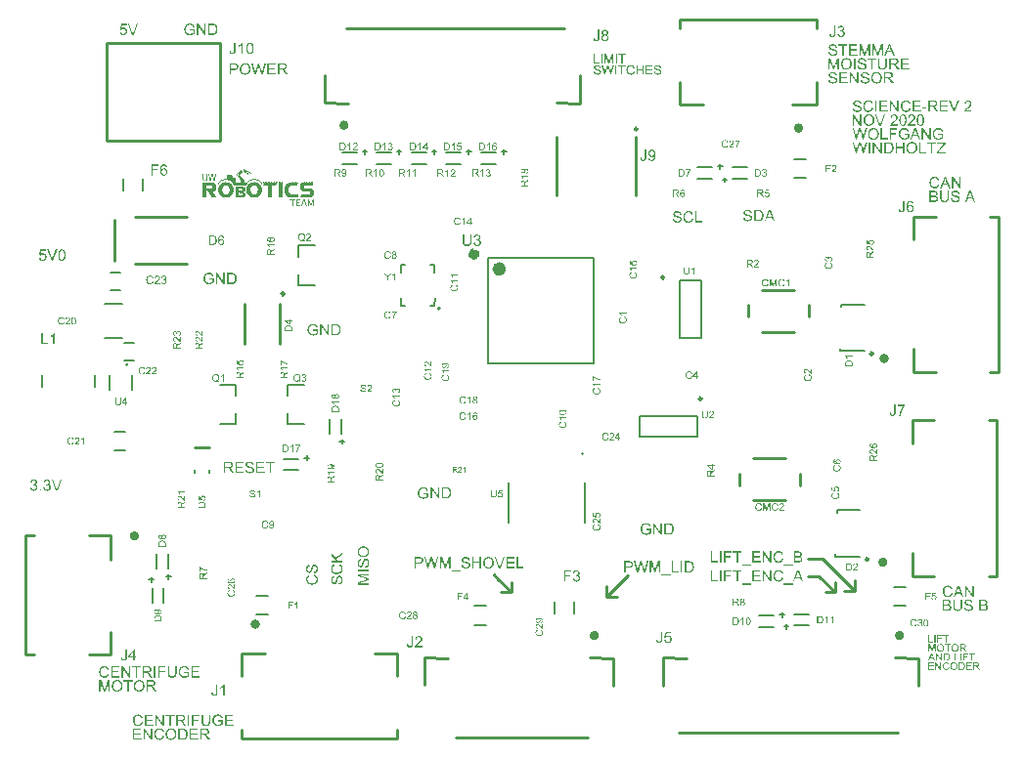
<source format=gto>
G04*
G04 #@! TF.GenerationSoftware,Altium Limited,Altium Designer,20.1.11 (218)*
G04*
G04 Layer_Color=65535*
%FSLAX25Y25*%
%MOIN*%
G70*
G04*
G04 #@! TF.SameCoordinates,B66A225C-BE24-4516-9184-EBC19AA3E607*
G04*
G04*
G04 #@! TF.FilePolarity,Positive*
G04*
G01*
G75*
%ADD10C,0.00787*%
%ADD11C,0.00591*%
%ADD12C,0.02362*%
%ADD13C,0.02953*%
%ADD14C,0.00984*%
%ADD15C,0.01000*%
%ADD16C,0.01575*%
%ADD17C,0.00500*%
%ADD18C,0.00600*%
%ADD19C,0.00800*%
%ADD20C,0.00709*%
G36*
X61511Y181925D02*
X61537D01*
Y181898D01*
X61615D01*
Y181872D01*
X61642D01*
Y181846D01*
X61720D01*
Y181820D01*
X61746D01*
Y181794D01*
X61773D01*
Y181767D01*
X61799D01*
Y181741D01*
X61877D01*
Y181715D01*
X61904D01*
Y181689D01*
X61982D01*
Y181663D01*
X62008D01*
Y181636D01*
X62087D01*
Y181610D01*
X62113D01*
Y181584D01*
X62192D01*
Y181558D01*
X62218D01*
Y181532D01*
X62297D01*
Y181505D01*
X62323D01*
Y181479D01*
X62349D01*
Y181453D01*
X62375D01*
Y181427D01*
X62401D01*
Y181453D01*
X62428D01*
Y181427D01*
X62454D01*
Y181401D01*
X62480D01*
Y181374D01*
X62559D01*
Y181348D01*
X62585D01*
Y181322D01*
X62663D01*
Y181296D01*
X62690D01*
Y181270D01*
X62768D01*
Y181243D01*
X62794D01*
Y181217D01*
X62873D01*
Y181191D01*
X62899D01*
Y181165D01*
X62952D01*
Y181139D01*
Y181112D01*
X62978D01*
Y181139D01*
X63004D01*
Y181112D01*
X63030D01*
Y181086D01*
X63056D01*
Y181112D01*
X63083D01*
Y181086D01*
X63109D01*
Y181060D01*
X63135D01*
Y181034D01*
X63161D01*
Y181008D01*
X63240D01*
Y180981D01*
X63266D01*
Y180955D01*
X63345D01*
Y180929D01*
X63371D01*
Y180903D01*
X63449D01*
Y180877D01*
X63423D01*
Y180850D01*
X63449D01*
Y180824D01*
X63476D01*
Y180850D01*
X63659D01*
Y180877D01*
X63685D01*
Y180850D01*
X63711D01*
Y180877D01*
X63738D01*
Y180850D01*
X63764D01*
Y180877D01*
X63790D01*
Y180850D01*
X63816D01*
Y180877D01*
X63842D01*
Y180850D01*
X63869D01*
Y180877D01*
X63895D01*
Y180903D01*
X63921D01*
Y180877D01*
X63947D01*
Y180903D01*
X63973D01*
Y180877D01*
X64000D01*
Y180850D01*
X64026D01*
Y180824D01*
X64052D01*
Y180798D01*
Y180772D01*
Y180746D01*
X64078D01*
Y180719D01*
Y180693D01*
Y180667D01*
X64104D01*
Y180641D01*
X64131D01*
Y180615D01*
X64104D01*
Y180588D01*
X64131D01*
Y180562D01*
X64157D01*
Y180536D01*
X64183D01*
Y180510D01*
X64157D01*
Y180484D01*
X64183D01*
Y180457D01*
X64209D01*
Y180431D01*
Y180405D01*
Y180379D01*
X64235D01*
Y180353D01*
X64262D01*
Y180326D01*
X64235D01*
Y180300D01*
X64262D01*
Y180274D01*
X64288D01*
Y180248D01*
X64262D01*
Y180222D01*
X64288D01*
Y180195D01*
X64314D01*
Y180169D01*
X64340D01*
Y180143D01*
X64314D01*
Y180117D01*
X64340D01*
Y180091D01*
X64314D01*
Y180117D01*
X64288D01*
Y180143D01*
X64262D01*
Y180169D01*
Y180195D01*
X64209D01*
Y180222D01*
Y180248D01*
X64183D01*
Y180274D01*
Y180300D01*
X64157D01*
Y180326D01*
X64131D01*
Y180353D01*
X64104D01*
Y180379D01*
X64078D01*
Y180405D01*
X64052D01*
Y180431D01*
X64026D01*
Y180457D01*
X64000D01*
Y180484D01*
X63973D01*
Y180510D01*
X63947D01*
Y180536D01*
X63973D01*
Y180562D01*
X63895D01*
Y180588D01*
X63921D01*
Y180615D01*
X63790D01*
Y180588D01*
X63764D01*
Y180562D01*
X63685D01*
Y180536D01*
X63659D01*
Y180562D01*
X63633D01*
Y180536D01*
X63607D01*
Y180510D01*
X63528D01*
Y180484D01*
X63502D01*
Y180457D01*
X63423D01*
Y180431D01*
Y180405D01*
Y180379D01*
Y180353D01*
Y180326D01*
X63397D01*
Y180300D01*
Y180274D01*
Y180248D01*
Y180222D01*
Y180195D01*
X63371D01*
Y180169D01*
X63397D01*
Y180143D01*
X63371D01*
Y180117D01*
X63397D01*
Y180091D01*
X63371D01*
Y180064D01*
X63397D01*
Y180038D01*
X63371D01*
Y180012D01*
Y179986D01*
Y179960D01*
X63502D01*
Y179933D01*
X63580D01*
Y179907D01*
X63659D01*
Y179881D01*
X63685D01*
Y179907D01*
X63711D01*
Y179881D01*
X63738D01*
Y179855D01*
X63764D01*
Y179881D01*
X63790D01*
Y179855D01*
X63869D01*
Y179829D01*
X63895D01*
Y179855D01*
X63921D01*
Y179829D01*
X63947D01*
Y179802D01*
X64026D01*
Y179776D01*
X63476D01*
Y179802D01*
X63449D01*
Y179776D01*
X63423D01*
Y179802D01*
X63397D01*
Y179776D01*
X63371D01*
Y179802D01*
X63345D01*
Y179776D01*
X63318D01*
Y179802D01*
X63292D01*
Y179776D01*
X63266D01*
Y179802D01*
X63240D01*
Y179776D01*
X63214D01*
Y179802D01*
X63187D01*
Y179776D01*
X63161D01*
Y179802D01*
X63135D01*
Y179829D01*
X63109D01*
Y179855D01*
Y179881D01*
X63083D01*
Y179907D01*
Y179933D01*
X63056D01*
Y179960D01*
X63083D01*
Y179986D01*
X63056D01*
Y180012D01*
X63030D01*
Y180038D01*
X63004D01*
Y180064D01*
X63030D01*
Y180091D01*
X63004D01*
Y180117D01*
X62978D01*
Y180143D01*
X62952D01*
Y180169D01*
X62978D01*
Y180195D01*
X62952D01*
Y180222D01*
Y180248D01*
X62925D01*
Y180274D01*
Y180300D01*
X62847D01*
Y180326D01*
X62821D01*
Y180353D01*
X62742D01*
Y180379D01*
X62716D01*
Y180405D01*
X62637D01*
Y180431D01*
X62611D01*
Y180457D01*
X62532D01*
Y180484D01*
X62506D01*
Y180510D01*
X62480D01*
Y180536D01*
X62428D01*
Y180562D01*
X62375D01*
Y180588D01*
X62349D01*
Y180615D01*
X62270D01*
Y180641D01*
X62244D01*
Y180667D01*
X62166D01*
Y180693D01*
X62139D01*
Y180719D01*
X62061D01*
Y180746D01*
X62035D01*
Y180772D01*
X62008D01*
Y180798D01*
X61982D01*
Y180824D01*
X61904D01*
Y180850D01*
X61877D01*
Y180877D01*
X61799D01*
Y180903D01*
X61773D01*
Y180929D01*
X61694D01*
Y180955D01*
X61668D01*
Y180981D01*
X61589D01*
Y181008D01*
X61563D01*
Y181034D01*
X61484D01*
Y181008D01*
X61511D01*
Y180981D01*
X61458D01*
Y180955D01*
Y180929D01*
X61432D01*
Y180903D01*
X61406D01*
Y180877D01*
X61380D01*
Y180850D01*
X61353D01*
Y180824D01*
X61327D01*
Y180798D01*
Y180772D01*
X61301D01*
Y180746D01*
X61275D01*
Y180719D01*
X61249D01*
Y180693D01*
Y180667D01*
X61222D01*
Y180641D01*
X61196D01*
Y180615D01*
X61170D01*
Y180588D01*
X61144D01*
Y180562D01*
X61118D01*
Y180536D01*
X61091D01*
Y180510D01*
X61065D01*
Y180484D01*
X61039D01*
Y180457D01*
X61013D01*
Y180431D01*
X60987D01*
Y180405D01*
X60960D01*
Y180379D01*
X60934D01*
Y180353D01*
X60908D01*
Y180326D01*
Y180300D01*
X60856D01*
Y180274D01*
X60882D01*
Y180248D01*
X60803D01*
Y180222D01*
X60829D01*
Y180195D01*
X60777D01*
Y180169D01*
Y180143D01*
X60751D01*
Y180117D01*
X60725D01*
Y180091D01*
X60698D01*
Y180064D01*
X60672D01*
Y180038D01*
X60646D01*
Y180012D01*
Y179986D01*
X60620D01*
Y179960D01*
Y179933D01*
X60594D01*
Y179907D01*
X60567D01*
Y179881D01*
X60541D01*
Y179855D01*
X60515D01*
Y179829D01*
X60489D01*
Y179802D01*
X60463D01*
Y179776D01*
X60436D01*
Y179750D01*
X60463D01*
Y179724D01*
X60489D01*
Y179698D01*
X60515D01*
Y179671D01*
X60541D01*
Y179645D01*
X60567D01*
Y179619D01*
X60594D01*
Y179593D01*
X60620D01*
Y179567D01*
Y179540D01*
X60672D01*
Y179514D01*
X60646D01*
Y179488D01*
X60672D01*
Y179462D01*
X60698D01*
Y179436D01*
X60725D01*
Y179409D01*
X60751D01*
Y179383D01*
X60777D01*
Y179357D01*
X60803D01*
Y179331D01*
X60829D01*
Y179305D01*
X60856D01*
Y179278D01*
X60882D01*
Y179252D01*
X60856D01*
Y179226D01*
X60908D01*
Y179200D01*
Y179174D01*
X60934D01*
Y179147D01*
X60960D01*
Y179121D01*
X60987D01*
Y179095D01*
X61013D01*
Y179069D01*
X61039D01*
Y179043D01*
X61065D01*
Y179016D01*
X61091D01*
Y178990D01*
Y178964D01*
X61144D01*
Y178938D01*
X61118D01*
Y178912D01*
X61144D01*
Y178885D01*
X61170D01*
Y178859D01*
X61196D01*
Y178833D01*
X61222D01*
Y178807D01*
X61249D01*
Y178781D01*
X61275D01*
Y178754D01*
X61301D01*
Y178728D01*
X61275D01*
Y178702D01*
X61353D01*
Y178676D01*
Y178650D01*
X61380D01*
Y178623D01*
Y178597D01*
X61406D01*
Y178623D01*
X61432D01*
Y178597D01*
X61458D01*
Y178623D01*
X61484D01*
Y178597D01*
X61511D01*
Y178623D01*
X61537D01*
Y178597D01*
X61563D01*
Y178623D01*
X61589D01*
Y178597D01*
X61615D01*
Y178623D01*
X61642D01*
Y178597D01*
X61668D01*
Y178623D01*
X61694D01*
Y178597D01*
X61720D01*
Y178623D01*
X61746D01*
Y178597D01*
X61773D01*
Y178571D01*
X61799D01*
Y178545D01*
Y178519D01*
Y178492D01*
X61825D01*
Y178466D01*
Y178440D01*
Y178414D01*
Y178388D01*
X61851D01*
Y178361D01*
Y178335D01*
X61877D01*
Y178309D01*
X61851D01*
Y178283D01*
X61877D01*
Y178257D01*
X61851D01*
Y178230D01*
X61877D01*
Y178204D01*
X61904D01*
Y178178D01*
Y178152D01*
Y178126D01*
X61930D01*
Y178099D01*
X61904D01*
Y178073D01*
X61930D01*
Y178047D01*
Y178021D01*
Y177995D01*
X61956D01*
Y177968D01*
Y177942D01*
Y177916D01*
X61982D01*
Y177890D01*
X61956D01*
Y177864D01*
X61982D01*
Y177837D01*
Y177811D01*
Y177785D01*
X62008D01*
Y177759D01*
X62035D01*
Y177733D01*
X62008D01*
Y177706D01*
X62035D01*
Y177680D01*
X62008D01*
Y177654D01*
X62035D01*
Y177628D01*
Y177602D01*
Y177575D01*
X62061D01*
Y177549D01*
Y177523D01*
Y177497D01*
X62087D01*
Y177471D01*
X62061D01*
Y177444D01*
X62087D01*
Y177418D01*
Y177392D01*
Y177366D01*
X62113D01*
Y177340D01*
X62139D01*
Y177313D01*
X62113D01*
Y177287D01*
X62139D01*
Y177261D01*
X62113D01*
Y177235D01*
X62139D01*
Y177209D01*
X62166D01*
Y177182D01*
X62139D01*
Y177156D01*
X62166D01*
Y177130D01*
X62192D01*
Y177104D01*
X62218D01*
Y177130D01*
X62244D01*
Y177104D01*
X62270D01*
Y177130D01*
X62297D01*
Y177104D01*
X62323D01*
Y177130D01*
X62349D01*
Y177104D01*
X62375D01*
Y177130D01*
X62401D01*
Y177104D01*
X62428D01*
Y177130D01*
X62454D01*
Y177104D01*
X62480D01*
Y177130D01*
X62506D01*
Y177104D01*
X62532D01*
Y177130D01*
X62559D01*
Y177104D01*
X62585D01*
Y177130D01*
X62611D01*
Y177104D01*
X62637D01*
Y177130D01*
X62663D01*
Y177104D01*
X62742D01*
Y177130D01*
X62768D01*
Y177104D01*
X62794D01*
Y177130D01*
X62821D01*
Y177156D01*
X62847D01*
Y177182D01*
X62873D01*
Y177209D01*
X62847D01*
Y177235D01*
X62899D01*
Y177261D01*
Y177287D01*
X62925D01*
Y177313D01*
X62952D01*
Y177340D01*
X62978D01*
Y177366D01*
X63004D01*
Y177392D01*
X63030D01*
Y177418D01*
X63056D01*
Y177444D01*
X63083D01*
Y177471D01*
X63109D01*
Y177497D01*
X63135D01*
Y177523D01*
Y177549D01*
X63187D01*
Y177575D01*
Y177602D01*
X63240D01*
Y177628D01*
Y177654D01*
X63292D01*
Y177680D01*
X63318D01*
Y177706D01*
X63345D01*
Y177733D01*
X63371D01*
Y177759D01*
X63397D01*
Y177785D01*
X63423D01*
Y177811D01*
X63449D01*
Y177837D01*
X63476D01*
Y177864D01*
X63554D01*
Y177890D01*
X63580D01*
Y177916D01*
X63607D01*
Y177942D01*
X63633D01*
Y177968D01*
X63711D01*
Y177995D01*
X63738D01*
Y178021D01*
X63816D01*
Y178047D01*
X63842D01*
Y178073D01*
X63921D01*
Y178099D01*
X63947D01*
Y178126D01*
X64026D01*
Y178152D01*
X64052D01*
Y178178D01*
X64131D01*
Y178204D01*
X64157D01*
Y178230D01*
X64183D01*
Y178204D01*
X64209D01*
Y178230D01*
X64235D01*
Y178257D01*
X64262D01*
Y178230D01*
X64288D01*
Y178257D01*
X64314D01*
Y178283D01*
X64340D01*
Y178257D01*
X64366D01*
Y178283D01*
X64445D01*
Y178309D01*
X64471D01*
Y178283D01*
X64497D01*
Y178309D01*
X64524D01*
Y178335D01*
X64550D01*
Y178309D01*
X64576D01*
Y178335D01*
X64655D01*
Y178361D01*
X64681D01*
Y178335D01*
X64707D01*
Y178361D01*
X64733D01*
Y178388D01*
X64759D01*
Y178361D01*
X64786D01*
Y178388D01*
X64812D01*
Y178361D01*
X64838D01*
Y178388D01*
X65126D01*
Y178414D01*
X65152D01*
Y178388D01*
X65231D01*
Y178414D01*
X65257D01*
Y178388D01*
X65283D01*
Y178414D01*
X65310D01*
Y178388D01*
X65336D01*
Y178414D01*
X65362D01*
Y178388D01*
X65388D01*
Y178414D01*
X65414D01*
Y178388D01*
X65441D01*
Y178414D01*
X65467D01*
Y178388D01*
X65545D01*
Y178414D01*
X65572D01*
Y178388D01*
X65807D01*
Y178361D01*
X65834D01*
Y178388D01*
X65860D01*
Y178361D01*
X65886D01*
Y178388D01*
X65912D01*
Y178361D01*
X65938D01*
Y178335D01*
X65965D01*
Y178361D01*
X65991D01*
Y178335D01*
X66122D01*
Y178309D01*
X66148D01*
Y178283D01*
X66174D01*
Y178309D01*
X66200D01*
Y178283D01*
X66279D01*
Y178257D01*
X66305D01*
Y178283D01*
X66331D01*
Y178257D01*
X66358D01*
Y178230D01*
X66384D01*
Y178257D01*
X66410D01*
Y178230D01*
X66489D01*
Y178204D01*
X66515D01*
Y178178D01*
X66593D01*
Y178152D01*
X66620D01*
Y178178D01*
X66646D01*
Y178152D01*
X66672D01*
Y178126D01*
X66751D01*
Y178099D01*
X66777D01*
Y178073D01*
X66855D01*
Y178047D01*
X66882D01*
Y178021D01*
X66934D01*
Y177995D01*
Y177968D01*
X66960D01*
Y177995D01*
X66986D01*
Y177968D01*
X67013D01*
Y177942D01*
X67039D01*
Y177916D01*
X67117D01*
Y177890D01*
X67144D01*
Y177864D01*
X67170D01*
Y177837D01*
X67196D01*
Y177811D01*
X67248D01*
Y177785D01*
Y177759D01*
X67327D01*
Y177733D01*
X67353D01*
Y177706D01*
X67379D01*
Y177680D01*
X67406D01*
Y177654D01*
X67432D01*
Y177628D01*
X67458D01*
Y177602D01*
X67484D01*
Y177575D01*
X67510D01*
Y177549D01*
X67537D01*
Y177523D01*
X67563D01*
Y177497D01*
X67589D01*
Y177471D01*
X67615D01*
Y177444D01*
X67641D01*
Y177418D01*
X67668D01*
Y177392D01*
X67694D01*
Y177366D01*
Y177340D01*
X67746D01*
Y177313D01*
Y177287D01*
X67772D01*
Y177261D01*
Y177235D01*
X67799D01*
Y177209D01*
X67825D01*
Y177182D01*
X67851D01*
Y177156D01*
X67877D01*
Y177130D01*
X67903D01*
Y177104D01*
Y177078D01*
Y177051D01*
X67930D01*
Y177025D01*
X67956D01*
Y176999D01*
X67982D01*
Y176973D01*
Y176947D01*
Y176920D01*
X68008D01*
Y176894D01*
X68034D01*
Y176868D01*
X68061D01*
Y176842D01*
X68034D01*
Y176816D01*
X68061D01*
Y176789D01*
X68087D01*
Y176763D01*
X68113D01*
Y176737D01*
X68087D01*
Y176711D01*
X68113D01*
Y176685D01*
X68139D01*
Y176658D01*
X68165D01*
Y176632D01*
X68139D01*
Y176606D01*
X68165D01*
Y176580D01*
X68192D01*
Y176554D01*
Y176527D01*
Y176501D01*
X68218D01*
Y176475D01*
Y176449D01*
Y176423D01*
X68244D01*
Y176396D01*
X68218D01*
Y176370D01*
X68139D01*
Y176344D01*
X68061D01*
Y176318D01*
X68034D01*
Y176344D01*
X68008D01*
Y176318D01*
X67930D01*
Y176344D01*
Y176370D01*
Y176396D01*
X67903D01*
Y176423D01*
X67877D01*
Y176449D01*
X67903D01*
Y176475D01*
X67877D01*
Y176501D01*
X67851D01*
Y176527D01*
X67825D01*
Y176554D01*
X67851D01*
Y176580D01*
X67825D01*
Y176606D01*
Y176632D01*
X67799D01*
Y176658D01*
Y176685D01*
X67772D01*
Y176711D01*
X67746D01*
Y176737D01*
X67720D01*
Y176763D01*
X67746D01*
Y176789D01*
X67720D01*
Y176816D01*
X67694D01*
Y176842D01*
X67668D01*
Y176868D01*
Y176894D01*
X67641D01*
Y176920D01*
Y176947D01*
X67615D01*
Y176973D01*
X67589D01*
Y176999D01*
X67563D01*
Y177025D01*
X67537D01*
Y177051D01*
X67510D01*
Y177078D01*
X67537D01*
Y177104D01*
X67484D01*
Y177130D01*
Y177156D01*
X67458D01*
Y177182D01*
X67432D01*
Y177209D01*
X67406D01*
Y177235D01*
X67379D01*
Y177261D01*
X67353D01*
Y177287D01*
X67327D01*
Y177313D01*
X67301D01*
Y177340D01*
X67275D01*
Y177366D01*
X67248D01*
Y177392D01*
X67222D01*
Y177418D01*
X67196D01*
Y177444D01*
X67170D01*
Y177471D01*
X67144D01*
Y177497D01*
X67117D01*
Y177523D01*
X67039D01*
Y177549D01*
X67013D01*
Y177575D01*
X66986D01*
Y177602D01*
X66960D01*
Y177628D01*
X66934D01*
Y177654D01*
X66908D01*
Y177680D01*
X66829D01*
Y177706D01*
X66803D01*
Y177733D01*
X66724D01*
Y177759D01*
X66698D01*
Y177785D01*
X66672D01*
Y177811D01*
X66593D01*
Y177837D01*
X66515D01*
Y177864D01*
X66489D01*
Y177890D01*
X66410D01*
Y177916D01*
X66384D01*
Y177942D01*
X66358D01*
Y177916D01*
X66331D01*
Y177942D01*
X66253D01*
Y177968D01*
X66227D01*
Y177995D01*
X66200D01*
Y177968D01*
X66227D01*
Y177942D01*
X66200D01*
Y177968D01*
X66174D01*
Y177995D01*
X66096D01*
Y178021D01*
X66069D01*
Y177995D01*
X66043D01*
Y178021D01*
X65965D01*
Y178047D01*
X65938D01*
Y178021D01*
X65912D01*
Y178047D01*
X65781D01*
Y178073D01*
X65755D01*
Y178047D01*
X65729D01*
Y178073D01*
X65703D01*
Y178047D01*
X65676D01*
Y178073D01*
X65650D01*
Y178099D01*
X65624D01*
Y178073D01*
X65598D01*
Y178099D01*
X65572D01*
Y178073D01*
X65545D01*
Y178099D01*
X65519D01*
Y178073D01*
X65493D01*
Y178099D01*
X65467D01*
Y178073D01*
X65441D01*
Y178099D01*
X65414D01*
Y178073D01*
X65388D01*
Y178099D01*
X65362D01*
Y178073D01*
X65336D01*
Y178099D01*
X65257D01*
Y178073D01*
X65231D01*
Y178099D01*
X65205D01*
Y178073D01*
X65179D01*
Y178099D01*
X65152D01*
Y178073D01*
X65126D01*
Y178099D01*
X65100D01*
Y178073D01*
X65074D01*
Y178099D01*
X65048D01*
Y178073D01*
X64969D01*
Y178047D01*
X64943D01*
Y178073D01*
X64917D01*
Y178047D01*
X64681D01*
Y178021D01*
X64602D01*
Y177995D01*
X64576D01*
Y178021D01*
X64550D01*
Y177995D01*
X64471D01*
Y177968D01*
X64445D01*
Y177942D01*
X64419D01*
Y177968D01*
X64393D01*
Y177942D01*
X64314D01*
Y177916D01*
X64288D01*
Y177890D01*
X64262D01*
Y177916D01*
X64235D01*
Y177890D01*
X64157D01*
Y177864D01*
X64131D01*
Y177837D01*
X64052D01*
Y177811D01*
X64026D01*
Y177785D01*
X63947D01*
Y177759D01*
X63921D01*
Y177733D01*
X63842D01*
Y177706D01*
X63816D01*
Y177680D01*
X63790D01*
Y177654D01*
X63764D01*
Y177628D01*
X63685D01*
Y177602D01*
Y177575D01*
X63633D01*
Y177549D01*
X63607D01*
Y177523D01*
X63580D01*
Y177497D01*
X63554D01*
Y177471D01*
X63476D01*
Y177444D01*
X63502D01*
Y177418D01*
X63423D01*
Y177392D01*
X63449D01*
Y177366D01*
X63371D01*
Y177340D01*
X63397D01*
Y177313D01*
X63318D01*
Y177287D01*
X63345D01*
Y177261D01*
X63266D01*
Y177235D01*
X63292D01*
Y177209D01*
X63266D01*
Y177182D01*
X63240D01*
Y177156D01*
X63214D01*
Y177130D01*
X63187D01*
Y177104D01*
X63161D01*
Y177078D01*
X63135D01*
Y177051D01*
X63109D01*
Y177025D01*
Y176999D01*
Y176973D01*
X63083D01*
Y176947D01*
X63056D01*
Y176920D01*
X63030D01*
Y176894D01*
X63004D01*
Y176868D01*
Y176842D01*
X62978D01*
Y176816D01*
Y176789D01*
X62952D01*
Y176763D01*
Y176737D01*
X62925D01*
Y176711D01*
Y176685D01*
X62899D01*
Y176658D01*
X62873D01*
Y176632D01*
X62847D01*
Y176606D01*
X62873D01*
Y176580D01*
X62847D01*
Y176554D01*
Y176527D01*
X62821D01*
Y176501D01*
Y176475D01*
X62794D01*
Y176449D01*
Y176423D01*
Y176396D01*
X62768D01*
Y176370D01*
Y176344D01*
Y176318D01*
X62742D01*
Y176292D01*
X62716D01*
Y176318D01*
X62690D01*
Y176292D01*
X62663D01*
Y176318D01*
X62637D01*
Y176292D01*
X62611D01*
Y176318D01*
X62585D01*
Y176292D01*
X62559D01*
Y176318D01*
X62532D01*
Y176292D01*
X62506D01*
Y176318D01*
X62480D01*
Y176292D01*
X62454D01*
Y176318D01*
X62428D01*
Y176292D01*
X62401D01*
Y176318D01*
X62375D01*
Y176292D01*
X62349D01*
Y176318D01*
X62323D01*
Y176292D01*
X62297D01*
Y176318D01*
X62270D01*
Y176292D01*
X62244D01*
Y176318D01*
X62218D01*
Y176292D01*
X62192D01*
Y176318D01*
X62166D01*
Y176292D01*
X62139D01*
Y176318D01*
X62113D01*
Y176292D01*
X62087D01*
Y176318D01*
X62061D01*
Y176292D01*
X62035D01*
Y176318D01*
X62008D01*
Y176292D01*
X61982D01*
Y176318D01*
X61956D01*
Y176292D01*
X61930D01*
Y176318D01*
X61904D01*
Y176292D01*
X61877D01*
Y176318D01*
X61851D01*
Y176292D01*
X61825D01*
Y176318D01*
X61799D01*
Y176292D01*
X61773D01*
Y176318D01*
X61746D01*
Y176292D01*
X61720D01*
Y176318D01*
X61694D01*
Y176292D01*
X61668D01*
Y176318D01*
X61642D01*
Y176292D01*
X61615D01*
Y176318D01*
X61589D01*
Y176292D01*
X61563D01*
Y176318D01*
X61537D01*
Y176292D01*
X61511D01*
Y176318D01*
X61484D01*
Y176292D01*
X61458D01*
Y176318D01*
X61432D01*
Y176292D01*
X61406D01*
Y176318D01*
X61380D01*
Y176292D01*
X61353D01*
Y176318D01*
X61327D01*
Y176292D01*
X61301D01*
Y176318D01*
X61275D01*
Y176292D01*
X61249D01*
Y176318D01*
X61222D01*
Y176292D01*
X61196D01*
Y176318D01*
X61170D01*
Y176292D01*
X61144D01*
Y176318D01*
X61118D01*
Y176292D01*
X61091D01*
Y176318D01*
X61065D01*
Y176292D01*
X61039D01*
Y176318D01*
X61013D01*
Y176292D01*
X60987D01*
Y176318D01*
X60960D01*
Y176292D01*
X60934D01*
Y176318D01*
X60908D01*
Y176292D01*
X60882D01*
Y176318D01*
X60856D01*
Y176292D01*
X60829D01*
Y176318D01*
X60803D01*
Y176292D01*
X60777D01*
Y176318D01*
X60751D01*
Y176292D01*
X60725D01*
Y176318D01*
X60698D01*
Y176292D01*
X60672D01*
Y176318D01*
X60646D01*
Y176292D01*
X60620D01*
Y176318D01*
X60541D01*
Y176292D01*
X60515D01*
Y176318D01*
X60489D01*
Y176292D01*
X60463D01*
Y176318D01*
X60436D01*
Y176292D01*
X60410D01*
Y176318D01*
X60332D01*
Y176292D01*
X60305D01*
Y176318D01*
X60279D01*
Y176292D01*
X60253D01*
Y176318D01*
X60227D01*
Y176292D01*
X60201D01*
Y176318D01*
X60122D01*
Y176292D01*
X60096D01*
Y176318D01*
X59912D01*
Y176292D01*
X59886D01*
Y176318D01*
X59703D01*
Y176292D01*
X59677D01*
Y176318D01*
X58236D01*
Y176344D01*
X58209D01*
Y176370D01*
Y176396D01*
Y176423D01*
X58183D01*
Y176449D01*
X58209D01*
Y176475D01*
X58183D01*
Y176501D01*
X58157D01*
Y176527D01*
X58131D01*
Y176554D01*
X58157D01*
Y176580D01*
X58131D01*
Y176606D01*
X58105D01*
Y176632D01*
X58078D01*
Y176658D01*
X58105D01*
Y176685D01*
X58078D01*
Y176711D01*
X58052D01*
Y176737D01*
X58026D01*
Y176763D01*
Y176789D01*
Y176816D01*
X58000D01*
Y176842D01*
X57974D01*
Y176868D01*
X57947D01*
Y176894D01*
X57921D01*
Y176920D01*
X57947D01*
Y176947D01*
X57921D01*
Y176973D01*
X57895D01*
Y176999D01*
X57869D01*
Y177025D01*
X57843D01*
Y177051D01*
X57816D01*
Y177078D01*
Y177104D01*
X57790D01*
Y177130D01*
Y177156D01*
X57764D01*
Y177182D01*
X57738D01*
Y177209D01*
X57712D01*
Y177235D01*
X57685D01*
Y177261D01*
X57659D01*
Y177287D01*
X57633D01*
Y177313D01*
X57607D01*
Y177340D01*
X57581D01*
Y177366D01*
X57554D01*
Y177392D01*
X57528D01*
Y177418D01*
X57502D01*
Y177444D01*
X57476D01*
Y177471D01*
X57450D01*
Y177497D01*
X57423D01*
Y177523D01*
X57371D01*
Y177549D01*
X57345D01*
Y177575D01*
X57292D01*
Y177602D01*
X57266D01*
Y177628D01*
X57240D01*
Y177654D01*
X57214D01*
Y177680D01*
X57135D01*
Y177706D01*
X57109D01*
Y177733D01*
X57083D01*
Y177759D01*
X57004D01*
Y177785D01*
X56978D01*
Y177811D01*
X56952D01*
Y177837D01*
X56926D01*
Y177811D01*
X56952D01*
Y177785D01*
X56926D01*
Y177811D01*
X56899D01*
Y177837D01*
X56873D01*
Y177864D01*
X56795D01*
Y177890D01*
X56716D01*
Y177916D01*
X56690D01*
Y177942D01*
X56559D01*
Y177968D01*
X56533D01*
Y177995D01*
X56506D01*
Y177968D01*
X56480D01*
Y177995D01*
X56402D01*
Y178021D01*
X56323D01*
Y178047D01*
X56297D01*
Y178021D01*
X56271D01*
Y178047D01*
X56140D01*
Y178073D01*
X56113D01*
Y178047D01*
X56087D01*
Y178073D01*
X56061D01*
Y178099D01*
X56035D01*
Y178073D01*
X56061D01*
Y178047D01*
X56035D01*
Y178073D01*
X56009D01*
Y178099D01*
X55982D01*
Y178073D01*
X55956D01*
Y178099D01*
X55930D01*
Y178073D01*
X55904D01*
Y178099D01*
X55406D01*
Y178073D01*
X55380D01*
Y178099D01*
X55354D01*
Y178073D01*
X55327D01*
Y178099D01*
X55301D01*
Y178073D01*
X55275D01*
Y178099D01*
X55249D01*
Y178073D01*
X55223D01*
Y178099D01*
X55196D01*
Y178073D01*
X55223D01*
Y178047D01*
X55196D01*
Y178073D01*
X55170D01*
Y178047D01*
X55144D01*
Y178073D01*
X55118D01*
Y178047D01*
X54934D01*
Y178021D01*
X54856D01*
Y177995D01*
X54777D01*
Y177968D01*
X54751D01*
Y177995D01*
X54725D01*
Y177968D01*
X54699D01*
Y177942D01*
X54672D01*
Y177968D01*
X54646D01*
Y177942D01*
X54620D01*
Y177916D01*
X54594D01*
Y177942D01*
X54568D01*
Y177916D01*
X54541D01*
Y177890D01*
X54463D01*
Y177864D01*
X54437D01*
Y177837D01*
X54410D01*
Y177864D01*
X54384D01*
Y177837D01*
X54358D01*
Y177811D01*
X54332D01*
Y177837D01*
X54306D01*
Y177811D01*
X54332D01*
Y177785D01*
X54306D01*
Y177811D01*
X54279D01*
Y177785D01*
X54253D01*
Y177759D01*
X54201D01*
Y177733D01*
X54148D01*
Y177706D01*
X54122D01*
Y177680D01*
X54044D01*
Y177654D01*
X54017D01*
Y177628D01*
X53991D01*
Y177602D01*
X53965D01*
Y177575D01*
X53939D01*
Y177549D01*
X53913D01*
Y177523D01*
X53834D01*
Y177497D01*
X53808D01*
Y177471D01*
X53782D01*
Y177444D01*
X53755D01*
Y177418D01*
X53729D01*
Y177392D01*
X53703D01*
Y177366D01*
X53677D01*
Y177340D01*
X53651D01*
Y177313D01*
X53624D01*
Y177287D01*
X53598D01*
Y177261D01*
X53572D01*
Y177235D01*
Y177209D01*
X53520D01*
Y177182D01*
Y177156D01*
X53493D01*
Y177130D01*
Y177104D01*
X53467D01*
Y177078D01*
X53441D01*
Y177051D01*
X53415D01*
Y177025D01*
X53389D01*
Y176999D01*
X53362D01*
Y176973D01*
X53389D01*
Y176947D01*
X53336D01*
Y176920D01*
Y176894D01*
X53310D01*
Y176868D01*
X53284D01*
Y176842D01*
X53258D01*
Y176816D01*
X53284D01*
Y176789D01*
X53258D01*
Y176763D01*
X53231D01*
Y176737D01*
X53205D01*
Y176711D01*
X53231D01*
Y176685D01*
X53205D01*
Y176658D01*
X53179D01*
Y176632D01*
X53153D01*
Y176606D01*
Y176580D01*
Y176554D01*
X53127D01*
Y176527D01*
X53100D01*
Y176501D01*
X53127D01*
Y176475D01*
X53100D01*
Y176449D01*
X53074D01*
Y176423D01*
Y176396D01*
Y176370D01*
X53048D01*
Y176344D01*
X53074D01*
Y176318D01*
X52996D01*
Y176344D01*
X52969D01*
Y176318D01*
X52943D01*
Y176344D01*
X52917D01*
Y176370D01*
X52786D01*
Y176396D01*
X52760D01*
Y176423D01*
X52734D01*
Y176449D01*
X52760D01*
Y176475D01*
X52786D01*
Y176501D01*
X52812D01*
Y176527D01*
X52786D01*
Y176554D01*
X52812D01*
Y176580D01*
X52786D01*
Y176606D01*
X52812D01*
Y176632D01*
X52838D01*
Y176658D01*
X52865D01*
Y176685D01*
X52838D01*
Y176711D01*
X52865D01*
Y176737D01*
X52891D01*
Y176763D01*
Y176789D01*
Y176816D01*
X52917D01*
Y176842D01*
X52943D01*
Y176868D01*
X52969D01*
Y176894D01*
X52943D01*
Y176920D01*
X52969D01*
Y176947D01*
X52996D01*
Y176973D01*
X53022D01*
Y176999D01*
X52996D01*
Y177025D01*
X53048D01*
Y177051D01*
Y177078D01*
X53074D01*
Y177104D01*
X53100D01*
Y177130D01*
X53127D01*
Y177156D01*
Y177182D01*
Y177209D01*
X53153D01*
Y177235D01*
X53179D01*
Y177261D01*
X53205D01*
Y177287D01*
X53231D01*
Y177313D01*
Y177340D01*
X53284D01*
Y177366D01*
X53258D01*
Y177392D01*
X53310D01*
Y177418D01*
Y177444D01*
X53336D01*
Y177471D01*
X53362D01*
Y177497D01*
X53389D01*
Y177523D01*
X53415D01*
Y177549D01*
X53441D01*
Y177575D01*
X53467D01*
Y177602D01*
X53493D01*
Y177628D01*
X53520D01*
Y177654D01*
X53546D01*
Y177680D01*
X53572D01*
Y177706D01*
X53624D01*
Y177733D01*
Y177759D01*
X53703D01*
Y177785D01*
X53729D01*
Y177811D01*
X53755D01*
Y177837D01*
X53782D01*
Y177864D01*
X53808D01*
Y177890D01*
X53834D01*
Y177864D01*
X53860D01*
Y177890D01*
X53834D01*
Y177916D01*
X53913D01*
Y177942D01*
X53939D01*
Y177968D01*
X53965D01*
Y177995D01*
X53991D01*
Y178021D01*
X54070D01*
Y178047D01*
X54096D01*
Y178073D01*
X54175D01*
Y178099D01*
X54201D01*
Y178126D01*
X54279D01*
Y178152D01*
X54306D01*
Y178178D01*
X54332D01*
Y178152D01*
X54358D01*
Y178178D01*
X54384D01*
Y178204D01*
X54410D01*
Y178178D01*
X54437D01*
Y178204D01*
X54463D01*
Y178230D01*
X54541D01*
Y178257D01*
X54568D01*
Y178283D01*
X54594D01*
Y178257D01*
X54620D01*
Y178283D01*
X54699D01*
Y178309D01*
X54725D01*
Y178283D01*
X54751D01*
Y178309D01*
X54777D01*
Y178335D01*
X54803D01*
Y178309D01*
X54830D01*
Y178335D01*
X54908D01*
Y178361D01*
X54934D01*
Y178335D01*
X54961D01*
Y178361D01*
X54987D01*
Y178388D01*
X55013D01*
Y178361D01*
X55092D01*
Y178388D01*
X55275D01*
Y178414D01*
X55301D01*
Y178388D01*
X55327D01*
Y178414D01*
X55354D01*
Y178388D01*
X55380D01*
Y178414D01*
X55406D01*
Y178388D01*
X55432D01*
Y178414D01*
X55511D01*
Y178388D01*
X55537D01*
Y178414D01*
X55616D01*
Y178388D01*
X55642D01*
Y178414D01*
X55720D01*
Y178388D01*
X55747D01*
Y178414D01*
X55825D01*
Y178388D01*
X55851D01*
Y178414D01*
X55878D01*
Y178388D01*
X55904D01*
Y178414D01*
X55930D01*
Y178388D01*
X56009D01*
Y178414D01*
Y178440D01*
Y178466D01*
X56035D01*
Y178492D01*
X56009D01*
Y178519D01*
Y178545D01*
Y178571D01*
X56035D01*
Y178597D01*
X56009D01*
Y178623D01*
X56035D01*
Y178650D01*
Y178676D01*
Y178702D01*
Y178728D01*
Y178754D01*
Y178781D01*
Y178807D01*
Y178833D01*
Y178859D01*
Y178885D01*
Y178912D01*
X56061D01*
Y178938D01*
X56035D01*
Y178964D01*
Y178990D01*
Y179016D01*
Y179043D01*
Y179069D01*
Y179095D01*
Y179121D01*
X56061D01*
Y179147D01*
X56035D01*
Y179174D01*
X56061D01*
Y179200D01*
X56035D01*
Y179226D01*
X56061D01*
Y179252D01*
X56035D01*
Y179278D01*
X56061D01*
Y179305D01*
X56035D01*
Y179331D01*
X56061D01*
Y179357D01*
X56035D01*
Y179383D01*
X56061D01*
Y179409D01*
X56035D01*
Y179436D01*
X56061D01*
Y179462D01*
X56035D01*
Y179488D01*
X56061D01*
Y179514D01*
X56035D01*
Y179540D01*
X56061D01*
Y179567D01*
X56035D01*
Y179593D01*
X56061D01*
Y179619D01*
X56035D01*
Y179645D01*
X56061D01*
Y179671D01*
X56035D01*
Y179698D01*
X56061D01*
Y179724D01*
X56035D01*
Y179750D01*
X56061D01*
Y179776D01*
Y179802D01*
Y179829D01*
Y179855D01*
Y179881D01*
X56087D01*
Y179855D01*
X56113D01*
Y179881D01*
X56140D01*
Y179855D01*
X56166D01*
Y179881D01*
X56192D01*
Y179855D01*
X56218D01*
Y179881D01*
X56244D01*
Y179855D01*
X56271D01*
Y179881D01*
X56297D01*
Y179855D01*
X56323D01*
Y179881D01*
X56349D01*
Y179855D01*
X56375D01*
Y179881D01*
X56402D01*
Y179855D01*
X56428D01*
Y179881D01*
X56454D01*
Y179855D01*
X56480D01*
Y179881D01*
X56506D01*
Y179855D01*
X56533D01*
Y179881D01*
X56559D01*
Y179855D01*
X56585D01*
Y179881D01*
X56611D01*
Y179855D01*
X56637D01*
Y179881D01*
X56664D01*
Y179855D01*
X56690D01*
Y179881D01*
X56716D01*
Y179855D01*
X56742D01*
Y179881D01*
X56768D01*
Y179855D01*
X56795D01*
Y179881D01*
X56821D01*
Y179855D01*
X56847D01*
Y179881D01*
X56873D01*
Y179855D01*
X56899D01*
Y179881D01*
X56926D01*
Y179855D01*
X56952D01*
Y179881D01*
X56978D01*
Y179855D01*
X57004D01*
Y179881D01*
X57030D01*
Y179855D01*
X57057D01*
Y179881D01*
X57083D01*
Y179855D01*
X57109D01*
Y179881D01*
X57135D01*
Y179907D01*
X57161D01*
Y179881D01*
X57188D01*
Y179855D01*
X57214D01*
Y179881D01*
X57240D01*
Y179907D01*
X57266D01*
Y179881D01*
X57292D01*
Y179855D01*
X57319D01*
Y179881D01*
X57345D01*
Y179907D01*
X57371D01*
Y179881D01*
X57397D01*
Y179855D01*
X57423D01*
Y179881D01*
X57450D01*
Y179907D01*
X57476D01*
Y179881D01*
X57502D01*
Y179907D01*
X57528D01*
Y179881D01*
X57554D01*
Y179907D01*
X57581D01*
Y179881D01*
X57607D01*
Y179907D01*
X57633D01*
Y179881D01*
X57659D01*
Y179907D01*
X57685D01*
Y179881D01*
X57712D01*
Y179907D01*
X57738D01*
Y179881D01*
X57764D01*
Y179907D01*
X57790D01*
Y179881D01*
X57816D01*
Y179907D01*
X57843D01*
Y179881D01*
Y179855D01*
Y179829D01*
Y179802D01*
Y179776D01*
Y179750D01*
Y179724D01*
Y179698D01*
Y179671D01*
Y179645D01*
Y179619D01*
X57869D01*
Y179593D01*
X57843D01*
Y179567D01*
Y179540D01*
Y179514D01*
X57869D01*
Y179488D01*
X57843D01*
Y179462D01*
X57869D01*
Y179436D01*
Y179409D01*
Y179383D01*
X57843D01*
Y179357D01*
X57869D01*
Y179331D01*
Y179305D01*
Y179278D01*
Y179252D01*
Y179226D01*
Y179200D01*
Y179174D01*
Y179147D01*
Y179121D01*
Y179095D01*
Y179069D01*
Y179043D01*
Y179016D01*
Y178990D01*
Y178964D01*
Y178938D01*
Y178912D01*
Y178885D01*
Y178859D01*
Y178833D01*
Y178807D01*
X57895D01*
Y178781D01*
X57921D01*
Y178807D01*
X57947D01*
Y178781D01*
X57974D01*
Y178807D01*
X58000D01*
Y178781D01*
X58026D01*
Y178807D01*
X58052D01*
Y178781D01*
X58078D01*
Y178807D01*
X58105D01*
Y178781D01*
X58131D01*
Y178807D01*
X58157D01*
Y178781D01*
X58183D01*
Y178807D01*
X58209D01*
Y178781D01*
X58236D01*
Y178807D01*
X58262D01*
Y178781D01*
X58288D01*
Y178807D01*
X58314D01*
Y178781D01*
X58340D01*
Y178807D01*
X58891D01*
Y178781D01*
Y178754D01*
Y178728D01*
X58864D01*
Y178702D01*
X58891D01*
Y178676D01*
Y178650D01*
Y178623D01*
X58864D01*
Y178597D01*
X58891D01*
Y178571D01*
Y178545D01*
Y178519D01*
X58864D01*
Y178492D01*
X58891D01*
Y178466D01*
Y178440D01*
Y178414D01*
X58864D01*
Y178388D01*
X58891D01*
Y178361D01*
Y178335D01*
Y178309D01*
X58864D01*
Y178283D01*
X58891D01*
Y178257D01*
Y178230D01*
Y178204D01*
X58864D01*
Y178178D01*
X58891D01*
Y178152D01*
Y178126D01*
Y178099D01*
X58864D01*
Y178073D01*
X58891D01*
Y178047D01*
Y178021D01*
Y177995D01*
X58864D01*
Y177968D01*
X58891D01*
Y177942D01*
Y177916D01*
Y177890D01*
X58864D01*
Y177864D01*
X58891D01*
Y177837D01*
Y177811D01*
Y177785D01*
X58864D01*
Y177759D01*
X58891D01*
Y177733D01*
Y177706D01*
Y177680D01*
X58864D01*
Y177654D01*
X58891D01*
Y177628D01*
Y177602D01*
Y177575D01*
X58864D01*
Y177549D01*
X58891D01*
Y177523D01*
Y177497D01*
Y177471D01*
X58864D01*
Y177444D01*
X58891D01*
Y177418D01*
Y177392D01*
Y177366D01*
X58864D01*
Y177340D01*
X58891D01*
Y177313D01*
Y177287D01*
Y177261D01*
X58864D01*
Y177235D01*
X58891D01*
Y177209D01*
Y177182D01*
Y177156D01*
X58917D01*
Y177130D01*
X58943D01*
Y177156D01*
X58969D01*
Y177130D01*
X58995D01*
Y177156D01*
X59022D01*
Y177130D01*
X59048D01*
Y177156D01*
X59074D01*
Y177130D01*
X59100D01*
Y177156D01*
X59126D01*
Y177130D01*
X59153D01*
Y177156D01*
X59179D01*
Y177130D01*
X59257D01*
Y177156D01*
X59284D01*
Y177130D01*
X60489D01*
Y177156D01*
Y177182D01*
X60515D01*
Y177209D01*
X60489D01*
Y177235D01*
X60515D01*
Y177261D01*
Y177287D01*
Y177313D01*
X60541D01*
Y177340D01*
X60567D01*
Y177366D01*
X60541D01*
Y177392D01*
X60567D01*
Y177418D01*
X60541D01*
Y177444D01*
X60567D01*
Y177471D01*
X60594D01*
Y177497D01*
X60567D01*
Y177523D01*
X60594D01*
Y177549D01*
X60620D01*
Y177575D01*
X60594D01*
Y177602D01*
X60620D01*
Y177628D01*
Y177654D01*
Y177680D01*
X60646D01*
Y177706D01*
Y177733D01*
Y177759D01*
X60672D01*
Y177785D01*
X60646D01*
Y177811D01*
X60672D01*
Y177837D01*
Y177864D01*
X60698D01*
Y177890D01*
Y177916D01*
X60725D01*
Y177942D01*
X60698D01*
Y177968D01*
X60725D01*
Y177995D01*
X60698D01*
Y178021D01*
X60725D01*
Y178047D01*
X60646D01*
Y178073D01*
X60672D01*
Y178099D01*
X60646D01*
Y178126D01*
X60620D01*
Y178152D01*
X60594D01*
Y178178D01*
X60567D01*
Y178204D01*
X60541D01*
Y178230D01*
X60515D01*
Y178257D01*
X60489D01*
Y178283D01*
Y178309D01*
X60463D01*
Y178335D01*
X60436D01*
Y178361D01*
Y178388D01*
X60410D01*
Y178414D01*
X60384D01*
Y178440D01*
X60358D01*
Y178466D01*
X60332D01*
Y178492D01*
X60305D01*
Y178519D01*
X60279D01*
Y178545D01*
X60253D01*
Y178571D01*
X60227D01*
Y178597D01*
Y178623D01*
X60201D01*
Y178650D01*
Y178676D01*
X60148D01*
Y178702D01*
Y178728D01*
X60122D01*
Y178754D01*
X60096D01*
Y178781D01*
X60070D01*
Y178807D01*
X60043D01*
Y178833D01*
X60017D01*
Y178859D01*
X59991D01*
Y178885D01*
X59965D01*
Y178912D01*
Y178938D01*
X59939D01*
Y178964D01*
Y178990D01*
X59912D01*
Y179016D01*
X59886D01*
Y179043D01*
X59860D01*
Y179069D01*
X59834D01*
Y179095D01*
X59808D01*
Y179121D01*
X59781D01*
Y179147D01*
X59755D01*
Y179174D01*
X59729D01*
Y179200D01*
X59703D01*
Y179226D01*
X59729D01*
Y179252D01*
X59677D01*
Y179278D01*
Y179305D01*
X59650D01*
Y179331D01*
X59624D01*
Y179357D01*
X59598D01*
Y179383D01*
X59572D01*
Y179409D01*
X59546D01*
Y179436D01*
X59519D01*
Y179462D01*
X59493D01*
Y179488D01*
Y179514D01*
X59441D01*
Y179540D01*
X59467D01*
Y179567D01*
X59441D01*
Y179593D01*
X59415D01*
Y179619D01*
X59388D01*
Y179645D01*
Y179671D01*
Y179698D01*
X59362D01*
Y179724D01*
Y179750D01*
Y179776D01*
Y179802D01*
Y179829D01*
Y179855D01*
X59388D01*
Y179881D01*
Y179907D01*
X59415D01*
Y179933D01*
X59388D01*
Y179960D01*
X59415D01*
Y179986D01*
X59441D01*
Y180012D01*
X59467D01*
Y180038D01*
X59493D01*
Y180064D01*
X59519D01*
Y180091D01*
X59546D01*
Y180117D01*
X59572D01*
Y180143D01*
X59598D01*
Y180169D01*
X59624D01*
Y180195D01*
X59650D01*
Y180222D01*
X59677D01*
Y180248D01*
X59703D01*
Y180274D01*
X59729D01*
Y180300D01*
X59755D01*
Y180326D01*
X59781D01*
Y180353D01*
Y180379D01*
X59834D01*
Y180405D01*
X59808D01*
Y180431D01*
X59834D01*
Y180457D01*
X59860D01*
Y180484D01*
X59886D01*
Y180510D01*
X59912D01*
Y180536D01*
X59939D01*
Y180562D01*
X59965D01*
Y180588D01*
X59991D01*
Y180615D01*
X60017D01*
Y180641D01*
X60043D01*
Y180667D01*
X60017D01*
Y180693D01*
X60070D01*
Y180719D01*
Y180746D01*
X60122D01*
Y180772D01*
Y180798D01*
X60148D01*
Y180824D01*
X60174D01*
Y180850D01*
X60201D01*
Y180877D01*
X60227D01*
Y180903D01*
X60253D01*
Y180929D01*
X60279D01*
Y180955D01*
X60305D01*
Y180981D01*
Y181008D01*
X60358D01*
Y181034D01*
Y181060D01*
X60384D01*
Y181086D01*
Y181112D01*
X60410D01*
Y181139D01*
X60436D01*
Y181165D01*
X60463D01*
Y181191D01*
X60489D01*
Y181217D01*
X60515D01*
Y181243D01*
X60541D01*
Y181270D01*
X60567D01*
Y181296D01*
X60594D01*
Y181322D01*
X60620D01*
Y181348D01*
Y181374D01*
X60646D01*
Y181401D01*
Y181427D01*
X60698D01*
Y181453D01*
Y181479D01*
X60725D01*
Y181505D01*
X60751D01*
Y181532D01*
X60777D01*
Y181558D01*
X60803D01*
Y181584D01*
X60829D01*
Y181610D01*
X60856D01*
Y181636D01*
X60882D01*
Y181663D01*
X60908D01*
Y181689D01*
X60934D01*
Y181715D01*
Y181741D01*
X60987D01*
Y181767D01*
X60960D01*
Y181794D01*
X60987D01*
Y181820D01*
X61013D01*
Y181846D01*
X61039D01*
Y181872D01*
X61065D01*
Y181846D01*
X61091D01*
Y181872D01*
X61118D01*
Y181898D01*
X61196D01*
Y181925D01*
X61222D01*
Y181951D01*
X61249D01*
Y181925D01*
X61275D01*
Y181951D01*
X61458D01*
Y181925D01*
X61484D01*
Y181951D01*
X61511D01*
Y181925D01*
D02*
G37*
G36*
X52393Y180143D02*
X52367D01*
Y180117D01*
Y180091D01*
Y180064D01*
X52393D01*
Y180038D01*
X52367D01*
Y180064D01*
X52341D01*
Y180038D01*
X52367D01*
Y180012D01*
X52341D01*
Y179986D01*
Y179960D01*
Y179933D01*
X52314D01*
Y179907D01*
X52341D01*
Y179881D01*
X52314D01*
Y179855D01*
Y179829D01*
Y179802D01*
X52288D01*
Y179776D01*
Y179750D01*
Y179724D01*
X52262D01*
Y179698D01*
X52288D01*
Y179671D01*
X52262D01*
Y179645D01*
X52288D01*
Y179619D01*
X52262D01*
Y179593D01*
X52236D01*
Y179567D01*
X52262D01*
Y179540D01*
X52236D01*
Y179514D01*
X52210D01*
Y179488D01*
X52236D01*
Y179462D01*
X52210D01*
Y179436D01*
X52236D01*
Y179409D01*
X52210D01*
Y179383D01*
X52183D01*
Y179357D01*
X52210D01*
Y179331D01*
X52183D01*
Y179305D01*
Y179278D01*
Y179252D01*
X52157D01*
Y179226D01*
X52183D01*
Y179200D01*
X52157D01*
Y179174D01*
Y179147D01*
Y179121D01*
X52131D01*
Y179095D01*
Y179069D01*
Y179043D01*
X52105D01*
Y179016D01*
X52131D01*
Y178990D01*
X52105D01*
Y178964D01*
Y178938D01*
Y178912D01*
X52079D01*
Y178885D01*
X52105D01*
Y178859D01*
X52079D01*
Y178833D01*
X52052D01*
Y178807D01*
X52079D01*
Y178781D01*
X52052D01*
Y178754D01*
X52079D01*
Y178728D01*
X52052D01*
Y178702D01*
X52026D01*
Y178676D01*
X52052D01*
Y178650D01*
X52026D01*
Y178623D01*
Y178597D01*
Y178571D01*
X52000D01*
Y178545D01*
X52026D01*
Y178519D01*
X52000D01*
Y178492D01*
Y178466D01*
Y178440D01*
X51974D01*
Y178414D01*
X51948D01*
Y178388D01*
X51974D01*
Y178361D01*
X51948D01*
Y178335D01*
X51974D01*
Y178309D01*
X51948D01*
Y178283D01*
X51974D01*
Y178257D01*
X51948D01*
Y178230D01*
X51921D01*
Y178204D01*
X51948D01*
Y178178D01*
X51921D01*
Y178152D01*
X51895D01*
Y178126D01*
X51921D01*
Y178099D01*
X51895D01*
Y178073D01*
X51921D01*
Y178047D01*
X51895D01*
Y178021D01*
Y177995D01*
X51869D01*
Y177968D01*
Y177942D01*
Y177916D01*
Y177890D01*
X51843D01*
Y177864D01*
X51869D01*
Y177837D01*
X51843D01*
Y177811D01*
X51817D01*
Y177837D01*
X51790D01*
Y177811D01*
X51764D01*
Y177837D01*
X51738D01*
Y177811D01*
X51712D01*
Y177837D01*
X51686D01*
Y177811D01*
X51659D01*
Y177837D01*
X51633D01*
Y177811D01*
X51607D01*
Y177837D01*
X51581D01*
Y177811D01*
X51555D01*
Y177837D01*
X51528D01*
Y177864D01*
X51502D01*
Y177890D01*
X51528D01*
Y177916D01*
X51502D01*
Y177942D01*
Y177968D01*
Y177995D01*
X51476D01*
Y178021D01*
X51502D01*
Y178047D01*
X51476D01*
Y178073D01*
Y178099D01*
Y178126D01*
X51450D01*
Y178152D01*
X51424D01*
Y178178D01*
X51450D01*
Y178204D01*
X51424D01*
Y178230D01*
Y178257D01*
Y178283D01*
X51397D01*
Y178309D01*
Y178335D01*
Y178361D01*
X51371D01*
Y178388D01*
X51397D01*
Y178414D01*
X51371D01*
Y178440D01*
X51397D01*
Y178466D01*
X51371D01*
Y178492D01*
X51345D01*
Y178519D01*
Y178545D01*
Y178571D01*
X51319D01*
Y178597D01*
X51345D01*
Y178623D01*
X51319D01*
Y178650D01*
Y178676D01*
Y178702D01*
X51293D01*
Y178728D01*
Y178754D01*
Y178781D01*
X51266D01*
Y178807D01*
X51293D01*
Y178833D01*
X51266D01*
Y178859D01*
Y178885D01*
Y178912D01*
X51240D01*
Y178938D01*
Y178964D01*
Y178990D01*
X51214D01*
Y179016D01*
X51240D01*
Y179043D01*
X51214D01*
Y179069D01*
Y179095D01*
Y179121D01*
X51188D01*
Y179147D01*
Y179174D01*
Y179200D01*
X51162D01*
Y179226D01*
X51188D01*
Y179252D01*
X51162D01*
Y179278D01*
Y179305D01*
X51135D01*
Y179331D01*
Y179357D01*
Y179383D01*
Y179409D01*
X51109D01*
Y179436D01*
X51135D01*
Y179462D01*
X51109D01*
Y179488D01*
X51083D01*
Y179514D01*
X51109D01*
Y179540D01*
X51083D01*
Y179567D01*
Y179593D01*
Y179619D01*
X51057D01*
Y179645D01*
X51083D01*
Y179671D01*
X51057D01*
Y179698D01*
X51083D01*
Y179724D01*
X51057D01*
Y179750D01*
Y179776D01*
X51004D01*
Y179750D01*
X51031D01*
Y179724D01*
X51004D01*
Y179698D01*
X51031D01*
Y179671D01*
X51004D01*
Y179645D01*
Y179619D01*
Y179593D01*
X50978D01*
Y179567D01*
X51004D01*
Y179540D01*
X50978D01*
Y179514D01*
X50952D01*
Y179488D01*
X50978D01*
Y179462D01*
X50952D01*
Y179436D01*
X50978D01*
Y179409D01*
X50952D01*
Y179383D01*
X50926D01*
Y179357D01*
X50952D01*
Y179331D01*
X50926D01*
Y179305D01*
Y179278D01*
Y179252D01*
X50900D01*
Y179226D01*
X50926D01*
Y179200D01*
X50900D01*
Y179174D01*
Y179147D01*
X50873D01*
Y179121D01*
Y179095D01*
X50847D01*
Y179069D01*
X50873D01*
Y179043D01*
X50847D01*
Y179016D01*
Y178990D01*
Y178964D01*
X50821D01*
Y178938D01*
Y178912D01*
Y178885D01*
Y178859D01*
Y178833D01*
X50795D01*
Y178807D01*
X50821D01*
Y178781D01*
X50795D01*
Y178754D01*
X50769D01*
Y178728D01*
Y178702D01*
Y178676D01*
X50742D01*
Y178650D01*
X50769D01*
Y178623D01*
X50742D01*
Y178597D01*
Y178571D01*
Y178545D01*
X50716D01*
Y178519D01*
X50690D01*
Y178492D01*
X50716D01*
Y178466D01*
X50690D01*
Y178440D01*
X50716D01*
Y178414D01*
X50690D01*
Y178388D01*
X50716D01*
Y178361D01*
X50690D01*
Y178335D01*
X50664D01*
Y178309D01*
Y178283D01*
Y178257D01*
X50638D01*
Y178230D01*
X50664D01*
Y178204D01*
X50638D01*
Y178178D01*
Y178152D01*
Y178126D01*
X50611D01*
Y178099D01*
X50585D01*
Y178073D01*
X50611D01*
Y178047D01*
X50585D01*
Y178021D01*
Y177995D01*
Y177968D01*
X50559D01*
Y177942D01*
Y177916D01*
Y177890D01*
X50533D01*
Y177864D01*
X50559D01*
Y177837D01*
X50533D01*
Y177811D01*
X50507D01*
Y177837D01*
X50480D01*
Y177811D01*
X50454D01*
Y177837D01*
X50428D01*
Y177811D01*
X50402D01*
Y177837D01*
X50376D01*
Y177811D01*
X50349D01*
Y177837D01*
X50323D01*
Y177811D01*
X50297D01*
Y177837D01*
X50271D01*
Y177811D01*
X50245D01*
Y177837D01*
X50218D01*
Y177864D01*
Y177890D01*
Y177916D01*
X50192D01*
Y177942D01*
Y177968D01*
Y177995D01*
X50166D01*
Y178021D01*
X50192D01*
Y178047D01*
X50166D01*
Y178073D01*
X50192D01*
Y178099D01*
X50166D01*
Y178126D01*
Y178152D01*
Y178178D01*
X50140D01*
Y178204D01*
X50114D01*
Y178230D01*
X50140D01*
Y178257D01*
X50114D01*
Y178283D01*
X50140D01*
Y178309D01*
X50114D01*
Y178335D01*
Y178361D01*
Y178388D01*
X50087D01*
Y178414D01*
Y178440D01*
Y178466D01*
X50061D01*
Y178492D01*
X50087D01*
Y178519D01*
X50061D01*
Y178545D01*
Y178571D01*
Y178597D01*
X50035D01*
Y178623D01*
Y178650D01*
Y178676D01*
X50009D01*
Y178702D01*
X50035D01*
Y178728D01*
X50009D01*
Y178754D01*
X50035D01*
Y178781D01*
X50009D01*
Y178807D01*
Y178833D01*
Y178859D01*
X49983D01*
Y178885D01*
X49956D01*
Y178912D01*
X49983D01*
Y178938D01*
X49956D01*
Y178964D01*
X49983D01*
Y178990D01*
X49956D01*
Y179016D01*
X49983D01*
Y179043D01*
X49956D01*
Y179069D01*
Y179095D01*
X49930D01*
Y179121D01*
Y179147D01*
X49904D01*
Y179174D01*
X49930D01*
Y179200D01*
X49904D01*
Y179226D01*
X49930D01*
Y179252D01*
X49904D01*
Y179278D01*
Y179305D01*
X49878D01*
Y179331D01*
Y179357D01*
Y179383D01*
Y179409D01*
X49852D01*
Y179436D01*
X49878D01*
Y179462D01*
X49852D01*
Y179488D01*
Y179514D01*
Y179540D01*
X49825D01*
Y179567D01*
Y179593D01*
Y179619D01*
Y179645D01*
Y179671D01*
X49799D01*
Y179698D01*
X49825D01*
Y179724D01*
X49799D01*
Y179750D01*
Y179776D01*
Y179802D01*
X49773D01*
Y179829D01*
X49747D01*
Y179855D01*
X49773D01*
Y179881D01*
X49747D01*
Y179907D01*
X49773D01*
Y179933D01*
X49747D01*
Y179960D01*
X49773D01*
Y179986D01*
X49747D01*
Y180012D01*
X49721D01*
Y180038D01*
Y180064D01*
Y180091D01*
X49694D01*
Y180117D01*
X49721D01*
Y180143D01*
X49694D01*
Y180169D01*
X49930D01*
Y180143D01*
X49956D01*
Y180169D01*
X49983D01*
Y180143D01*
X50009D01*
Y180117D01*
Y180091D01*
Y180064D01*
X50035D01*
Y180038D01*
X50009D01*
Y180012D01*
X50035D01*
Y179986D01*
Y179960D01*
Y179933D01*
Y179907D01*
X50061D01*
Y179881D01*
Y179855D01*
X50087D01*
Y179829D01*
X50061D01*
Y179802D01*
X50087D01*
Y179776D01*
X50061D01*
Y179750D01*
X50087D01*
Y179724D01*
Y179698D01*
Y179671D01*
X50114D01*
Y179645D01*
Y179619D01*
Y179593D01*
X50140D01*
Y179567D01*
X50114D01*
Y179540D01*
X50140D01*
Y179514D01*
X50114D01*
Y179488D01*
X50140D01*
Y179462D01*
X50166D01*
Y179436D01*
Y179409D01*
Y179383D01*
Y179357D01*
Y179331D01*
X50192D01*
Y179305D01*
X50166D01*
Y179278D01*
X50192D01*
Y179252D01*
Y179226D01*
Y179200D01*
X50218D01*
Y179174D01*
Y179147D01*
Y179121D01*
X50245D01*
Y179095D01*
X50218D01*
Y179069D01*
X50245D01*
Y179043D01*
Y179016D01*
Y178990D01*
X50271D01*
Y178964D01*
Y178938D01*
Y178912D01*
X50297D01*
Y178885D01*
X50271D01*
Y178859D01*
X50297D01*
Y178833D01*
X50271D01*
Y178807D01*
X50297D01*
Y178781D01*
X50323D01*
Y178754D01*
X50297D01*
Y178728D01*
X50323D01*
Y178702D01*
Y178676D01*
Y178650D01*
X50349D01*
Y178623D01*
X50323D01*
Y178597D01*
X50349D01*
Y178571D01*
Y178545D01*
Y178519D01*
X50376D01*
Y178492D01*
Y178466D01*
Y178440D01*
X50402D01*
Y178414D01*
X50376D01*
Y178388D01*
X50402D01*
Y178361D01*
X50376D01*
Y178335D01*
X50402D01*
Y178309D01*
X50376D01*
Y178283D01*
X50402D01*
Y178257D01*
X50428D01*
Y178230D01*
X50454D01*
Y178257D01*
X50428D01*
Y178283D01*
X50454D01*
Y178309D01*
X50428D01*
Y178335D01*
X50454D01*
Y178361D01*
X50428D01*
Y178388D01*
X50454D01*
Y178414D01*
Y178440D01*
Y178466D01*
X50480D01*
Y178492D01*
Y178519D01*
Y178545D01*
X50507D01*
Y178571D01*
X50480D01*
Y178597D01*
X50507D01*
Y178623D01*
Y178650D01*
Y178676D01*
X50533D01*
Y178702D01*
Y178728D01*
Y178754D01*
X50559D01*
Y178781D01*
X50533D01*
Y178807D01*
X50559D01*
Y178833D01*
Y178859D01*
Y178885D01*
X50585D01*
Y178912D01*
X50611D01*
Y178938D01*
X50585D01*
Y178964D01*
X50611D01*
Y178990D01*
X50585D01*
Y179016D01*
X50611D01*
Y179043D01*
Y179069D01*
Y179095D01*
X50638D01*
Y179121D01*
X50664D01*
Y179147D01*
X50638D01*
Y179174D01*
X50664D01*
Y179200D01*
X50638D01*
Y179226D01*
X50664D01*
Y179252D01*
Y179278D01*
Y179305D01*
X50690D01*
Y179331D01*
X50716D01*
Y179357D01*
X50690D01*
Y179383D01*
X50716D01*
Y179409D01*
X50690D01*
Y179436D01*
X50716D01*
Y179462D01*
X50742D01*
Y179488D01*
X50716D01*
Y179514D01*
X50742D01*
Y179540D01*
X50769D01*
Y179567D01*
X50742D01*
Y179593D01*
X50769D01*
Y179619D01*
Y179645D01*
Y179671D01*
X50795D01*
Y179698D01*
Y179724D01*
Y179750D01*
X50821D01*
Y179776D01*
X50795D01*
Y179802D01*
X50821D01*
Y179829D01*
X50795D01*
Y179855D01*
X50821D01*
Y179881D01*
X50847D01*
Y179907D01*
Y179933D01*
Y179960D01*
X50873D01*
Y179986D01*
X50847D01*
Y180012D01*
X50873D01*
Y180038D01*
Y180064D01*
Y180091D01*
X50900D01*
Y180117D01*
Y180143D01*
Y180169D01*
X50978D01*
Y180143D01*
X51004D01*
Y180169D01*
X51188D01*
Y180143D01*
X51214D01*
Y180117D01*
X51240D01*
Y180091D01*
X51214D01*
Y180064D01*
X51240D01*
Y180038D01*
Y180012D01*
Y179986D01*
Y179960D01*
X51266D01*
Y179933D01*
Y179907D01*
X51293D01*
Y179881D01*
X51266D01*
Y179855D01*
X51293D01*
Y179829D01*
Y179802D01*
Y179776D01*
X51319D01*
Y179750D01*
Y179724D01*
Y179698D01*
X51345D01*
Y179671D01*
X51319D01*
Y179645D01*
X51345D01*
Y179619D01*
Y179593D01*
Y179567D01*
X51371D01*
Y179540D01*
Y179514D01*
Y179488D01*
X51397D01*
Y179462D01*
X51371D01*
Y179436D01*
X51397D01*
Y179409D01*
Y179383D01*
Y179357D01*
X51424D01*
Y179331D01*
X51450D01*
Y179305D01*
X51424D01*
Y179278D01*
X51450D01*
Y179252D01*
X51424D01*
Y179226D01*
X51450D01*
Y179200D01*
Y179174D01*
Y179147D01*
X51476D01*
Y179121D01*
Y179095D01*
Y179069D01*
X51502D01*
Y179043D01*
X51476D01*
Y179016D01*
X51502D01*
Y178990D01*
Y178964D01*
Y178938D01*
X51528D01*
Y178912D01*
X51555D01*
Y178885D01*
X51528D01*
Y178859D01*
X51555D01*
Y178833D01*
X51528D01*
Y178807D01*
X51555D01*
Y178781D01*
X51581D01*
Y178754D01*
X51555D01*
Y178728D01*
X51581D01*
Y178702D01*
Y178676D01*
Y178650D01*
X51607D01*
Y178623D01*
X51581D01*
Y178597D01*
X51607D01*
Y178571D01*
Y178545D01*
Y178519D01*
X51633D01*
Y178492D01*
X51659D01*
Y178466D01*
X51633D01*
Y178440D01*
X51659D01*
Y178414D01*
X51633D01*
Y178388D01*
X51659D01*
Y178361D01*
X51633D01*
Y178335D01*
X51659D01*
Y178309D01*
X51633D01*
Y178283D01*
X51659D01*
Y178257D01*
X51686D01*
Y178230D01*
X51712D01*
Y178257D01*
X51686D01*
Y178283D01*
X51712D01*
Y178309D01*
X51686D01*
Y178335D01*
X51712D01*
Y178361D01*
Y178388D01*
Y178414D01*
Y178440D01*
Y178466D01*
X51738D01*
Y178492D01*
Y178519D01*
Y178545D01*
X51764D01*
Y178571D01*
X51738D01*
Y178597D01*
X51764D01*
Y178623D01*
Y178650D01*
Y178676D01*
X51790D01*
Y178702D01*
Y178728D01*
Y178754D01*
X51817D01*
Y178781D01*
X51790D01*
Y178807D01*
X51817D01*
Y178833D01*
X51790D01*
Y178859D01*
X51817D01*
Y178885D01*
X51843D01*
Y178912D01*
X51817D01*
Y178938D01*
X51843D01*
Y178964D01*
Y178990D01*
Y179016D01*
X51869D01*
Y179043D01*
X51843D01*
Y179069D01*
X51869D01*
Y179095D01*
Y179121D01*
Y179147D01*
X51895D01*
Y179174D01*
Y179200D01*
Y179226D01*
X51921D01*
Y179252D01*
X51895D01*
Y179278D01*
X51921D01*
Y179305D01*
Y179331D01*
Y179357D01*
X51948D01*
Y179383D01*
Y179409D01*
Y179436D01*
X51974D01*
Y179462D01*
X51948D01*
Y179488D01*
X51974D01*
Y179514D01*
X51948D01*
Y179540D01*
X51974D01*
Y179567D01*
X52000D01*
Y179593D01*
X51974D01*
Y179619D01*
X52000D01*
Y179645D01*
Y179671D01*
Y179698D01*
X52026D01*
Y179724D01*
X52000D01*
Y179750D01*
X52026D01*
Y179776D01*
Y179802D01*
Y179829D01*
X52052D01*
Y179855D01*
X52079D01*
Y179881D01*
X52052D01*
Y179907D01*
X52079D01*
Y179933D01*
X52052D01*
Y179960D01*
X52079D01*
Y179986D01*
Y180012D01*
Y180038D01*
X52105D01*
Y180064D01*
Y180091D01*
Y180117D01*
X52131D01*
Y180143D01*
X52105D01*
Y180169D01*
X52236D01*
Y180143D01*
X52262D01*
Y180169D01*
X52393D01*
Y180143D01*
D02*
G37*
G36*
X49406D02*
X49380D01*
Y180117D01*
X49406D01*
Y180091D01*
X49380D01*
Y180064D01*
X49406D01*
Y180038D01*
X49380D01*
Y180012D01*
X49406D01*
Y179986D01*
X49380D01*
Y179960D01*
X49406D01*
Y179933D01*
X49380D01*
Y179907D01*
X49406D01*
Y179881D01*
X49380D01*
Y179855D01*
X49406D01*
Y179829D01*
X49380D01*
Y179802D01*
X49406D01*
Y179776D01*
X49380D01*
Y179750D01*
X49406D01*
Y179724D01*
X49380D01*
Y179698D01*
X49406D01*
Y179671D01*
X49380D01*
Y179645D01*
X49406D01*
Y179619D01*
X49380D01*
Y179593D01*
X49406D01*
Y179567D01*
X49380D01*
Y179540D01*
X49406D01*
Y179514D01*
X49380D01*
Y179488D01*
X49406D01*
Y179462D01*
X49380D01*
Y179436D01*
X49406D01*
Y179409D01*
X49380D01*
Y179383D01*
X49406D01*
Y179357D01*
X49380D01*
Y179331D01*
X49406D01*
Y179305D01*
X49380D01*
Y179278D01*
X49406D01*
Y179252D01*
X49380D01*
Y179226D01*
X49406D01*
Y179200D01*
X49380D01*
Y179174D01*
X49406D01*
Y179147D01*
X49380D01*
Y179121D01*
X49406D01*
Y179095D01*
X49380D01*
Y179069D01*
X49406D01*
Y179043D01*
X49380D01*
Y179016D01*
X49406D01*
Y178990D01*
X49380D01*
Y178964D01*
X49406D01*
Y178938D01*
X49380D01*
Y178912D01*
X49406D01*
Y178885D01*
X49380D01*
Y178859D01*
X49406D01*
Y178833D01*
X49380D01*
Y178807D01*
X49406D01*
Y178781D01*
X49380D01*
Y178754D01*
X49406D01*
Y178728D01*
X49380D01*
Y178702D01*
X49406D01*
Y178676D01*
X49380D01*
Y178650D01*
X49406D01*
Y178623D01*
X49380D01*
Y178597D01*
X49406D01*
Y178571D01*
X49380D01*
Y178545D01*
X49406D01*
Y178519D01*
X49380D01*
Y178492D01*
X49406D01*
Y178466D01*
X49380D01*
Y178440D01*
X49406D01*
Y178414D01*
X49380D01*
Y178388D01*
Y178361D01*
Y178335D01*
X49354D01*
Y178309D01*
Y178283D01*
Y178257D01*
Y178230D01*
Y178204D01*
X49328D01*
Y178178D01*
X49354D01*
Y178152D01*
X49328D01*
Y178126D01*
X49301D01*
Y178099D01*
X49275D01*
Y178073D01*
Y178047D01*
X49249D01*
Y178021D01*
Y177995D01*
X49223D01*
Y177968D01*
X49197D01*
Y177942D01*
X49144D01*
Y177916D01*
X49118D01*
Y177890D01*
X49066D01*
Y177864D01*
X49039D01*
Y177837D01*
X48961D01*
Y177811D01*
X48935D01*
Y177785D01*
X48804D01*
Y177759D01*
X48777D01*
Y177785D01*
X48751D01*
Y177759D01*
X48725D01*
Y177785D01*
X48699D01*
Y177759D01*
X48725D01*
Y177733D01*
X48699D01*
Y177759D01*
X48620D01*
Y177785D01*
X48594D01*
Y177759D01*
X48620D01*
Y177733D01*
X48594D01*
Y177759D01*
X48515D01*
Y177785D01*
X48489D01*
Y177759D01*
X48515D01*
Y177733D01*
X48489D01*
Y177759D01*
X48411D01*
Y177785D01*
X48384D01*
Y177759D01*
X48411D01*
Y177733D01*
X48384D01*
Y177759D01*
X48358D01*
Y177785D01*
X48227D01*
Y177811D01*
X48149D01*
Y177837D01*
X48070D01*
Y177864D01*
X48044D01*
Y177890D01*
X47965D01*
Y177916D01*
X47939D01*
Y177942D01*
X47913D01*
Y177968D01*
X47887D01*
Y177995D01*
X47860D01*
Y178021D01*
X47834D01*
Y178047D01*
X47808D01*
Y178073D01*
Y178099D01*
Y178126D01*
X47782D01*
Y178152D01*
X47756D01*
Y178178D01*
X47782D01*
Y178204D01*
X47756D01*
Y178230D01*
X47729D01*
Y178257D01*
X47756D01*
Y178283D01*
X47729D01*
Y178309D01*
Y178335D01*
Y178361D01*
Y178388D01*
Y178414D01*
X47703D01*
Y178440D01*
X47729D01*
Y178466D01*
X47703D01*
Y178492D01*
X47729D01*
Y178519D01*
X47703D01*
Y178545D01*
X47729D01*
Y178571D01*
X47703D01*
Y178597D01*
X47729D01*
Y178623D01*
X47703D01*
Y178650D01*
X47729D01*
Y178676D01*
X47703D01*
Y178702D01*
X47729D01*
Y178728D01*
X47703D01*
Y178754D01*
X47729D01*
Y178781D01*
X47703D01*
Y178807D01*
X47729D01*
Y178833D01*
X47703D01*
Y178859D01*
X47729D01*
Y178885D01*
X47703D01*
Y178912D01*
X47729D01*
Y178938D01*
X47703D01*
Y178964D01*
X47729D01*
Y178990D01*
X47703D01*
Y179016D01*
X47729D01*
Y179043D01*
X47703D01*
Y179069D01*
X47729D01*
Y179095D01*
X47703D01*
Y179121D01*
X47729D01*
Y179147D01*
X47703D01*
Y179174D01*
X47729D01*
Y179200D01*
X47703D01*
Y179226D01*
X47729D01*
Y179252D01*
X47703D01*
Y179278D01*
X47729D01*
Y179305D01*
X47703D01*
Y179331D01*
X47729D01*
Y179357D01*
X47703D01*
Y179383D01*
X47729D01*
Y179409D01*
X47703D01*
Y179436D01*
X47729D01*
Y179462D01*
X47703D01*
Y179488D01*
X47729D01*
Y179514D01*
X47703D01*
Y179540D01*
X47729D01*
Y179567D01*
X47703D01*
Y179593D01*
X47729D01*
Y179619D01*
X47703D01*
Y179645D01*
X47729D01*
Y179671D01*
X47703D01*
Y179698D01*
X47729D01*
Y179724D01*
X47703D01*
Y179750D01*
X47729D01*
Y179776D01*
X47703D01*
Y179802D01*
X47729D01*
Y179829D01*
X47703D01*
Y179855D01*
X47729D01*
Y179881D01*
X47703D01*
Y179907D01*
X47729D01*
Y179933D01*
X47703D01*
Y179960D01*
X47729D01*
Y179986D01*
X47703D01*
Y180012D01*
X47729D01*
Y180038D01*
X47703D01*
Y180064D01*
X47729D01*
Y180091D01*
X47703D01*
Y180117D01*
X47729D01*
Y180143D01*
X47703D01*
Y180169D01*
X47834D01*
Y180143D01*
X47860D01*
Y180169D01*
X48018D01*
Y180143D01*
Y180117D01*
X48044D01*
Y180091D01*
X48018D01*
Y180064D01*
X48044D01*
Y180038D01*
X48018D01*
Y180012D01*
X48044D01*
Y179986D01*
X48018D01*
Y179960D01*
X48044D01*
Y179933D01*
X48018D01*
Y179907D01*
X48044D01*
Y179881D01*
X48018D01*
Y179855D01*
X48044D01*
Y179829D01*
X48018D01*
Y179802D01*
X48044D01*
Y179776D01*
X48018D01*
Y179750D01*
X48044D01*
Y179724D01*
X48018D01*
Y179698D01*
X48044D01*
Y179671D01*
X48018D01*
Y179645D01*
X48044D01*
Y179619D01*
X48018D01*
Y179593D01*
X48044D01*
Y179567D01*
X48018D01*
Y179540D01*
X48044D01*
Y179514D01*
X48018D01*
Y179488D01*
X48044D01*
Y179462D01*
X48018D01*
Y179436D01*
X48044D01*
Y179409D01*
X48018D01*
Y179383D01*
X48044D01*
Y179357D01*
X48018D01*
Y179331D01*
X48044D01*
Y179305D01*
X48018D01*
Y179278D01*
X48044D01*
Y179252D01*
X48018D01*
Y179226D01*
X48044D01*
Y179200D01*
X48018D01*
Y179174D01*
X48044D01*
Y179147D01*
X48018D01*
Y179121D01*
X48044D01*
Y179095D01*
X48018D01*
Y179069D01*
X48044D01*
Y179043D01*
X48018D01*
Y179016D01*
X48044D01*
Y178990D01*
X48018D01*
Y178964D01*
X48044D01*
Y178938D01*
X48018D01*
Y178912D01*
X48044D01*
Y178885D01*
X48018D01*
Y178859D01*
X48044D01*
Y178833D01*
X48018D01*
Y178807D01*
X48044D01*
Y178781D01*
X48018D01*
Y178754D01*
X48044D01*
Y178728D01*
X48018D01*
Y178702D01*
X48044D01*
Y178676D01*
X48018D01*
Y178650D01*
X48044D01*
Y178623D01*
X48018D01*
Y178597D01*
X48044D01*
Y178571D01*
X48018D01*
Y178545D01*
X48044D01*
Y178519D01*
X48018D01*
Y178492D01*
X48044D01*
Y178466D01*
X48018D01*
Y178440D01*
X48044D01*
Y178414D01*
X48018D01*
Y178388D01*
X48044D01*
Y178361D01*
X48018D01*
Y178335D01*
X48044D01*
Y178309D01*
X48070D01*
Y178283D01*
X48044D01*
Y178257D01*
X48070D01*
Y178230D01*
X48096D01*
Y178204D01*
Y178178D01*
X48122D01*
Y178152D01*
Y178126D01*
X48175D01*
Y178099D01*
Y178073D01*
X48253D01*
Y178047D01*
X48280D01*
Y178073D01*
X48306D01*
Y178047D01*
X48332D01*
Y178021D01*
X48411D01*
Y177995D01*
X48437D01*
Y178021D01*
X48463D01*
Y177995D01*
X48489D01*
Y177968D01*
X48515D01*
Y177995D01*
X48594D01*
Y177968D01*
X48620D01*
Y177995D01*
X48699D01*
Y178021D01*
X48725D01*
Y177995D01*
X48751D01*
Y178021D01*
X48830D01*
Y178047D01*
X48856D01*
Y178021D01*
X48882D01*
Y178047D01*
X48908D01*
Y178073D01*
X48935D01*
Y178099D01*
X48961D01*
Y178126D01*
X48987D01*
Y178152D01*
X49013D01*
Y178178D01*
X49039D01*
Y178204D01*
Y178230D01*
X49066D01*
Y178257D01*
Y178283D01*
X49092D01*
Y178309D01*
X49066D01*
Y178335D01*
X49092D01*
Y178361D01*
Y178388D01*
Y178414D01*
Y178440D01*
Y178466D01*
X49118D01*
Y178492D01*
X49092D01*
Y178519D01*
X49118D01*
Y178545D01*
Y178571D01*
Y178597D01*
Y178623D01*
Y178650D01*
Y178676D01*
Y178702D01*
Y178728D01*
Y178754D01*
Y178781D01*
Y178807D01*
Y178833D01*
Y178859D01*
Y178885D01*
Y178912D01*
Y178938D01*
Y178964D01*
Y178990D01*
Y179016D01*
Y179043D01*
Y179069D01*
Y179095D01*
Y179121D01*
Y179147D01*
Y179174D01*
Y179200D01*
Y179226D01*
Y179252D01*
Y179278D01*
Y179305D01*
Y179331D01*
Y179357D01*
Y179383D01*
Y179409D01*
Y179436D01*
Y179462D01*
Y179488D01*
Y179514D01*
Y179540D01*
Y179567D01*
Y179593D01*
Y179619D01*
Y179645D01*
Y179671D01*
Y179698D01*
Y179724D01*
Y179750D01*
Y179776D01*
Y179802D01*
Y179829D01*
Y179855D01*
Y179881D01*
Y179907D01*
Y179933D01*
Y179960D01*
Y179986D01*
Y180012D01*
Y180038D01*
Y180064D01*
Y180091D01*
Y180117D01*
Y180143D01*
Y180169D01*
X49301D01*
Y180143D01*
X49328D01*
Y180169D01*
X49406D01*
Y180143D01*
D02*
G37*
G36*
X64078Y179776D02*
X64104D01*
Y179750D01*
X64078D01*
Y179776D01*
X64052D01*
Y179802D01*
X64078D01*
Y179776D01*
D02*
G37*
G36*
X65598Y177313D02*
X65624D01*
Y177287D01*
X65650D01*
Y177313D01*
X65676D01*
Y177287D01*
X65703D01*
Y177313D01*
X65729D01*
Y177287D01*
X65912D01*
Y177261D01*
X65938D01*
Y177287D01*
X65965D01*
Y177261D01*
X65991D01*
Y177235D01*
X66017D01*
Y177261D01*
X66043D01*
Y177235D01*
X66174D01*
Y177209D01*
X66200D01*
Y177182D01*
X66227D01*
Y177209D01*
X66253D01*
Y177182D01*
X66331D01*
Y177156D01*
X66358D01*
Y177130D01*
X66384D01*
Y177156D01*
X66410D01*
Y177130D01*
X66489D01*
Y177104D01*
X66515D01*
Y177078D01*
X66541D01*
Y177051D01*
X66567D01*
Y177078D01*
X66593D01*
Y177051D01*
X66620D01*
Y177025D01*
X66698D01*
Y176999D01*
X66724D01*
Y176973D01*
X66751D01*
Y176947D01*
X66777D01*
Y176920D01*
X66803D01*
Y176947D01*
X66829D01*
Y176920D01*
X66855D01*
Y176894D01*
X66882D01*
Y176868D01*
X66908D01*
Y176842D01*
X66934D01*
Y176816D01*
X67013D01*
Y176789D01*
X67039D01*
Y176763D01*
X67065D01*
Y176737D01*
X67091D01*
Y176711D01*
X67117D01*
Y176685D01*
X67144D01*
Y176658D01*
X67170D01*
Y176632D01*
X67196D01*
Y176606D01*
X67222D01*
Y176580D01*
X67248D01*
Y176554D01*
X67275D01*
Y176527D01*
X67301D01*
Y176501D01*
X67327D01*
Y176475D01*
X67353D01*
Y176449D01*
X67379D01*
Y176423D01*
X67353D01*
Y176396D01*
X67432D01*
Y176370D01*
X67406D01*
Y176344D01*
X67458D01*
Y176318D01*
Y176292D01*
X67484D01*
Y176265D01*
X67510D01*
Y176239D01*
X67537D01*
Y176213D01*
Y176187D01*
Y176161D01*
X67563D01*
Y176134D01*
X67589D01*
Y176108D01*
Y176082D01*
X67615D01*
Y176056D01*
Y176030D01*
X67641D01*
Y176003D01*
X67668D01*
Y175977D01*
X67694D01*
Y175951D01*
X67668D01*
Y175925D01*
X67694D01*
Y175899D01*
Y175872D01*
X67720D01*
Y175846D01*
Y175820D01*
X67746D01*
Y175794D01*
Y175768D01*
Y175741D01*
X67772D01*
Y175715D01*
Y175689D01*
Y175663D01*
X67799D01*
Y175637D01*
Y175610D01*
Y175584D01*
X67825D01*
Y175558D01*
X67851D01*
Y175532D01*
X67825D01*
Y175506D01*
X67851D01*
Y175479D01*
X67825D01*
Y175453D01*
X67851D01*
Y175427D01*
Y175401D01*
Y175375D01*
X67877D01*
Y175348D01*
X67903D01*
Y175322D01*
X67877D01*
Y175296D01*
X67903D01*
Y175270D01*
X67877D01*
Y175244D01*
X67903D01*
Y175217D01*
X67877D01*
Y175191D01*
X67903D01*
Y175165D01*
X67877D01*
Y175139D01*
X67903D01*
Y175113D01*
Y175086D01*
Y175060D01*
Y175034D01*
X67930D01*
Y175008D01*
Y174982D01*
Y174955D01*
Y174929D01*
Y174903D01*
Y174877D01*
Y174851D01*
Y174824D01*
Y174798D01*
Y174772D01*
X67956D01*
Y174746D01*
X67930D01*
Y174720D01*
Y174693D01*
Y174667D01*
X67956D01*
Y174641D01*
X67930D01*
Y174615D01*
Y174589D01*
Y174562D01*
Y174536D01*
Y174510D01*
Y174484D01*
Y174458D01*
Y174431D01*
Y174405D01*
Y174379D01*
Y174353D01*
X67903D01*
Y174327D01*
Y174300D01*
Y174274D01*
Y174248D01*
Y174222D01*
X67877D01*
Y174196D01*
X67903D01*
Y174169D01*
X67877D01*
Y174143D01*
X67903D01*
Y174117D01*
X67877D01*
Y174091D01*
X67903D01*
Y174065D01*
X67877D01*
Y174038D01*
X67851D01*
Y174012D01*
X67877D01*
Y173986D01*
X67851D01*
Y173960D01*
X67825D01*
Y173934D01*
X67851D01*
Y173907D01*
X67825D01*
Y173881D01*
X67851D01*
Y173855D01*
X67825D01*
Y173829D01*
X67799D01*
Y173803D01*
Y173776D01*
Y173750D01*
X67772D01*
Y173724D01*
X67799D01*
Y173698D01*
X67772D01*
Y173672D01*
Y173645D01*
X67746D01*
Y173619D01*
Y173593D01*
X67720D01*
Y173567D01*
X67746D01*
Y173541D01*
X67720D01*
Y173514D01*
X67694D01*
Y173488D01*
X67668D01*
Y173462D01*
X67694D01*
Y173436D01*
X67668D01*
Y173410D01*
X67641D01*
Y173383D01*
Y173357D01*
Y173331D01*
X67615D01*
Y173305D01*
X67589D01*
Y173279D01*
X67563D01*
Y173252D01*
X67589D01*
Y173226D01*
X67563D01*
Y173200D01*
X67537D01*
Y173174D01*
X67510D01*
Y173148D01*
Y173121D01*
X67484D01*
Y173095D01*
Y173069D01*
X67458D01*
Y173043D01*
X67432D01*
Y173017D01*
X67406D01*
Y172990D01*
X67379D01*
Y172964D01*
X67353D01*
Y172938D01*
X67379D01*
Y172912D01*
X67301D01*
Y172886D01*
X67327D01*
Y172859D01*
X67248D01*
Y172833D01*
X67275D01*
Y172807D01*
X67248D01*
Y172781D01*
X67222D01*
Y172755D01*
X67170D01*
Y172728D01*
Y172702D01*
X67117D01*
Y172676D01*
Y172650D01*
X67039D01*
Y172624D01*
X67065D01*
Y172597D01*
X67039D01*
Y172624D01*
X67013D01*
Y172597D01*
X66986D01*
Y172571D01*
X66960D01*
Y172545D01*
X66934D01*
Y172519D01*
X66908D01*
Y172493D01*
X66829D01*
Y172466D01*
X66803D01*
Y172440D01*
X66724D01*
Y172414D01*
X66751D01*
Y172388D01*
X66724D01*
Y172414D01*
X66698D01*
Y172388D01*
X66672D01*
Y172362D01*
X66620D01*
Y172335D01*
X66567D01*
Y172309D01*
X66541D01*
Y172335D01*
X66515D01*
Y172309D01*
X66541D01*
Y172283D01*
X66515D01*
Y172309D01*
X66489D01*
Y172283D01*
X66462D01*
Y172257D01*
X66436D01*
Y172283D01*
X66410D01*
Y172257D01*
X66384D01*
Y172231D01*
X66358D01*
Y172257D01*
X66331D01*
Y172231D01*
X66305D01*
Y172204D01*
X66279D01*
Y172231D01*
X66253D01*
Y172204D01*
X66227D01*
Y172178D01*
X66200D01*
Y172204D01*
X66174D01*
Y172178D01*
X66096D01*
Y172152D01*
X66069D01*
Y172178D01*
X66043D01*
Y172152D01*
X65965D01*
Y172126D01*
X65938D01*
Y172152D01*
X65912D01*
Y172126D01*
X65781D01*
Y172100D01*
X65755D01*
Y172126D01*
X65729D01*
Y172100D01*
X65703D01*
Y172126D01*
X65676D01*
Y172100D01*
X65650D01*
Y172073D01*
X65624D01*
Y172100D01*
X65598D01*
Y172073D01*
X65572D01*
Y172100D01*
X65545D01*
Y172073D01*
X65519D01*
Y172100D01*
X65493D01*
Y172073D01*
X65467D01*
Y172100D01*
X65441D01*
Y172073D01*
X65362D01*
Y172100D01*
X65336D01*
Y172073D01*
X65257D01*
Y172100D01*
X65231D01*
Y172073D01*
X65152D01*
Y172100D01*
X65126D01*
Y172073D01*
X65100D01*
Y172100D01*
X65074D01*
Y172073D01*
X65048D01*
Y172100D01*
X65021D01*
Y172073D01*
X64995D01*
Y172100D01*
X64969D01*
Y172126D01*
X64943D01*
Y172100D01*
X64969D01*
Y172073D01*
X64943D01*
Y172100D01*
X64917D01*
Y172126D01*
X64890D01*
Y172100D01*
X64864D01*
Y172126D01*
X64838D01*
Y172100D01*
X64812D01*
Y172126D01*
X64681D01*
Y172152D01*
X64655D01*
Y172126D01*
X64628D01*
Y172152D01*
X64550D01*
Y172178D01*
X64524D01*
Y172152D01*
X64497D01*
Y172178D01*
X64419D01*
Y172204D01*
X64340D01*
Y172231D01*
X64262D01*
Y172257D01*
X64183D01*
Y172283D01*
X64104D01*
Y172309D01*
X64078D01*
Y172335D01*
X64000D01*
Y172362D01*
X63973D01*
Y172388D01*
X63895D01*
Y172414D01*
X63869D01*
Y172440D01*
X63842D01*
Y172466D01*
X63790D01*
Y172493D01*
X63738D01*
Y172519D01*
X63711D01*
Y172545D01*
X63633D01*
Y172571D01*
X63659D01*
Y172597D01*
X63580D01*
Y172624D01*
X63554D01*
Y172650D01*
X63528D01*
Y172676D01*
X63502D01*
Y172702D01*
X63476D01*
Y172728D01*
X63449D01*
Y172755D01*
X63423D01*
Y172781D01*
X63397D01*
Y172807D01*
X63371D01*
Y172833D01*
X63345D01*
Y172859D01*
X63318D01*
Y172886D01*
X63292D01*
Y172912D01*
X63266D01*
Y172938D01*
X63292D01*
Y172964D01*
X63214D01*
Y172990D01*
X63240D01*
Y173017D01*
X63187D01*
Y173043D01*
Y173069D01*
X63161D01*
Y173095D01*
X63135D01*
Y173121D01*
X63109D01*
Y173148D01*
Y173174D01*
X63083D01*
Y173200D01*
Y173226D01*
X63056D01*
Y173252D01*
X63030D01*
Y173279D01*
X63004D01*
Y173305D01*
X63030D01*
Y173331D01*
X63004D01*
Y173357D01*
X62978D01*
Y173383D01*
X62952D01*
Y173410D01*
Y173436D01*
Y173462D01*
X62925D01*
Y173488D01*
X62899D01*
Y173514D01*
X62925D01*
Y173541D01*
X62899D01*
Y173567D01*
X62873D01*
Y173593D01*
X62847D01*
Y173619D01*
X62873D01*
Y173645D01*
X62847D01*
Y173672D01*
Y173698D01*
X62821D01*
Y173724D01*
Y173750D01*
X62794D01*
Y173776D01*
X62821D01*
Y173803D01*
X62794D01*
Y173829D01*
X62768D01*
Y173855D01*
X62742D01*
Y173881D01*
X62768D01*
Y173907D01*
Y173934D01*
Y173960D01*
X62742D01*
Y173986D01*
X62768D01*
Y174012D01*
X62742D01*
Y174038D01*
Y174065D01*
X62716D01*
Y174091D01*
Y174117D01*
Y174143D01*
Y174169D01*
X62690D01*
Y174196D01*
X62716D01*
Y174222D01*
X62690D01*
Y174248D01*
X62716D01*
Y174274D01*
X62690D01*
Y174300D01*
Y174327D01*
Y174353D01*
X62663D01*
Y174379D01*
X62690D01*
Y174405D01*
Y174431D01*
Y174458D01*
X62663D01*
Y174484D01*
X62690D01*
Y174510D01*
X62663D01*
Y174536D01*
X62690D01*
Y174562D01*
X62663D01*
Y174589D01*
X62637D01*
Y174615D01*
X62663D01*
Y174641D01*
Y174667D01*
Y174693D01*
X62637D01*
Y174720D01*
X62663D01*
Y174746D01*
Y174772D01*
Y174798D01*
X62637D01*
Y174824D01*
X62663D01*
Y174851D01*
X62690D01*
Y174877D01*
X62663D01*
Y174903D01*
X62690D01*
Y174929D01*
X62663D01*
Y174955D01*
X62690D01*
Y174982D01*
X62663D01*
Y175008D01*
X62690D01*
Y175034D01*
Y175060D01*
Y175086D01*
X62716D01*
Y175113D01*
X62690D01*
Y175139D01*
X62716D01*
Y175165D01*
X62690D01*
Y175191D01*
X62716D01*
Y175217D01*
X62690D01*
Y175244D01*
X62716D01*
Y175270D01*
Y175296D01*
Y175322D01*
Y175348D01*
X62742D01*
Y175375D01*
Y175401D01*
Y175427D01*
Y175453D01*
X62768D01*
Y175479D01*
Y175506D01*
Y175532D01*
X62742D01*
Y175558D01*
X62794D01*
Y175584D01*
Y175610D01*
X62821D01*
Y175637D01*
X62794D01*
Y175663D01*
X62821D01*
Y175689D01*
Y175715D01*
X62847D01*
Y175741D01*
Y175768D01*
X62873D01*
Y175794D01*
X62847D01*
Y175820D01*
X62873D01*
Y175846D01*
X62899D01*
Y175872D01*
X62925D01*
Y175899D01*
X62899D01*
Y175925D01*
X62925D01*
Y175951D01*
X62952D01*
Y175977D01*
X62978D01*
Y176003D01*
X62952D01*
Y176030D01*
X62978D01*
Y176056D01*
X63004D01*
Y176082D01*
X63030D01*
Y176108D01*
X63004D01*
Y176134D01*
X63030D01*
Y176161D01*
X63056D01*
Y176187D01*
X63083D01*
Y176213D01*
X63109D01*
Y176239D01*
X63135D01*
Y176265D01*
X63109D01*
Y176292D01*
X63135D01*
Y176318D01*
X63161D01*
Y176344D01*
X63187D01*
Y176370D01*
X63214D01*
Y176396D01*
X63240D01*
Y176423D01*
X63266D01*
Y176449D01*
X63292D01*
Y176475D01*
X63266D01*
Y176501D01*
X63345D01*
Y176527D01*
X63318D01*
Y176554D01*
X63371D01*
Y176580D01*
Y176606D01*
X63449D01*
Y176632D01*
Y176658D01*
X63502D01*
Y176685D01*
X63476D01*
Y176711D01*
X63554D01*
Y176737D01*
X63580D01*
Y176763D01*
X63607D01*
Y176789D01*
X63633D01*
Y176816D01*
X63659D01*
Y176842D01*
X63685D01*
Y176868D01*
X63764D01*
Y176894D01*
X63790D01*
Y176920D01*
X63816D01*
Y176947D01*
X63842D01*
Y176973D01*
X63921D01*
Y176999D01*
X63947D01*
Y177025D01*
X64026D01*
Y177051D01*
X64052D01*
Y177078D01*
X64131D01*
Y177104D01*
X64157D01*
Y177130D01*
X64235D01*
Y177156D01*
X64314D01*
Y177182D01*
X64393D01*
Y177209D01*
X64419D01*
Y177235D01*
X64445D01*
Y177209D01*
X64471D01*
Y177235D01*
X64602D01*
Y177261D01*
X64628D01*
Y177235D01*
X64655D01*
Y177261D01*
X64681D01*
Y177287D01*
X64864D01*
Y177313D01*
X64890D01*
Y177287D01*
X64917D01*
Y177313D01*
X64995D01*
Y177287D01*
X65021D01*
Y177313D01*
X65048D01*
Y177340D01*
X65074D01*
Y177313D01*
X65100D01*
Y177340D01*
X65126D01*
Y177313D01*
X65152D01*
Y177340D01*
X65179D01*
Y177313D01*
X65205D01*
Y177340D01*
X65231D01*
Y177313D01*
X65257D01*
Y177340D01*
X65283D01*
Y177313D01*
X65310D01*
Y177340D01*
X65336D01*
Y177313D01*
X65362D01*
Y177340D01*
X65388D01*
Y177313D01*
X65414D01*
Y177340D01*
X65441D01*
Y177313D01*
X65467D01*
Y177340D01*
X65493D01*
Y177313D01*
X65519D01*
Y177340D01*
X65545D01*
Y177313D01*
X65572D01*
Y177340D01*
X65598D01*
Y177313D01*
D02*
G37*
G36*
X55956D02*
X55982D01*
Y177287D01*
X56009D01*
Y177313D01*
X56035D01*
Y177287D01*
X56061D01*
Y177313D01*
X56087D01*
Y177287D01*
X56113D01*
Y177313D01*
X56140D01*
Y177287D01*
X56271D01*
Y177261D01*
X56297D01*
Y177287D01*
X56323D01*
Y177261D01*
X56349D01*
Y177235D01*
X56375D01*
Y177261D01*
X56402D01*
Y177235D01*
X56428D01*
Y177261D01*
X56454D01*
Y177235D01*
X56533D01*
Y177209D01*
X56559D01*
Y177235D01*
X56585D01*
Y177209D01*
X56611D01*
Y177182D01*
X56690D01*
Y177156D01*
X56716D01*
Y177182D01*
X56742D01*
Y177156D01*
X56768D01*
Y177130D01*
X56847D01*
Y177104D01*
X56873D01*
Y177078D01*
X56952D01*
Y177051D01*
X56978D01*
Y177025D01*
X57057D01*
Y176999D01*
X57083D01*
Y176973D01*
X57161D01*
Y176947D01*
X57188D01*
Y176920D01*
X57240D01*
Y176894D01*
Y176868D01*
X57319D01*
Y176842D01*
X57345D01*
Y176816D01*
X57371D01*
Y176789D01*
X57397D01*
Y176763D01*
X57423D01*
Y176737D01*
X57450D01*
Y176711D01*
X57528D01*
Y176685D01*
Y176658D01*
X57581D01*
Y176632D01*
Y176606D01*
X57633D01*
Y176580D01*
Y176554D01*
X57685D01*
Y176527D01*
X57659D01*
Y176501D01*
X57712D01*
Y176475D01*
Y176449D01*
X57738D01*
Y176423D01*
X57764D01*
Y176396D01*
X57790D01*
Y176370D01*
X57816D01*
Y176344D01*
X57843D01*
Y176318D01*
Y176292D01*
X57869D01*
Y176265D01*
Y176239D01*
X57895D01*
Y176213D01*
X57921D01*
Y176187D01*
X57947D01*
Y176161D01*
Y176134D01*
X57974D01*
Y176108D01*
Y176082D01*
X58000D01*
Y176056D01*
X58026D01*
Y176030D01*
Y176003D01*
Y175977D01*
X58052D01*
Y175951D01*
X58078D01*
Y175925D01*
Y175899D01*
Y175872D01*
X58105D01*
Y175846D01*
Y175820D01*
Y175794D01*
X58131D01*
Y175768D01*
X58157D01*
Y175741D01*
X58131D01*
Y175715D01*
X58157D01*
Y175689D01*
Y175663D01*
X58183D01*
Y175637D01*
Y175610D01*
X58209D01*
Y175584D01*
X58183D01*
Y175558D01*
X58209D01*
Y175532D01*
Y175506D01*
Y175479D01*
X58236D01*
Y175453D01*
X58262D01*
Y175427D01*
X58236D01*
Y175401D01*
X58262D01*
Y175375D01*
X58236D01*
Y175348D01*
X58262D01*
Y175322D01*
Y175296D01*
Y175270D01*
Y175244D01*
Y175217D01*
X58288D01*
Y175191D01*
Y175165D01*
Y175139D01*
Y175113D01*
Y175086D01*
X58314D01*
Y175060D01*
X58288D01*
Y175034D01*
X58314D01*
Y175008D01*
X58288D01*
Y174982D01*
X58314D01*
Y174955D01*
X58288D01*
Y174929D01*
X58314D01*
Y174903D01*
X58288D01*
Y174877D01*
X58314D01*
Y174851D01*
Y174824D01*
Y174798D01*
Y174772D01*
Y174746D01*
Y174720D01*
Y174693D01*
Y174667D01*
Y174641D01*
Y174615D01*
Y174589D01*
Y174562D01*
Y174536D01*
Y174510D01*
Y174484D01*
X58288D01*
Y174458D01*
X58314D01*
Y174431D01*
X58288D01*
Y174405D01*
X58314D01*
Y174379D01*
X58288D01*
Y174353D01*
X58314D01*
Y174327D01*
X58288D01*
Y174300D01*
Y174274D01*
Y174248D01*
Y174222D01*
Y174196D01*
Y174169D01*
X58262D01*
Y174143D01*
Y174117D01*
Y174091D01*
Y174065D01*
X58236D01*
Y174038D01*
X58262D01*
Y174012D01*
X58236D01*
Y173986D01*
X58262D01*
Y173960D01*
X58236D01*
Y173934D01*
X58209D01*
Y173907D01*
X58236D01*
Y173881D01*
X58209D01*
Y173855D01*
X58183D01*
Y173829D01*
X58209D01*
Y173803D01*
X58183D01*
Y173776D01*
Y173750D01*
Y173724D01*
X58157D01*
Y173698D01*
X58131D01*
Y173672D01*
X58157D01*
Y173645D01*
X58131D01*
Y173619D01*
Y173593D01*
Y173567D01*
X58105D01*
Y173541D01*
X58078D01*
Y173514D01*
X58105D01*
Y173488D01*
X58078D01*
Y173462D01*
X58052D01*
Y173436D01*
Y173410D01*
Y173383D01*
X58026D01*
Y173357D01*
X58000D01*
Y173331D01*
X57974D01*
Y173305D01*
X58000D01*
Y173279D01*
X57974D01*
Y173252D01*
X57947D01*
Y173226D01*
X57921D01*
Y173200D01*
Y173174D01*
Y173148D01*
X57895D01*
Y173121D01*
X57869D01*
Y173095D01*
X57843D01*
Y173069D01*
X57816D01*
Y173043D01*
X57843D01*
Y173017D01*
X57790D01*
Y172990D01*
Y172964D01*
X57764D01*
Y172938D01*
X57738D01*
Y172912D01*
X57712D01*
Y172886D01*
X57685D01*
Y172859D01*
X57659D01*
Y172833D01*
X57633D01*
Y172807D01*
X57607D01*
Y172781D01*
X57581D01*
Y172755D01*
X57554D01*
Y172728D01*
X57528D01*
Y172702D01*
X57502D01*
Y172676D01*
X57476D01*
Y172650D01*
X57450D01*
Y172624D01*
X57423D01*
Y172597D01*
X57371D01*
Y172571D01*
Y172545D01*
X57292D01*
Y172519D01*
X57266D01*
Y172493D01*
X57240D01*
Y172466D01*
X57214D01*
Y172440D01*
X57135D01*
Y172414D01*
X57109D01*
Y172388D01*
X57030D01*
Y172362D01*
X57004D01*
Y172335D01*
X56926D01*
Y172309D01*
X56899D01*
Y172283D01*
X56821D01*
Y172257D01*
X56742D01*
Y172231D01*
X56664D01*
Y172204D01*
X56637D01*
Y172231D01*
X56611D01*
Y172204D01*
X56585D01*
Y172178D01*
X56506D01*
Y172152D01*
X56480D01*
Y172178D01*
X56454D01*
Y172152D01*
X56375D01*
Y172126D01*
X56192D01*
Y172100D01*
X56166D01*
Y172126D01*
X56140D01*
Y172100D01*
X56113D01*
Y172126D01*
X56087D01*
Y172100D01*
X56061D01*
Y172126D01*
X56035D01*
Y172100D01*
X56061D01*
Y172073D01*
X56035D01*
Y172100D01*
X56009D01*
Y172073D01*
X55982D01*
Y172100D01*
X55956D01*
Y172073D01*
X55930D01*
Y172100D01*
X55904D01*
Y172073D01*
X55878D01*
Y172100D01*
X55851D01*
Y172073D01*
X55825D01*
Y172100D01*
X55799D01*
Y172073D01*
X55720D01*
Y172100D01*
X55694D01*
Y172073D01*
X55616D01*
Y172100D01*
X55589D01*
Y172073D01*
X55511D01*
Y172100D01*
X55485D01*
Y172073D01*
X55458D01*
Y172100D01*
X55432D01*
Y172073D01*
X55406D01*
Y172100D01*
X55380D01*
Y172073D01*
X55354D01*
Y172100D01*
X55327D01*
Y172126D01*
X55301D01*
Y172100D01*
X55327D01*
Y172073D01*
X55301D01*
Y172100D01*
X55275D01*
Y172126D01*
X55249D01*
Y172100D01*
X55223D01*
Y172126D01*
X55196D01*
Y172100D01*
X55170D01*
Y172126D01*
X55039D01*
Y172152D01*
X55013D01*
Y172126D01*
X54987D01*
Y172152D01*
X54961D01*
Y172178D01*
X54934D01*
Y172152D01*
X54908D01*
Y172178D01*
X54777D01*
Y172204D01*
X54751D01*
Y172231D01*
X54620D01*
Y172257D01*
X54594D01*
Y172283D01*
X54515D01*
Y172309D01*
X54489D01*
Y172335D01*
X54463D01*
Y172309D01*
X54489D01*
Y172283D01*
X54463D01*
Y172309D01*
X54437D01*
Y172335D01*
X54410D01*
Y172362D01*
X54332D01*
Y172388D01*
X54306D01*
Y172414D01*
X54279D01*
Y172440D01*
X54201D01*
Y172466D01*
X54175D01*
Y172493D01*
X54096D01*
Y172519D01*
Y172545D01*
X54044D01*
Y172571D01*
X54017D01*
Y172597D01*
X53991D01*
Y172624D01*
X53965D01*
Y172650D01*
X53886D01*
Y172676D01*
X53913D01*
Y172702D01*
X53834D01*
Y172728D01*
X53860D01*
Y172755D01*
X53782D01*
Y172781D01*
X53808D01*
Y172807D01*
X53729D01*
Y172833D01*
X53755D01*
Y172859D01*
X53703D01*
Y172886D01*
Y172912D01*
X53677D01*
Y172938D01*
X53651D01*
Y172964D01*
X53624D01*
Y172990D01*
X53598D01*
Y173017D01*
X53572D01*
Y173043D01*
Y173069D01*
X53546D01*
Y173095D01*
X53520D01*
Y173121D01*
Y173148D01*
X53493D01*
Y173174D01*
X53467D01*
Y173200D01*
X53441D01*
Y173226D01*
X53415D01*
Y173252D01*
X53441D01*
Y173279D01*
X53415D01*
Y173305D01*
X53389D01*
Y173331D01*
X53362D01*
Y173357D01*
Y173383D01*
Y173410D01*
X53336D01*
Y173436D01*
X53310D01*
Y173462D01*
X53336D01*
Y173488D01*
X53310D01*
Y173514D01*
X53284D01*
Y173541D01*
X53258D01*
Y173567D01*
X53284D01*
Y173593D01*
X53258D01*
Y173619D01*
X53231D01*
Y173645D01*
X53205D01*
Y173672D01*
X53231D01*
Y173698D01*
X53205D01*
Y173724D01*
Y173750D01*
Y173776D01*
X53179D01*
Y173803D01*
X53153D01*
Y173829D01*
X53179D01*
Y173855D01*
X53153D01*
Y173881D01*
X53179D01*
Y173907D01*
X53153D01*
Y173934D01*
X53127D01*
Y173960D01*
Y173986D01*
Y174012D01*
X53100D01*
Y174038D01*
X53127D01*
Y174065D01*
X53100D01*
Y174091D01*
X53127D01*
Y174117D01*
X53100D01*
Y174143D01*
Y174169D01*
Y174196D01*
X53074D01*
Y174222D01*
Y174248D01*
Y174274D01*
Y174300D01*
Y174327D01*
X53048D01*
Y174353D01*
X53074D01*
Y174379D01*
X53048D01*
Y174405D01*
X53074D01*
Y174431D01*
X53048D01*
Y174458D01*
X53074D01*
Y174484D01*
X53048D01*
Y174510D01*
X53074D01*
Y174536D01*
X53048D01*
Y174562D01*
X53074D01*
Y174589D01*
X53048D01*
Y174615D01*
X53074D01*
Y174641D01*
X53048D01*
Y174667D01*
X53074D01*
Y174693D01*
X53048D01*
Y174720D01*
X53074D01*
Y174746D01*
X53048D01*
Y174772D01*
X53074D01*
Y174798D01*
X53048D01*
Y174824D01*
X53074D01*
Y174851D01*
X53048D01*
Y174877D01*
X53074D01*
Y174903D01*
X53048D01*
Y174929D01*
X53074D01*
Y174955D01*
X53048D01*
Y174982D01*
X53074D01*
Y175008D01*
X53048D01*
Y175034D01*
X53074D01*
Y175060D01*
X53048D01*
Y175086D01*
X53074D01*
Y175113D01*
Y175139D01*
Y175165D01*
Y175191D01*
Y175217D01*
X53100D01*
Y175244D01*
Y175270D01*
Y175296D01*
Y175322D01*
Y175348D01*
X53127D01*
Y175375D01*
X53100D01*
Y175401D01*
X53127D01*
Y175427D01*
Y175453D01*
Y175479D01*
X53153D01*
Y175506D01*
Y175532D01*
Y175558D01*
X53179D01*
Y175584D01*
X53153D01*
Y175610D01*
X53179D01*
Y175637D01*
X53205D01*
Y175663D01*
X53231D01*
Y175689D01*
X53205D01*
Y175715D01*
X53231D01*
Y175741D01*
X53205D01*
Y175768D01*
X53231D01*
Y175794D01*
X53258D01*
Y175820D01*
X53284D01*
Y175846D01*
X53258D01*
Y175872D01*
X53284D01*
Y175899D01*
X53310D01*
Y175925D01*
Y175951D01*
Y175977D01*
X53336D01*
Y176003D01*
X53362D01*
Y176030D01*
X53389D01*
Y176056D01*
X53362D01*
Y176082D01*
X53389D01*
Y176108D01*
X53415D01*
Y176134D01*
X53441D01*
Y176161D01*
X53415D01*
Y176187D01*
X53467D01*
Y176213D01*
Y176239D01*
X53493D01*
Y176265D01*
X53520D01*
Y176292D01*
X53546D01*
Y176318D01*
Y176344D01*
X53572D01*
Y176370D01*
Y176396D01*
X53598D01*
Y176423D01*
X53624D01*
Y176449D01*
X53651D01*
Y176475D01*
X53677D01*
Y176501D01*
X53703D01*
Y176527D01*
X53729D01*
Y176554D01*
X53755D01*
Y176580D01*
X53782D01*
Y176606D01*
X53808D01*
Y176632D01*
X53834D01*
Y176658D01*
X53860D01*
Y176685D01*
X53886D01*
Y176711D01*
X53913D01*
Y176737D01*
X53939D01*
Y176763D01*
X53991D01*
Y176789D01*
Y176816D01*
X54070D01*
Y176842D01*
X54096D01*
Y176868D01*
X54122D01*
Y176894D01*
X54148D01*
Y176920D01*
X54227D01*
Y176947D01*
X54253D01*
Y176973D01*
X54279D01*
Y176999D01*
X54306D01*
Y176973D01*
X54332D01*
Y176999D01*
X54358D01*
Y177025D01*
X54384D01*
Y177051D01*
X54410D01*
Y177078D01*
X54437D01*
Y177051D01*
X54463D01*
Y177078D01*
X54489D01*
Y177104D01*
X54515D01*
Y177078D01*
X54541D01*
Y177104D01*
X54568D01*
Y177130D01*
X54646D01*
Y177156D01*
X54672D01*
Y177182D01*
X54699D01*
Y177156D01*
X54725D01*
Y177182D01*
X54803D01*
Y177209D01*
X54830D01*
Y177235D01*
X54856D01*
Y177209D01*
X54882D01*
Y177235D01*
X54961D01*
Y177261D01*
X54987D01*
Y177235D01*
X55013D01*
Y177261D01*
X55039D01*
Y177287D01*
X55065D01*
Y177261D01*
X55092D01*
Y177287D01*
X55118D01*
Y177261D01*
X55144D01*
Y177287D01*
X55223D01*
Y177313D01*
X55249D01*
Y177287D01*
X55275D01*
Y177313D01*
X55354D01*
Y177287D01*
X55380D01*
Y177313D01*
X55406D01*
Y177340D01*
X55432D01*
Y177313D01*
X55458D01*
Y177340D01*
X55485D01*
Y177313D01*
X55511D01*
Y177340D01*
X55537D01*
Y177313D01*
X55563D01*
Y177340D01*
X55589D01*
Y177313D01*
X55616D01*
Y177340D01*
X55642D01*
Y177313D01*
X55668D01*
Y177340D01*
X55694D01*
Y177313D01*
X55720D01*
Y177340D01*
X55747D01*
Y177313D01*
X55773D01*
Y177340D01*
X55799D01*
Y177313D01*
X55825D01*
Y177340D01*
X55851D01*
Y177313D01*
X55878D01*
Y177340D01*
X55904D01*
Y177313D01*
X55930D01*
Y177340D01*
X55956D01*
Y177313D01*
D02*
G37*
G36*
X50952Y177287D02*
X51135D01*
Y177261D01*
X51162D01*
Y177287D01*
X51188D01*
Y177261D01*
X51214D01*
Y177235D01*
X51345D01*
Y177209D01*
X51371D01*
Y177182D01*
X51450D01*
Y177156D01*
X51476D01*
Y177182D01*
X51502D01*
Y177156D01*
X51528D01*
Y177130D01*
X51607D01*
Y177104D01*
X51633D01*
Y177078D01*
X51659D01*
Y177051D01*
X51686D01*
Y177078D01*
X51712D01*
Y177051D01*
Y177025D01*
X51764D01*
Y176999D01*
X51790D01*
Y176973D01*
X51817D01*
Y176947D01*
X51843D01*
Y176920D01*
X51895D01*
Y176894D01*
Y176868D01*
X51974D01*
Y176842D01*
Y176816D01*
X52026D01*
Y176789D01*
Y176763D01*
X52079D01*
Y176737D01*
X52052D01*
Y176711D01*
X52105D01*
Y176685D01*
Y176658D01*
X52131D01*
Y176632D01*
X52157D01*
Y176606D01*
X52183D01*
Y176580D01*
X52210D01*
Y176554D01*
X52236D01*
Y176527D01*
X52210D01*
Y176501D01*
X52236D01*
Y176475D01*
X52262D01*
Y176449D01*
X52288D01*
Y176423D01*
X52262D01*
Y176396D01*
X52288D01*
Y176370D01*
X52314D01*
Y176344D01*
X52341D01*
Y176318D01*
X52314D01*
Y176292D01*
X52341D01*
Y176265D01*
Y176239D01*
X52367D01*
Y176213D01*
Y176187D01*
X52393D01*
Y176161D01*
X52367D01*
Y176134D01*
X52393D01*
Y176108D01*
Y176082D01*
Y176056D01*
X52419D01*
Y176030D01*
Y176003D01*
Y175977D01*
X52445D01*
Y175951D01*
X52419D01*
Y175925D01*
X52445D01*
Y175899D01*
X52419D01*
Y175872D01*
X52445D01*
Y175846D01*
X52419D01*
Y175820D01*
X52445D01*
Y175794D01*
Y175768D01*
Y175741D01*
Y175715D01*
Y175689D01*
Y175663D01*
Y175637D01*
Y175610D01*
Y175584D01*
Y175558D01*
Y175532D01*
Y175506D01*
Y175479D01*
Y175453D01*
Y175427D01*
Y175401D01*
Y175375D01*
X52419D01*
Y175348D01*
X52445D01*
Y175322D01*
X52419D01*
Y175296D01*
X52445D01*
Y175270D01*
X52419D01*
Y175244D01*
Y175217D01*
Y175191D01*
Y175165D01*
X52393D01*
Y175139D01*
Y175113D01*
Y175086D01*
Y175060D01*
X52367D01*
Y175034D01*
X52393D01*
Y175008D01*
X52367D01*
Y174982D01*
X52341D01*
Y174955D01*
Y174929D01*
Y174903D01*
X52314D01*
Y174877D01*
X52341D01*
Y174851D01*
X52314D01*
Y174824D01*
X52288D01*
Y174798D01*
Y174772D01*
Y174746D01*
X52262D01*
Y174720D01*
X52236D01*
Y174693D01*
X52210D01*
Y174667D01*
X52236D01*
Y174641D01*
X52210D01*
Y174615D01*
X52183D01*
Y174589D01*
X52157D01*
Y174562D01*
X52131D01*
Y174536D01*
X52105D01*
Y174510D01*
Y174484D01*
X52079D01*
Y174458D01*
Y174431D01*
X52052D01*
Y174405D01*
X52026D01*
Y174379D01*
X52000D01*
Y174353D01*
X51974D01*
Y174327D01*
X51895D01*
Y174300D01*
Y174274D01*
X51843D01*
Y174248D01*
X51817D01*
Y174222D01*
X51790D01*
Y174196D01*
X51764D01*
Y174222D01*
X51738D01*
Y174196D01*
X51764D01*
Y174169D01*
X51738D01*
Y174196D01*
X51712D01*
Y174169D01*
X51686D01*
Y174143D01*
X51659D01*
Y174117D01*
X51581D01*
Y174091D01*
X51555D01*
Y174065D01*
X51528D01*
Y174091D01*
X51502D01*
Y174065D01*
X51476D01*
Y174038D01*
X51450D01*
Y174065D01*
X51424D01*
Y174038D01*
X51397D01*
Y174012D01*
X51319D01*
Y173986D01*
X51293D01*
Y174012D01*
X51266D01*
Y173986D01*
X51293D01*
Y173960D01*
X51266D01*
Y173934D01*
X51293D01*
Y173907D01*
X51319D01*
Y173881D01*
X51345D01*
Y173855D01*
X51371D01*
Y173829D01*
X51397D01*
Y173803D01*
Y173776D01*
X51424D01*
Y173750D01*
Y173724D01*
X51450D01*
Y173698D01*
X51476D01*
Y173672D01*
X51502D01*
Y173645D01*
Y173619D01*
X51528D01*
Y173593D01*
Y173567D01*
X51555D01*
Y173541D01*
X51581D01*
Y173514D01*
X51607D01*
Y173488D01*
Y173462D01*
X51659D01*
Y173436D01*
X51633D01*
Y173410D01*
X51659D01*
Y173383D01*
X51686D01*
Y173357D01*
X51712D01*
Y173331D01*
X51738D01*
Y173305D01*
Y173279D01*
Y173252D01*
X51764D01*
Y173226D01*
X51790D01*
Y173200D01*
X51817D01*
Y173174D01*
X51843D01*
Y173148D01*
X51869D01*
Y173121D01*
Y173095D01*
Y173069D01*
X51895D01*
Y173043D01*
X51921D01*
Y173017D01*
X51948D01*
Y172990D01*
X51974D01*
Y172964D01*
X51948D01*
Y172938D01*
X52000D01*
Y172912D01*
Y172886D01*
X52026D01*
Y172859D01*
X52052D01*
Y172833D01*
X52079D01*
Y172807D01*
X52105D01*
Y172781D01*
X52131D01*
Y172755D01*
X52105D01*
Y172728D01*
X52131D01*
Y172702D01*
X52157D01*
Y172676D01*
X52183D01*
Y172650D01*
Y172624D01*
X52236D01*
Y172597D01*
X52210D01*
Y172571D01*
X52236D01*
Y172545D01*
X52262D01*
Y172519D01*
X52288D01*
Y172493D01*
X52314D01*
Y172466D01*
X52341D01*
Y172440D01*
X52314D01*
Y172414D01*
X52367D01*
Y172388D01*
Y172362D01*
X52393D01*
Y172335D01*
X52419D01*
Y172309D01*
X52445D01*
Y172283D01*
Y172257D01*
X52472D01*
Y172231D01*
Y172204D01*
X52498D01*
Y172178D01*
X52524D01*
Y172152D01*
X52550D01*
Y172126D01*
Y172100D01*
X52603D01*
Y172073D01*
X50978D01*
Y172100D01*
Y172126D01*
X50952D01*
Y172152D01*
X50926D01*
Y172178D01*
X50900D01*
Y172204D01*
X50873D01*
Y172231D01*
X50847D01*
Y172257D01*
X50873D01*
Y172283D01*
X50821D01*
Y172309D01*
Y172335D01*
X50795D01*
Y172362D01*
X50769D01*
Y172388D01*
X50742D01*
Y172414D01*
Y172440D01*
X50716D01*
Y172466D01*
Y172493D01*
X50690D01*
Y172519D01*
X50664D01*
Y172545D01*
X50638D01*
Y172571D01*
X50611D01*
Y172597D01*
X50585D01*
Y172624D01*
X50611D01*
Y172650D01*
X50585D01*
Y172676D01*
X50559D01*
Y172702D01*
X50533D01*
Y172728D01*
X50507D01*
Y172755D01*
X50480D01*
Y172781D01*
Y172807D01*
X50454D01*
Y172833D01*
Y172859D01*
X50428D01*
Y172886D01*
X50402D01*
Y172912D01*
X50376D01*
Y172938D01*
Y172964D01*
X50349D01*
Y172990D01*
Y173017D01*
X50323D01*
Y173043D01*
X50297D01*
Y173069D01*
X50271D01*
Y173095D01*
X50245D01*
Y173121D01*
X50218D01*
Y173148D01*
X50245D01*
Y173174D01*
X50218D01*
Y173200D01*
X50192D01*
Y173226D01*
X50166D01*
Y173252D01*
X50140D01*
Y173279D01*
X50114D01*
Y173305D01*
Y173331D01*
X50087D01*
Y173357D01*
Y173383D01*
X50061D01*
Y173410D01*
X50035D01*
Y173436D01*
X50009D01*
Y173462D01*
Y173488D01*
X49983D01*
Y173514D01*
Y173541D01*
X49956D01*
Y173567D01*
X49930D01*
Y173593D01*
X49904D01*
Y173619D01*
X49878D01*
Y173645D01*
X49852D01*
Y173672D01*
X49878D01*
Y173698D01*
X49825D01*
Y173724D01*
Y173750D01*
X49799D01*
Y173776D01*
X49773D01*
Y173803D01*
X49747D01*
Y173829D01*
Y173855D01*
X49721D01*
Y173881D01*
Y173907D01*
X49694D01*
Y173934D01*
X49668D01*
Y173960D01*
X49642D01*
Y173986D01*
X49616D01*
Y174012D01*
X49590D01*
Y174038D01*
X49616D01*
Y174065D01*
X49563D01*
Y174091D01*
Y174117D01*
X49537D01*
Y174143D01*
X49511D01*
Y174169D01*
X49485D01*
Y174196D01*
Y174222D01*
Y174248D01*
X49459D01*
Y174274D01*
X49432D01*
Y174300D01*
X49406D01*
Y174327D01*
X49380D01*
Y174353D01*
X49354D01*
Y174379D01*
Y174405D01*
Y174431D01*
X49328D01*
Y174458D01*
X49301D01*
Y174484D01*
X49275D01*
Y174510D01*
X49249D01*
Y174536D01*
X49223D01*
Y174562D01*
Y174589D01*
Y174615D01*
X49197D01*
Y174641D01*
X49170D01*
Y174667D01*
X49144D01*
Y174693D01*
X49118D01*
Y174720D01*
X49092D01*
Y174693D01*
Y174667D01*
Y174641D01*
Y174615D01*
Y174589D01*
Y174562D01*
Y174536D01*
Y174510D01*
Y174484D01*
Y174458D01*
Y174431D01*
Y174405D01*
Y174379D01*
Y174353D01*
Y174327D01*
Y174300D01*
Y174274D01*
Y174248D01*
Y174222D01*
Y174196D01*
Y174169D01*
Y174143D01*
Y174117D01*
Y174091D01*
Y174065D01*
Y174038D01*
Y174012D01*
Y173986D01*
Y173960D01*
Y173934D01*
Y173907D01*
Y173881D01*
Y173855D01*
Y173829D01*
Y173803D01*
Y173776D01*
Y173750D01*
Y173724D01*
Y173698D01*
Y173672D01*
Y173645D01*
Y173619D01*
Y173593D01*
Y173567D01*
Y173541D01*
Y173514D01*
Y173488D01*
Y173462D01*
Y173436D01*
Y173410D01*
Y173383D01*
Y173357D01*
Y173331D01*
Y173305D01*
Y173279D01*
Y173252D01*
Y173226D01*
Y173200D01*
Y173174D01*
Y173148D01*
Y173121D01*
Y173095D01*
Y173069D01*
Y173043D01*
Y173017D01*
Y172990D01*
Y172964D01*
Y172938D01*
Y172912D01*
Y172886D01*
Y172859D01*
Y172833D01*
Y172807D01*
Y172781D01*
Y172755D01*
Y172728D01*
Y172702D01*
Y172676D01*
Y172650D01*
Y172624D01*
Y172597D01*
Y172571D01*
Y172545D01*
Y172519D01*
Y172493D01*
Y172466D01*
Y172440D01*
Y172414D01*
Y172388D01*
Y172362D01*
Y172335D01*
Y172309D01*
Y172283D01*
Y172257D01*
Y172231D01*
Y172204D01*
Y172178D01*
Y172152D01*
Y172126D01*
Y172100D01*
Y172073D01*
X47782D01*
Y172100D01*
Y172126D01*
X47808D01*
Y172152D01*
X47782D01*
Y172178D01*
Y172204D01*
Y172231D01*
X47808D01*
Y172257D01*
X47782D01*
Y172283D01*
Y172309D01*
Y172335D01*
X47808D01*
Y172362D01*
X47782D01*
Y172388D01*
Y172414D01*
Y172440D01*
X47808D01*
Y172466D01*
X47782D01*
Y172493D01*
Y172519D01*
Y172545D01*
X47808D01*
Y172571D01*
X47782D01*
Y172597D01*
Y172624D01*
Y172650D01*
X47808D01*
Y172676D01*
X47782D01*
Y172702D01*
Y172728D01*
Y172755D01*
X47808D01*
Y172781D01*
X47782D01*
Y172807D01*
Y172833D01*
Y172859D01*
X47808D01*
Y172886D01*
X47782D01*
Y172912D01*
Y172938D01*
Y172964D01*
X47808D01*
Y172990D01*
X47782D01*
Y173017D01*
Y173043D01*
Y173069D01*
X47808D01*
Y173095D01*
X47782D01*
Y173121D01*
Y173148D01*
Y173174D01*
X47808D01*
Y173200D01*
X47782D01*
Y173226D01*
Y173252D01*
Y173279D01*
X47808D01*
Y173305D01*
X47782D01*
Y173331D01*
Y173357D01*
Y173383D01*
X47808D01*
Y173410D01*
X47782D01*
Y173436D01*
Y173462D01*
Y173488D01*
X47808D01*
Y173514D01*
X47782D01*
Y173541D01*
Y173567D01*
Y173593D01*
X47808D01*
Y173619D01*
X47782D01*
Y173645D01*
Y173672D01*
Y173698D01*
X47808D01*
Y173724D01*
X47782D01*
Y173750D01*
Y173776D01*
Y173803D01*
X47808D01*
Y173829D01*
X47782D01*
Y173855D01*
Y173881D01*
Y173907D01*
X47808D01*
Y173934D01*
X47782D01*
Y173960D01*
Y173986D01*
Y174012D01*
X47808D01*
Y174038D01*
X47782D01*
Y174065D01*
Y174091D01*
Y174117D01*
X47808D01*
Y174143D01*
X47782D01*
Y174169D01*
Y174196D01*
Y174222D01*
X47808D01*
Y174248D01*
X47782D01*
Y174274D01*
Y174300D01*
Y174327D01*
X47808D01*
Y174353D01*
X47782D01*
Y174379D01*
Y174405D01*
Y174431D01*
X47808D01*
Y174458D01*
X47782D01*
Y174484D01*
Y174510D01*
Y174536D01*
X47808D01*
Y174562D01*
X47782D01*
Y174589D01*
Y174615D01*
Y174641D01*
X47808D01*
Y174667D01*
X47782D01*
Y174693D01*
Y174720D01*
Y174746D01*
X47808D01*
Y174772D01*
X47782D01*
Y174798D01*
Y174824D01*
Y174851D01*
X47808D01*
Y174877D01*
X47782D01*
Y174903D01*
Y174929D01*
Y174955D01*
X47808D01*
Y174982D01*
X47782D01*
Y175008D01*
Y175034D01*
Y175060D01*
X47808D01*
Y175086D01*
X47782D01*
Y175113D01*
Y175139D01*
Y175165D01*
X47808D01*
Y175191D01*
X47782D01*
Y175217D01*
Y175244D01*
Y175270D01*
X47808D01*
Y175296D01*
X47782D01*
Y175322D01*
Y175348D01*
Y175375D01*
X47808D01*
Y175401D01*
X47782D01*
Y175427D01*
Y175453D01*
Y175479D01*
X47808D01*
Y175506D01*
X47782D01*
Y175532D01*
Y175558D01*
Y175584D01*
X47808D01*
Y175610D01*
X47782D01*
Y175637D01*
Y175663D01*
Y175689D01*
X47808D01*
Y175715D01*
X47782D01*
Y175741D01*
Y175768D01*
Y175794D01*
X47808D01*
Y175820D01*
X47782D01*
Y175846D01*
Y175872D01*
Y175899D01*
X47808D01*
Y175925D01*
X47782D01*
Y175951D01*
Y175977D01*
Y176003D01*
X47808D01*
Y176030D01*
X47782D01*
Y176056D01*
Y176082D01*
Y176108D01*
X47808D01*
Y176134D01*
X47782D01*
Y176161D01*
Y176187D01*
Y176213D01*
X47808D01*
Y176239D01*
X47782D01*
Y176265D01*
Y176292D01*
Y176318D01*
X47808D01*
Y176344D01*
X47782D01*
Y176370D01*
Y176396D01*
Y176423D01*
X47808D01*
Y176449D01*
X47782D01*
Y176475D01*
Y176501D01*
Y176527D01*
X47808D01*
Y176554D01*
X47782D01*
Y176580D01*
Y176606D01*
Y176632D01*
X47808D01*
Y176658D01*
X47782D01*
Y176685D01*
Y176711D01*
Y176737D01*
X47808D01*
Y176763D01*
X47782D01*
Y176789D01*
Y176816D01*
Y176842D01*
X47808D01*
Y176868D01*
X47782D01*
Y176894D01*
Y176920D01*
Y176947D01*
X47808D01*
Y176973D01*
X47782D01*
Y176999D01*
Y177025D01*
Y177051D01*
X47808D01*
Y177078D01*
X47782D01*
Y177104D01*
Y177130D01*
Y177156D01*
X47808D01*
Y177182D01*
X47782D01*
Y177209D01*
Y177235D01*
Y177261D01*
X47808D01*
Y177287D01*
X47782D01*
Y177313D01*
X47808D01*
Y177287D01*
X47834D01*
Y177313D01*
X47860D01*
Y177287D01*
X47887D01*
Y177313D01*
X47913D01*
Y177287D01*
X47939D01*
Y177313D01*
X48018D01*
Y177287D01*
X48044D01*
Y177313D01*
X48070D01*
Y177287D01*
X48096D01*
Y177313D01*
X48122D01*
Y177287D01*
X48149D01*
Y177313D01*
X48227D01*
Y177287D01*
X48253D01*
Y177313D01*
X48280D01*
Y177287D01*
X48306D01*
Y177313D01*
X48332D01*
Y177287D01*
X48358D01*
Y177313D01*
X48437D01*
Y177287D01*
X48463D01*
Y177313D01*
X48489D01*
Y177287D01*
X48515D01*
Y177313D01*
X48542D01*
Y177287D01*
X48568D01*
Y177313D01*
X48646D01*
Y177287D01*
X48673D01*
Y177313D01*
X48699D01*
Y177287D01*
X48725D01*
Y177313D01*
X48751D01*
Y177287D01*
X48777D01*
Y177313D01*
X48856D01*
Y177287D01*
X48882D01*
Y177313D01*
X48908D01*
Y177287D01*
X48935D01*
Y177313D01*
X48961D01*
Y177287D01*
X48987D01*
Y177313D01*
X49066D01*
Y177287D01*
X49092D01*
Y177313D01*
X49118D01*
Y177287D01*
X49144D01*
Y177313D01*
X49170D01*
Y177287D01*
X49197D01*
Y177313D01*
X49275D01*
Y177287D01*
X49301D01*
Y177313D01*
X49328D01*
Y177287D01*
X49354D01*
Y177313D01*
X49380D01*
Y177287D01*
X49406D01*
Y177313D01*
X49485D01*
Y177287D01*
X49511D01*
Y177313D01*
X49537D01*
Y177287D01*
X49563D01*
Y177313D01*
X49590D01*
Y177287D01*
X49616D01*
Y177313D01*
X49694D01*
Y177287D01*
X49721D01*
Y177313D01*
X49747D01*
Y177287D01*
X49773D01*
Y177313D01*
X49799D01*
Y177287D01*
X49825D01*
Y177313D01*
X49904D01*
Y177287D01*
X49930D01*
Y177313D01*
X49956D01*
Y177287D01*
X49983D01*
Y177313D01*
X50009D01*
Y177287D01*
X50035D01*
Y177313D01*
X50114D01*
Y177287D01*
X50140D01*
Y177313D01*
X50166D01*
Y177287D01*
X50192D01*
Y177313D01*
X50218D01*
Y177287D01*
X50245D01*
Y177313D01*
X50323D01*
Y177287D01*
X50349D01*
Y177313D01*
X50376D01*
Y177287D01*
X50402D01*
Y177313D01*
X50428D01*
Y177287D01*
X50454D01*
Y177313D01*
X50533D01*
Y177287D01*
X50559D01*
Y177313D01*
X50585D01*
Y177287D01*
X50611D01*
Y177313D01*
X50638D01*
Y177287D01*
X50664D01*
Y177313D01*
X50742D01*
Y177287D01*
X50769D01*
Y177313D01*
X50795D01*
Y177287D01*
X50821D01*
Y177313D01*
X50847D01*
Y177287D01*
X50873D01*
Y177313D01*
X50900D01*
Y177287D01*
X50926D01*
Y177313D01*
X50952D01*
Y177287D01*
D02*
G37*
G36*
X61275Y175820D02*
X61458D01*
Y175794D01*
X61484D01*
Y175820D01*
X61511D01*
Y175794D01*
X61537D01*
Y175768D01*
X61563D01*
Y175794D01*
X61589D01*
Y175768D01*
X61668D01*
Y175741D01*
X61694D01*
Y175768D01*
X61720D01*
Y175741D01*
X61746D01*
Y175715D01*
X61825D01*
Y175689D01*
X61851D01*
Y175663D01*
X61930D01*
Y175637D01*
X61956D01*
Y175610D01*
X61982D01*
Y175584D01*
X62008D01*
Y175558D01*
X62035D01*
Y175532D01*
X62061D01*
Y175506D01*
X62087D01*
Y175479D01*
X62113D01*
Y175453D01*
X62139D01*
Y175427D01*
X62166D01*
Y175401D01*
X62192D01*
Y175375D01*
X62166D01*
Y175348D01*
X62192D01*
Y175322D01*
X62218D01*
Y175296D01*
X62244D01*
Y175270D01*
X62218D01*
Y175244D01*
X62244D01*
Y175217D01*
X62270D01*
Y175191D01*
X62244D01*
Y175165D01*
X62270D01*
Y175139D01*
X62297D01*
Y175113D01*
X62270D01*
Y175086D01*
X62297D01*
Y175060D01*
X62270D01*
Y175034D01*
X62297D01*
Y175008D01*
Y174982D01*
Y174955D01*
X62323D01*
Y174929D01*
Y174903D01*
Y174877D01*
Y174851D01*
Y174824D01*
Y174798D01*
Y174772D01*
Y174746D01*
Y174720D01*
Y174693D01*
Y174667D01*
X62297D01*
Y174641D01*
Y174615D01*
Y174589D01*
Y174562D01*
Y174536D01*
X62270D01*
Y174510D01*
X62297D01*
Y174484D01*
X62270D01*
Y174458D01*
X62244D01*
Y174431D01*
X62218D01*
Y174405D01*
X62244D01*
Y174379D01*
X62218D01*
Y174353D01*
X62192D01*
Y174327D01*
X62166D01*
Y174300D01*
Y174274D01*
X62139D01*
Y174248D01*
X62113D01*
Y174222D01*
X62061D01*
Y174196D01*
Y174169D01*
X62008D01*
Y174143D01*
X61982D01*
Y174117D01*
X61904D01*
Y174091D01*
X61930D01*
Y174065D01*
X61904D01*
Y174091D01*
X61877D01*
Y174065D01*
X61851D01*
Y174038D01*
X61773D01*
Y174012D01*
X61799D01*
Y173986D01*
X61877D01*
Y173960D01*
X61904D01*
Y173934D01*
X61930D01*
Y173907D01*
X61956D01*
Y173881D01*
X62035D01*
Y173855D01*
Y173829D01*
X62087D01*
Y173803D01*
Y173776D01*
X62139D01*
Y173750D01*
Y173724D01*
X62166D01*
Y173698D01*
Y173672D01*
X62192D01*
Y173645D01*
X62218D01*
Y173619D01*
X62244D01*
Y173593D01*
X62218D01*
Y173567D01*
X62244D01*
Y173541D01*
X62270D01*
Y173514D01*
X62297D01*
Y173488D01*
X62270D01*
Y173462D01*
X62297D01*
Y173436D01*
Y173410D01*
Y173383D01*
X62323D01*
Y173357D01*
Y173331D01*
Y173305D01*
X62349D01*
Y173279D01*
X62323D01*
Y173252D01*
X62349D01*
Y173226D01*
X62323D01*
Y173200D01*
X62349D01*
Y173174D01*
X62323D01*
Y173148D01*
X62349D01*
Y173121D01*
X62323D01*
Y173095D01*
X62349D01*
Y173069D01*
X62323D01*
Y173043D01*
X62349D01*
Y173017D01*
X62323D01*
Y172990D01*
X62349D01*
Y172964D01*
X62323D01*
Y172938D01*
X62349D01*
Y172912D01*
X62323D01*
Y172886D01*
X62349D01*
Y172859D01*
X62323D01*
Y172833D01*
X62349D01*
Y172807D01*
X62323D01*
Y172781D01*
Y172755D01*
Y172728D01*
X62297D01*
Y172702D01*
X62270D01*
Y172676D01*
X62297D01*
Y172650D01*
X62270D01*
Y172624D01*
Y172597D01*
Y172571D01*
X62244D01*
Y172545D01*
X62218D01*
Y172519D01*
Y172493D01*
X62166D01*
Y172466D01*
X62192D01*
Y172440D01*
X62166D01*
Y172414D01*
X62139D01*
Y172388D01*
X62113D01*
Y172362D01*
X62087D01*
Y172335D01*
X62061D01*
Y172309D01*
X62035D01*
Y172283D01*
X61956D01*
Y172257D01*
X61930D01*
Y172231D01*
X61904D01*
Y172204D01*
X61877D01*
Y172178D01*
X61799D01*
Y172152D01*
X61773D01*
Y172126D01*
X61746D01*
Y172152D01*
X61720D01*
Y172126D01*
X61642D01*
Y172100D01*
X61615D01*
Y172126D01*
X61589D01*
Y172100D01*
X61563D01*
Y172073D01*
X61537D01*
Y172100D01*
X61511D01*
Y172073D01*
X58864D01*
Y172100D01*
X58891D01*
Y172126D01*
Y172152D01*
Y172178D01*
X58864D01*
Y172204D01*
X58891D01*
Y172231D01*
Y172257D01*
Y172283D01*
X58864D01*
Y172309D01*
X58891D01*
Y172335D01*
Y172362D01*
Y172388D01*
X58864D01*
Y172414D01*
X58891D01*
Y172440D01*
Y172466D01*
Y172493D01*
X58864D01*
Y172519D01*
X58891D01*
Y172545D01*
Y172571D01*
Y172597D01*
X58864D01*
Y172624D01*
X58891D01*
Y172650D01*
Y172676D01*
Y172702D01*
X58864D01*
Y172728D01*
X58891D01*
Y172755D01*
Y172781D01*
Y172807D01*
X58864D01*
Y172833D01*
X58891D01*
Y172859D01*
Y172886D01*
Y172912D01*
X58864D01*
Y172938D01*
X58891D01*
Y172964D01*
Y172990D01*
Y173017D01*
X58864D01*
Y173043D01*
X58891D01*
Y173069D01*
Y173095D01*
Y173121D01*
X58864D01*
Y173148D01*
X58891D01*
Y173174D01*
Y173200D01*
Y173226D01*
X58864D01*
Y173252D01*
X58891D01*
Y173279D01*
Y173305D01*
Y173331D01*
X58864D01*
Y173357D01*
X58891D01*
Y173383D01*
Y173410D01*
Y173436D01*
X58864D01*
Y173462D01*
X58891D01*
Y173488D01*
Y173514D01*
Y173541D01*
X58864D01*
Y173567D01*
X58891D01*
Y173593D01*
Y173619D01*
Y173645D01*
X58864D01*
Y173672D01*
X58891D01*
Y173698D01*
Y173724D01*
Y173750D01*
X58864D01*
Y173776D01*
X58891D01*
Y173803D01*
Y173829D01*
Y173855D01*
X58864D01*
Y173881D01*
X58891D01*
Y173907D01*
Y173934D01*
Y173960D01*
X58864D01*
Y173986D01*
X58891D01*
Y174012D01*
Y174038D01*
Y174065D01*
X58864D01*
Y174091D01*
X58891D01*
Y174117D01*
Y174143D01*
Y174169D01*
X58864D01*
Y174196D01*
X58891D01*
Y174222D01*
Y174248D01*
Y174274D01*
X58864D01*
Y174300D01*
X58891D01*
Y174327D01*
Y174353D01*
Y174379D01*
X58864D01*
Y174405D01*
X58891D01*
Y174431D01*
Y174458D01*
Y174484D01*
X58864D01*
Y174510D01*
X58891D01*
Y174536D01*
Y174562D01*
Y174589D01*
X58864D01*
Y174615D01*
X58891D01*
Y174641D01*
Y174667D01*
Y174693D01*
X58864D01*
Y174720D01*
X58891D01*
Y174746D01*
Y174772D01*
Y174798D01*
X58864D01*
Y174824D01*
X58891D01*
Y174851D01*
Y174877D01*
Y174903D01*
X58864D01*
Y174929D01*
X58891D01*
Y174955D01*
Y174982D01*
Y175008D01*
X58864D01*
Y175034D01*
X58891D01*
Y175060D01*
Y175086D01*
Y175113D01*
X58864D01*
Y175139D01*
X58891D01*
Y175165D01*
Y175191D01*
Y175217D01*
X58864D01*
Y175244D01*
X58891D01*
Y175270D01*
Y175296D01*
Y175322D01*
X58864D01*
Y175348D01*
X58891D01*
Y175375D01*
Y175401D01*
Y175427D01*
X58864D01*
Y175453D01*
X58891D01*
Y175479D01*
Y175506D01*
Y175532D01*
X58864D01*
Y175558D01*
X58891D01*
Y175584D01*
Y175610D01*
Y175637D01*
X58864D01*
Y175663D01*
X58891D01*
Y175689D01*
Y175715D01*
Y175741D01*
X58864D01*
Y175768D01*
X58891D01*
Y175794D01*
Y175820D01*
Y175846D01*
X58917D01*
Y175820D01*
X58943D01*
Y175846D01*
X58969D01*
Y175820D01*
X58995D01*
Y175846D01*
X59022D01*
Y175820D01*
X59048D01*
Y175846D01*
X59074D01*
Y175820D01*
X59100D01*
Y175846D01*
X59126D01*
Y175820D01*
X59153D01*
Y175846D01*
X59179D01*
Y175820D01*
X59205D01*
Y175846D01*
X59231D01*
Y175820D01*
X59257D01*
Y175846D01*
X59284D01*
Y175820D01*
X59310D01*
Y175846D01*
X59336D01*
Y175820D01*
X59362D01*
Y175846D01*
X59388D01*
Y175820D01*
X59415D01*
Y175846D01*
X59441D01*
Y175820D01*
X59467D01*
Y175846D01*
X59493D01*
Y175820D01*
X59519D01*
Y175846D01*
X59546D01*
Y175820D01*
X59572D01*
Y175846D01*
X59598D01*
Y175820D01*
X59624D01*
Y175846D01*
X59650D01*
Y175820D01*
X59677D01*
Y175846D01*
X59703D01*
Y175820D01*
X59729D01*
Y175846D01*
X59755D01*
Y175820D01*
X59781D01*
Y175846D01*
X59808D01*
Y175820D01*
X59834D01*
Y175846D01*
X59860D01*
Y175820D01*
X59886D01*
Y175846D01*
X59912D01*
Y175820D01*
X59939D01*
Y175846D01*
X59965D01*
Y175820D01*
X59991D01*
Y175846D01*
X60017D01*
Y175820D01*
X60043D01*
Y175846D01*
X60070D01*
Y175820D01*
X60096D01*
Y175846D01*
X60122D01*
Y175820D01*
X60148D01*
Y175846D01*
X60174D01*
Y175820D01*
X60201D01*
Y175846D01*
X60227D01*
Y175820D01*
X60253D01*
Y175846D01*
X60279D01*
Y175820D01*
X60305D01*
Y175846D01*
X60332D01*
Y175820D01*
X60358D01*
Y175846D01*
X60384D01*
Y175820D01*
X60410D01*
Y175846D01*
X60436D01*
Y175820D01*
X60463D01*
Y175846D01*
X60489D01*
Y175820D01*
X60515D01*
Y175846D01*
X60541D01*
Y175820D01*
X60567D01*
Y175846D01*
X60594D01*
Y175820D01*
X60620D01*
Y175846D01*
X60646D01*
Y175820D01*
X60672D01*
Y175846D01*
X60698D01*
Y175820D01*
X60725D01*
Y175846D01*
X60751D01*
Y175820D01*
X60777D01*
Y175846D01*
X60803D01*
Y175820D01*
X60829D01*
Y175846D01*
X60856D01*
Y175820D01*
X60882D01*
Y175846D01*
X60908D01*
Y175820D01*
X60934D01*
Y175846D01*
X60960D01*
Y175820D01*
X60987D01*
Y175846D01*
X61013D01*
Y175820D01*
X61039D01*
Y175846D01*
X61065D01*
Y175820D01*
X61091D01*
Y175846D01*
X61118D01*
Y175820D01*
X61144D01*
Y175846D01*
X61170D01*
Y175820D01*
X61196D01*
Y175846D01*
X61222D01*
Y175820D01*
X61249D01*
Y175846D01*
X61275D01*
Y175820D01*
D02*
G37*
G36*
X85615Y177313D02*
X85641D01*
Y177287D01*
X85667D01*
Y177261D01*
X85641D01*
Y177235D01*
X85615D01*
Y177209D01*
Y177182D01*
Y177156D01*
X85589D01*
Y177130D01*
X85562D01*
Y177104D01*
X85536D01*
Y177078D01*
X85562D01*
Y177051D01*
X85536D01*
Y177025D01*
X85510D01*
Y176999D01*
Y176973D01*
Y176947D01*
X85484D01*
Y176920D01*
X85457D01*
Y176894D01*
Y176868D01*
Y176842D01*
X85431D01*
Y176816D01*
Y176789D01*
Y176763D01*
X85405D01*
Y176737D01*
X85379D01*
Y176711D01*
X85405D01*
Y176685D01*
X85379D01*
Y176658D01*
X85353D01*
Y176632D01*
X85326D01*
Y176606D01*
Y176580D01*
Y176554D01*
X85300D01*
Y176527D01*
X85274D01*
Y176501D01*
X85300D01*
Y176475D01*
X85274D01*
Y176449D01*
X85248D01*
Y176423D01*
X85222D01*
Y176396D01*
X85248D01*
Y176370D01*
X85222D01*
Y176344D01*
X85195D01*
Y176318D01*
X85169D01*
Y176292D01*
X85195D01*
Y176265D01*
X85169D01*
Y176239D01*
X85143D01*
Y176213D01*
X85117D01*
Y176187D01*
X85091D01*
Y176213D01*
X85064D01*
Y176187D01*
X85038D01*
Y176213D01*
X85012D01*
Y176187D01*
X84986D01*
Y176213D01*
X84960D01*
Y176187D01*
X84986D01*
Y176161D01*
X84960D01*
Y176187D01*
X84881D01*
Y176213D01*
X84855D01*
Y176187D01*
X84829D01*
Y176213D01*
X84802D01*
Y176187D01*
X84776D01*
Y176213D01*
X84750D01*
Y176187D01*
X84776D01*
Y176161D01*
X84750D01*
Y176187D01*
X84671D01*
Y176213D01*
X84645D01*
Y176187D01*
X84619D01*
Y176213D01*
X84593D01*
Y176187D01*
X84567D01*
Y176213D01*
X84540D01*
Y176187D01*
X84567D01*
Y176161D01*
X84540D01*
Y176187D01*
X84462D01*
Y176213D01*
X84436D01*
Y176187D01*
X84409D01*
Y176213D01*
X84383D01*
Y176187D01*
X84357D01*
Y176213D01*
X84331D01*
Y176187D01*
X84357D01*
Y176161D01*
X84331D01*
Y176187D01*
X84252D01*
Y176213D01*
X84226D01*
Y176187D01*
X84200D01*
Y176213D01*
X84174D01*
Y176187D01*
X84148D01*
Y176213D01*
X84121D01*
Y176187D01*
X84148D01*
Y176161D01*
X84121D01*
Y176187D01*
X84043D01*
Y176213D01*
X84016D01*
Y176187D01*
X83990D01*
Y176213D01*
X83964D01*
Y176187D01*
X83938D01*
Y176213D01*
X83912D01*
Y176187D01*
X83938D01*
Y176161D01*
X83912D01*
Y176187D01*
X83833D01*
Y176213D01*
X83807D01*
Y176187D01*
X83781D01*
Y176213D01*
X83754D01*
Y176187D01*
X83728D01*
Y176213D01*
X83702D01*
Y176187D01*
X83728D01*
Y176161D01*
X83702D01*
Y176187D01*
X83623D01*
Y176213D01*
X83597D01*
Y176187D01*
X83571D01*
Y176213D01*
X83545D01*
Y176187D01*
X83519D01*
Y176213D01*
X83492D01*
Y176187D01*
X83519D01*
Y176161D01*
X83492D01*
Y176187D01*
X83414D01*
Y176213D01*
X83388D01*
Y176187D01*
X83361D01*
Y176213D01*
X83335D01*
Y176187D01*
X83309D01*
Y176213D01*
X83283D01*
Y176187D01*
X83309D01*
Y176161D01*
X83283D01*
Y176187D01*
X83204D01*
Y176213D01*
X83178D01*
Y176187D01*
X83152D01*
Y176213D01*
X83126D01*
Y176187D01*
X83100D01*
Y176213D01*
X83073D01*
Y176187D01*
X83100D01*
Y176161D01*
X83073D01*
Y176187D01*
X82995D01*
Y176213D01*
X82968D01*
Y176187D01*
X82942D01*
Y176213D01*
X82916D01*
Y176187D01*
X82890D01*
Y176213D01*
X82864D01*
Y176187D01*
X82890D01*
Y176161D01*
X82864D01*
Y176187D01*
X82785D01*
Y176213D01*
X82759D01*
Y176187D01*
X82733D01*
Y176213D01*
X82706D01*
Y176187D01*
X82680D01*
Y176213D01*
X82654D01*
Y176187D01*
X82680D01*
Y176161D01*
X82654D01*
Y176187D01*
X82575D01*
Y176161D01*
X82497D01*
Y176134D01*
X82444D01*
Y176108D01*
X82392D01*
Y176082D01*
X82366D01*
Y176056D01*
X82340D01*
Y176030D01*
Y176003D01*
X82313D01*
Y175977D01*
Y175951D01*
X82287D01*
Y175925D01*
Y175899D01*
X82261D01*
Y175872D01*
Y175846D01*
Y175820D01*
Y175794D01*
X82235D01*
Y175768D01*
X82261D01*
Y175741D01*
X82235D01*
Y175715D01*
X82261D01*
Y175689D01*
X82235D01*
Y175663D01*
X82261D01*
Y175637D01*
Y175610D01*
Y175584D01*
Y175558D01*
X82287D01*
Y175532D01*
Y175506D01*
X82313D01*
Y175479D01*
Y175453D01*
Y175427D01*
X82340D01*
Y175401D01*
X82366D01*
Y175375D01*
X82392D01*
Y175348D01*
X82471D01*
Y175322D01*
X82497D01*
Y175296D01*
X82628D01*
Y175270D01*
X82654D01*
Y175296D01*
X82680D01*
Y175270D01*
X82706D01*
Y175296D01*
X82733D01*
Y175270D01*
X82811D01*
Y175296D01*
X82837D01*
Y175270D01*
X82916D01*
Y175296D01*
X82942D01*
Y175270D01*
X83021D01*
Y175296D01*
X83047D01*
Y175270D01*
X83126D01*
Y175296D01*
X83152D01*
Y175270D01*
X83230D01*
Y175296D01*
X83257D01*
Y175270D01*
X83335D01*
Y175296D01*
X83361D01*
Y175270D01*
X83440D01*
Y175296D01*
X83466D01*
Y175270D01*
X83545D01*
Y175296D01*
X83571D01*
Y175270D01*
X83650D01*
Y175296D01*
X83676D01*
Y175270D01*
X83754D01*
Y175296D01*
X83781D01*
Y175270D01*
X83859D01*
Y175296D01*
X83886D01*
Y175270D01*
X83964D01*
Y175296D01*
X83990D01*
Y175270D01*
X84069D01*
Y175296D01*
X84095D01*
Y175270D01*
X84174D01*
Y175296D01*
X84200D01*
Y175270D01*
X84278D01*
Y175296D01*
X84305D01*
Y175270D01*
X84331D01*
Y175244D01*
X84357D01*
Y175270D01*
X84383D01*
Y175244D01*
X84514D01*
Y175217D01*
X84540D01*
Y175191D01*
X84567D01*
Y175217D01*
X84593D01*
Y175191D01*
X84671D01*
Y175165D01*
X84750D01*
Y175139D01*
X84829D01*
Y175113D01*
X84855D01*
Y175086D01*
X84934D01*
Y175060D01*
X84960D01*
Y175034D01*
X85038D01*
Y175008D01*
X85064D01*
Y174982D01*
X85091D01*
Y174955D01*
X85117D01*
Y174929D01*
X85195D01*
Y174903D01*
X85222D01*
Y174877D01*
X85248D01*
Y174851D01*
X85274D01*
Y174824D01*
X85300D01*
Y174798D01*
X85326D01*
Y174772D01*
X85353D01*
Y174746D01*
X85379D01*
Y174720D01*
X85405D01*
Y174693D01*
Y174667D01*
X85431D01*
Y174641D01*
Y174615D01*
X85457D01*
Y174589D01*
X85484D01*
Y174562D01*
X85510D01*
Y174536D01*
X85484D01*
Y174510D01*
X85510D01*
Y174484D01*
X85536D01*
Y174458D01*
X85562D01*
Y174431D01*
X85536D01*
Y174405D01*
X85562D01*
Y174379D01*
X85589D01*
Y174353D01*
Y174327D01*
Y174300D01*
X85615D01*
Y174274D01*
X85589D01*
Y174248D01*
X85615D01*
Y174222D01*
Y174196D01*
Y174169D01*
X85641D01*
Y174143D01*
Y174117D01*
Y174091D01*
X85667D01*
Y174065D01*
X85641D01*
Y174038D01*
X85667D01*
Y174012D01*
X85641D01*
Y173986D01*
X85667D01*
Y173960D01*
X85641D01*
Y173934D01*
X85667D01*
Y173907D01*
X85641D01*
Y173881D01*
X85667D01*
Y173855D01*
X85641D01*
Y173829D01*
X85667D01*
Y173803D01*
X85641D01*
Y173776D01*
X85667D01*
Y173750D01*
X85641D01*
Y173724D01*
X85667D01*
Y173698D01*
X85641D01*
Y173672D01*
X85667D01*
Y173645D01*
X85641D01*
Y173619D01*
X85667D01*
Y173593D01*
X85641D01*
Y173567D01*
X85667D01*
Y173541D01*
X85641D01*
Y173514D01*
X85667D01*
Y173488D01*
X85641D01*
Y173462D01*
X85667D01*
Y173436D01*
X85641D01*
Y173410D01*
X85667D01*
Y173383D01*
X85641D01*
Y173357D01*
Y173331D01*
Y173305D01*
X85615D01*
Y173279D01*
Y173252D01*
Y173226D01*
Y173200D01*
Y173174D01*
X85589D01*
Y173148D01*
X85615D01*
Y173121D01*
X85589D01*
Y173095D01*
Y173069D01*
Y173043D01*
X85562D01*
Y173017D01*
X85536D01*
Y172990D01*
X85562D01*
Y172964D01*
X85536D01*
Y172938D01*
Y172912D01*
X85510D01*
Y172886D01*
Y172859D01*
X85484D01*
Y172833D01*
Y172807D01*
X85457D01*
Y172781D01*
Y172755D01*
X85431D01*
Y172728D01*
Y172702D01*
X85405D01*
Y172676D01*
Y172650D01*
X85379D01*
Y172624D01*
X85353D01*
Y172597D01*
X85326D01*
Y172571D01*
X85300D01*
Y172545D01*
X85274D01*
Y172519D01*
X85248D01*
Y172493D01*
X85222D01*
Y172466D01*
X85195D01*
Y172440D01*
X85169D01*
Y172414D01*
X85143D01*
Y172388D01*
X85117D01*
Y172362D01*
X85091D01*
Y172335D01*
X85012D01*
Y172309D01*
X84986D01*
Y172283D01*
X84907D01*
Y172257D01*
X84881D01*
Y172231D01*
X84802D01*
Y172204D01*
X84776D01*
Y172178D01*
X84698D01*
Y172152D01*
X84619D01*
Y172126D01*
X84593D01*
Y172152D01*
X84567D01*
Y172126D01*
X84488D01*
Y172100D01*
X84462D01*
Y172126D01*
X84436D01*
Y172100D01*
X84409D01*
Y172073D01*
X84383D01*
Y172100D01*
X84357D01*
Y172073D01*
X84331D01*
Y172100D01*
X84305D01*
Y172073D01*
X80951D01*
Y172100D01*
Y172126D01*
X80977D01*
Y172152D01*
X81003D01*
Y172178D01*
X80977D01*
Y172204D01*
X81003D01*
Y172231D01*
X81030D01*
Y172257D01*
X81056D01*
Y172283D01*
X81030D01*
Y172309D01*
X81056D01*
Y172335D01*
X81082D01*
Y172362D01*
Y172388D01*
Y172414D01*
X81108D01*
Y172440D01*
X81134D01*
Y172466D01*
Y172493D01*
Y172519D01*
X81161D01*
Y172545D01*
Y172571D01*
X81187D01*
Y172597D01*
Y172624D01*
X81213D01*
Y172650D01*
Y172676D01*
Y172702D01*
X81239D01*
Y172728D01*
X81265D01*
Y172755D01*
X81239D01*
Y172781D01*
X81265D01*
Y172807D01*
X81292D01*
Y172833D01*
X81318D01*
Y172859D01*
X81292D01*
Y172886D01*
X81318D01*
Y172912D01*
X81344D01*
Y172938D01*
X81370D01*
Y172964D01*
X81344D01*
Y172990D01*
X81370D01*
Y173017D01*
X81396D01*
Y173043D01*
X81423D01*
Y173069D01*
X81396D01*
Y173095D01*
X81423D01*
Y173121D01*
Y173148D01*
X81449D01*
Y173174D01*
Y173200D01*
X81632D01*
Y173226D01*
X81658D01*
Y173200D01*
X81842D01*
Y173226D01*
X81868D01*
Y173200D01*
X82051D01*
Y173226D01*
X82078D01*
Y173200D01*
X82261D01*
Y173226D01*
X82287D01*
Y173200D01*
X82471D01*
Y173226D01*
X82497D01*
Y173200D01*
X82680D01*
Y173226D01*
X82706D01*
Y173200D01*
X82890D01*
Y173226D01*
X82916D01*
Y173200D01*
X83100D01*
Y173226D01*
X83126D01*
Y173200D01*
X83309D01*
Y173226D01*
X83335D01*
Y173200D01*
X83519D01*
Y173226D01*
X83545D01*
Y173200D01*
X83728D01*
Y173226D01*
X83754D01*
Y173200D01*
X83938D01*
Y173226D01*
X83964D01*
Y173200D01*
X83990D01*
Y173226D01*
X84016D01*
Y173252D01*
X84043D01*
Y173226D01*
X84069D01*
Y173252D01*
X84148D01*
Y173279D01*
X84174D01*
Y173305D01*
X84200D01*
Y173331D01*
X84226D01*
Y173357D01*
X84252D01*
Y173383D01*
X84278D01*
Y173410D01*
X84305D01*
Y173436D01*
X84278D01*
Y173462D01*
X84305D01*
Y173488D01*
X84331D01*
Y173514D01*
Y173541D01*
Y173567D01*
X84357D01*
Y173593D01*
X84331D01*
Y173619D01*
X84357D01*
Y173645D01*
X84331D01*
Y173672D01*
X84357D01*
Y173698D01*
Y173724D01*
Y173750D01*
X84331D01*
Y173776D01*
X84357D01*
Y173803D01*
X84331D01*
Y173829D01*
X84357D01*
Y173855D01*
X84331D01*
Y173881D01*
X84357D01*
Y173907D01*
X84331D01*
Y173934D01*
X84305D01*
Y173960D01*
X84278D01*
Y173986D01*
X84252D01*
Y174012D01*
X84226D01*
Y174038D01*
X84200D01*
Y174065D01*
X84174D01*
Y174091D01*
X84148D01*
Y174117D01*
X84069D01*
Y174143D01*
X84043D01*
Y174169D01*
X84016D01*
Y174143D01*
X83990D01*
Y174169D01*
X82287D01*
Y174196D01*
X82261D01*
Y174169D01*
X82235D01*
Y174196D01*
X82209D01*
Y174222D01*
X82182D01*
Y174196D01*
X82156D01*
Y174222D01*
X82078D01*
Y174248D01*
X82051D01*
Y174222D01*
X82025D01*
Y174248D01*
X81999D01*
Y174274D01*
X81973D01*
Y174248D01*
X81947D01*
Y174274D01*
X81868D01*
Y174300D01*
X81842D01*
Y174327D01*
X81763D01*
Y174353D01*
X81711D01*
Y174379D01*
X81658D01*
Y174405D01*
X81632D01*
Y174431D01*
X81606D01*
Y174405D01*
X81580D01*
Y174431D01*
X81554D01*
Y174458D01*
X81527D01*
Y174484D01*
X81449D01*
Y174510D01*
Y174536D01*
X81396D01*
Y174562D01*
X81370D01*
Y174589D01*
X81344D01*
Y174615D01*
X81318D01*
Y174641D01*
X81292D01*
Y174667D01*
X81265D01*
Y174693D01*
X81239D01*
Y174720D01*
Y174746D01*
X81187D01*
Y174772D01*
Y174798D01*
X81161D01*
Y174824D01*
Y174851D01*
X81134D01*
Y174877D01*
X81108D01*
Y174903D01*
X81082D01*
Y174929D01*
X81108D01*
Y174955D01*
X81082D01*
Y174982D01*
X81056D01*
Y175008D01*
Y175034D01*
Y175060D01*
X81030D01*
Y175086D01*
Y175113D01*
Y175139D01*
X81003D01*
Y175165D01*
Y175191D01*
Y175217D01*
X80977D01*
Y175244D01*
X81003D01*
Y175270D01*
X80977D01*
Y175296D01*
Y175322D01*
Y175348D01*
X80951D01*
Y175375D01*
X80977D01*
Y175401D01*
X80951D01*
Y175427D01*
Y175453D01*
Y175479D01*
X80925D01*
Y175506D01*
X80951D01*
Y175532D01*
X80925D01*
Y175558D01*
X80951D01*
Y175584D01*
X80925D01*
Y175610D01*
X80951D01*
Y175637D01*
X80925D01*
Y175663D01*
X80951D01*
Y175689D01*
X80925D01*
Y175715D01*
X80951D01*
Y175741D01*
Y175768D01*
Y175794D01*
X80925D01*
Y175820D01*
X80951D01*
Y175846D01*
X80925D01*
Y175872D01*
X80951D01*
Y175899D01*
X80925D01*
Y175925D01*
X80951D01*
Y175951D01*
Y175977D01*
Y176003D01*
X80977D01*
Y176030D01*
X80951D01*
Y176056D01*
X80977D01*
Y176082D01*
Y176108D01*
Y176134D01*
Y176161D01*
Y176187D01*
X81003D01*
Y176213D01*
X80977D01*
Y176239D01*
X81003D01*
Y176265D01*
Y176292D01*
Y176318D01*
X81030D01*
Y176344D01*
X81056D01*
Y176370D01*
X81030D01*
Y176396D01*
X81056D01*
Y176423D01*
Y176449D01*
Y176475D01*
X81082D01*
Y176501D01*
X81108D01*
Y176527D01*
X81082D01*
Y176554D01*
X81108D01*
Y176580D01*
X81134D01*
Y176606D01*
X81161D01*
Y176632D01*
X81134D01*
Y176658D01*
X81161D01*
Y176685D01*
X81187D01*
Y176711D01*
X81213D01*
Y176737D01*
X81239D01*
Y176763D01*
X81265D01*
Y176789D01*
Y176816D01*
X81318D01*
Y176842D01*
X81292D01*
Y176868D01*
X81318D01*
Y176894D01*
X81344D01*
Y176920D01*
X81396D01*
Y176947D01*
Y176973D01*
X81475D01*
Y176999D01*
X81501D01*
Y177025D01*
X81527D01*
Y177051D01*
X81554D01*
Y177078D01*
X81632D01*
Y177104D01*
X81658D01*
Y177130D01*
X81685D01*
Y177156D01*
X81711D01*
Y177130D01*
X81737D01*
Y177156D01*
X81763D01*
Y177182D01*
X81842D01*
Y177209D01*
X81868D01*
Y177235D01*
X81894D01*
Y177209D01*
X81920D01*
Y177235D01*
X81999D01*
Y177261D01*
X82025D01*
Y177235D01*
X82051D01*
Y177261D01*
X82078D01*
Y177287D01*
X82209D01*
Y177313D01*
X82235D01*
Y177287D01*
X82261D01*
Y177313D01*
X82287D01*
Y177287D01*
X82313D01*
Y177313D01*
X82340D01*
Y177340D01*
X82366D01*
Y177313D01*
X82392D01*
Y177340D01*
X82418D01*
Y177313D01*
X82444D01*
Y177340D01*
X82471D01*
Y177313D01*
X82497D01*
Y177340D01*
X82523D01*
Y177313D01*
X82549D01*
Y177340D01*
X82575D01*
Y177313D01*
X82602D01*
Y177340D01*
X82628D01*
Y177313D01*
X82654D01*
Y177340D01*
X82680D01*
Y177313D01*
X82706D01*
Y177340D01*
X82733D01*
Y177313D01*
X82759D01*
Y177340D01*
X82785D01*
Y177313D01*
X82811D01*
Y177340D01*
X82837D01*
Y177313D01*
X82864D01*
Y177340D01*
X82890D01*
Y177313D01*
X82916D01*
Y177340D01*
X82942D01*
Y177313D01*
X82968D01*
Y177340D01*
X82995D01*
Y177313D01*
X83021D01*
Y177340D01*
X83047D01*
Y177313D01*
X83073D01*
Y177340D01*
X83100D01*
Y177313D01*
X83126D01*
Y177340D01*
X83152D01*
Y177313D01*
X83178D01*
Y177340D01*
X83204D01*
Y177313D01*
X83230D01*
Y177340D01*
X83257D01*
Y177313D01*
X83283D01*
Y177340D01*
X83309D01*
Y177313D01*
X83335D01*
Y177340D01*
X83361D01*
Y177313D01*
X83388D01*
Y177340D01*
X83414D01*
Y177313D01*
X83440D01*
Y177340D01*
X83466D01*
Y177313D01*
X83492D01*
Y177340D01*
X83519D01*
Y177313D01*
X83545D01*
Y177340D01*
X83571D01*
Y177313D01*
X83597D01*
Y177340D01*
X83623D01*
Y177313D01*
X83650D01*
Y177340D01*
X83676D01*
Y177313D01*
X83702D01*
Y177340D01*
X83728D01*
Y177313D01*
X83754D01*
Y177340D01*
X83781D01*
Y177313D01*
X83807D01*
Y177340D01*
X83833D01*
Y177313D01*
X83859D01*
Y177340D01*
X83886D01*
Y177313D01*
X83912D01*
Y177340D01*
X83938D01*
Y177313D01*
X83964D01*
Y177340D01*
X83990D01*
Y177313D01*
X84016D01*
Y177340D01*
X84043D01*
Y177313D01*
X84069D01*
Y177340D01*
X84095D01*
Y177313D01*
X84121D01*
Y177340D01*
X84148D01*
Y177313D01*
X84174D01*
Y177340D01*
X84200D01*
Y177313D01*
X84226D01*
Y177340D01*
X84252D01*
Y177313D01*
X84278D01*
Y177340D01*
X84305D01*
Y177313D01*
X84331D01*
Y177340D01*
X84357D01*
Y177313D01*
X84383D01*
Y177340D01*
X84409D01*
Y177313D01*
X84436D01*
Y177340D01*
X84462D01*
Y177313D01*
X84488D01*
Y177340D01*
X84514D01*
Y177313D01*
X84540D01*
Y177340D01*
X84567D01*
Y177313D01*
X84593D01*
Y177340D01*
X84619D01*
Y177313D01*
X84645D01*
Y177340D01*
X84671D01*
Y177313D01*
X84698D01*
Y177340D01*
X84724D01*
Y177313D01*
X84750D01*
Y177340D01*
X84776D01*
Y177313D01*
X84802D01*
Y177340D01*
X84829D01*
Y177313D01*
X84855D01*
Y177340D01*
X84881D01*
Y177313D01*
X84907D01*
Y177340D01*
X84934D01*
Y177313D01*
X84960D01*
Y177340D01*
X84986D01*
Y177313D01*
X85012D01*
Y177340D01*
X85038D01*
Y177313D01*
X85064D01*
Y177340D01*
X85091D01*
Y177313D01*
X85117D01*
Y177340D01*
X85143D01*
Y177313D01*
X85169D01*
Y177340D01*
X85195D01*
Y177313D01*
X85222D01*
Y177340D01*
X85248D01*
Y177313D01*
X85274D01*
Y177340D01*
X85300D01*
Y177313D01*
X85326D01*
Y177340D01*
X85353D01*
Y177313D01*
X85379D01*
Y177340D01*
X85405D01*
Y177313D01*
X85431D01*
Y177340D01*
X85457D01*
Y177313D01*
X85484D01*
Y177340D01*
X85510D01*
Y177313D01*
X85536D01*
Y177340D01*
X85562D01*
Y177313D01*
X85589D01*
Y177340D01*
X85615D01*
Y177313D01*
D02*
G37*
G36*
X80375D02*
Y177287D01*
Y177261D01*
X80348D01*
Y177235D01*
X80375D01*
Y177209D01*
X80322D01*
Y177182D01*
Y177156D01*
X80296D01*
Y177130D01*
Y177104D01*
Y177078D01*
X80270D01*
Y177051D01*
X80244D01*
Y177025D01*
X80270D01*
Y176999D01*
X80244D01*
Y176973D01*
X80217D01*
Y176947D01*
X80191D01*
Y176920D01*
X80217D01*
Y176894D01*
X80191D01*
Y176868D01*
X80165D01*
Y176842D01*
X80139D01*
Y176816D01*
X80165D01*
Y176789D01*
X80139D01*
Y176763D01*
X80113D01*
Y176737D01*
X80086D01*
Y176711D01*
X80113D01*
Y176685D01*
X80086D01*
Y176658D01*
X80060D01*
Y176632D01*
X80034D01*
Y176606D01*
X80060D01*
Y176580D01*
X80034D01*
Y176554D01*
Y176527D01*
X80008D01*
Y176501D01*
Y176475D01*
X79982D01*
Y176449D01*
X79955D01*
Y176423D01*
X79929D01*
Y176396D01*
X79955D01*
Y176370D01*
X79929D01*
Y176344D01*
Y176318D01*
Y176292D01*
X79903D01*
Y176265D01*
X79877D01*
Y176239D01*
Y176213D01*
X79824D01*
Y176187D01*
X79798D01*
Y176213D01*
X79772D01*
Y176187D01*
X79746D01*
Y176213D01*
X79720D01*
Y176187D01*
X79746D01*
Y176161D01*
X79720D01*
Y176187D01*
X79641D01*
Y176213D01*
X79615D01*
Y176187D01*
X79589D01*
Y176213D01*
X79562D01*
Y176187D01*
X79536D01*
Y176213D01*
X79510D01*
Y176187D01*
X79536D01*
Y176161D01*
X79510D01*
Y176187D01*
X79431D01*
Y176213D01*
X79405D01*
Y176187D01*
X79379D01*
Y176213D01*
X79353D01*
Y176187D01*
X79327D01*
Y176213D01*
X79300D01*
Y176187D01*
X79327D01*
Y176161D01*
X79300D01*
Y176187D01*
X79222D01*
Y176213D01*
X79196D01*
Y176187D01*
X79169D01*
Y176213D01*
X79143D01*
Y176187D01*
X79117D01*
Y176213D01*
X79091D01*
Y176187D01*
X79117D01*
Y176161D01*
X79091D01*
Y176187D01*
X79012D01*
Y176213D01*
X78986D01*
Y176187D01*
X78960D01*
Y176213D01*
X78934D01*
Y176187D01*
X78907D01*
Y176213D01*
X78881D01*
Y176187D01*
X78907D01*
Y176161D01*
X78881D01*
Y176187D01*
X78803D01*
Y176213D01*
X78776D01*
Y176187D01*
X78750D01*
Y176213D01*
X78724D01*
Y176187D01*
X78698D01*
Y176213D01*
X78672D01*
Y176187D01*
X78698D01*
Y176161D01*
X78672D01*
Y176187D01*
X78593D01*
Y176213D01*
X78567D01*
Y176187D01*
X78541D01*
Y176213D01*
X78514D01*
Y176187D01*
X78488D01*
Y176213D01*
X78462D01*
Y176187D01*
X78488D01*
Y176161D01*
X78462D01*
Y176187D01*
X78383D01*
Y176213D01*
X78357D01*
Y176187D01*
X78331D01*
Y176213D01*
X78305D01*
Y176187D01*
X78279D01*
Y176213D01*
X78252D01*
Y176187D01*
X78279D01*
Y176161D01*
X78252D01*
Y176187D01*
X78174D01*
Y176213D01*
X78148D01*
Y176187D01*
X78121D01*
Y176213D01*
X78095D01*
Y176187D01*
X78069D01*
Y176213D01*
X78043D01*
Y176187D01*
X78069D01*
Y176161D01*
X78043D01*
Y176187D01*
X78017D01*
Y176161D01*
X77990D01*
Y176187D01*
X77964D01*
Y176161D01*
X77938D01*
Y176187D01*
X77912D01*
Y176161D01*
X77833D01*
Y176134D01*
X77807D01*
Y176161D01*
X77781D01*
Y176134D01*
X77755D01*
Y176108D01*
X77676D01*
Y176082D01*
X77650D01*
Y176056D01*
X77571D01*
Y176030D01*
X77545D01*
Y176003D01*
X77493D01*
Y175977D01*
Y175951D01*
X77440D01*
Y175925D01*
X77414D01*
Y175899D01*
X77362D01*
Y175872D01*
X77388D01*
Y175846D01*
X77335D01*
Y175820D01*
Y175794D01*
X77309D01*
Y175768D01*
X77283D01*
Y175741D01*
X77257D01*
Y175715D01*
Y175689D01*
X77231D01*
Y175663D01*
Y175637D01*
X77204D01*
Y175610D01*
Y175584D01*
Y175558D01*
X77178D01*
Y175532D01*
X77152D01*
Y175506D01*
X77178D01*
Y175479D01*
X77152D01*
Y175453D01*
Y175427D01*
X77126D01*
Y175401D01*
Y175375D01*
X77100D01*
Y175348D01*
X77126D01*
Y175322D01*
X77100D01*
Y175296D01*
Y175270D01*
Y175244D01*
X77073D01*
Y175217D01*
Y175191D01*
Y175165D01*
X77047D01*
Y175139D01*
X77073D01*
Y175113D01*
X77047D01*
Y175086D01*
X77073D01*
Y175060D01*
X77047D01*
Y175034D01*
X77073D01*
Y175008D01*
X77047D01*
Y174982D01*
X77073D01*
Y174955D01*
X77047D01*
Y174929D01*
X77073D01*
Y174903D01*
X77047D01*
Y174877D01*
Y174851D01*
Y174824D01*
Y174798D01*
Y174772D01*
X77021D01*
Y174746D01*
X77047D01*
Y174720D01*
Y174693D01*
Y174667D01*
X77021D01*
Y174641D01*
X77047D01*
Y174615D01*
Y174589D01*
Y174562D01*
Y174536D01*
Y174510D01*
Y174484D01*
Y174458D01*
X77073D01*
Y174431D01*
X77047D01*
Y174405D01*
Y174379D01*
Y174353D01*
X77073D01*
Y174327D01*
X77047D01*
Y174300D01*
X77073D01*
Y174274D01*
X77047D01*
Y174248D01*
X77073D01*
Y174222D01*
Y174196D01*
Y174169D01*
Y174143D01*
Y174117D01*
X77100D01*
Y174091D01*
Y174065D01*
Y174038D01*
X77126D01*
Y174012D01*
X77100D01*
Y173986D01*
X77126D01*
Y173960D01*
Y173934D01*
Y173907D01*
X77152D01*
Y173881D01*
X77178D01*
Y173855D01*
X77152D01*
Y173829D01*
X77178D01*
Y173803D01*
Y173776D01*
X77204D01*
Y173750D01*
Y173724D01*
X77231D01*
Y173698D01*
X77204D01*
Y173672D01*
X77257D01*
Y173645D01*
Y173619D01*
X77283D01*
Y173593D01*
X77309D01*
Y173567D01*
X77335D01*
Y173541D01*
Y173514D01*
Y173488D01*
X77362D01*
Y173462D01*
X77388D01*
Y173436D01*
X77414D01*
Y173410D01*
X77440D01*
Y173383D01*
X77466D01*
Y173357D01*
X77545D01*
Y173331D01*
X77571D01*
Y173305D01*
X77650D01*
Y173279D01*
X77676D01*
Y173252D01*
X77807D01*
Y173226D01*
X77833D01*
Y173252D01*
X77859D01*
Y173226D01*
X77886D01*
Y173200D01*
X77912D01*
Y173226D01*
X77938D01*
Y173200D01*
X77964D01*
Y173226D01*
X77990D01*
Y173200D01*
X78017D01*
Y173226D01*
X78043D01*
Y173200D01*
X78069D01*
Y173226D01*
X78095D01*
Y173200D01*
X78121D01*
Y173226D01*
X78148D01*
Y173200D01*
X78174D01*
Y173226D01*
X78200D01*
Y173200D01*
X78226D01*
Y173226D01*
X78252D01*
Y173200D01*
X78279D01*
Y173226D01*
X78305D01*
Y173200D01*
X78331D01*
Y173226D01*
X78357D01*
Y173200D01*
X78383D01*
Y173226D01*
X78410D01*
Y173200D01*
X78436D01*
Y173226D01*
X78462D01*
Y173200D01*
X78488D01*
Y173226D01*
X78514D01*
Y173200D01*
X78541D01*
Y173226D01*
X78567D01*
Y173200D01*
X78593D01*
Y173226D01*
X78619D01*
Y173200D01*
X78645D01*
Y173226D01*
X78672D01*
Y173200D01*
X78698D01*
Y173226D01*
X78724D01*
Y173200D01*
X78750D01*
Y173226D01*
X78776D01*
Y173200D01*
X78803D01*
Y173226D01*
X78829D01*
Y173200D01*
X78855D01*
Y173226D01*
X78881D01*
Y173200D01*
X78907D01*
Y173226D01*
X78934D01*
Y173200D01*
X78960D01*
Y173226D01*
X78986D01*
Y173200D01*
X79012D01*
Y173226D01*
X79038D01*
Y173200D01*
X79065D01*
Y173226D01*
X79091D01*
Y173200D01*
X79117D01*
Y173226D01*
X79143D01*
Y173200D01*
X79169D01*
Y173226D01*
X79196D01*
Y173200D01*
X79222D01*
Y173226D01*
X79248D01*
Y173200D01*
X79274D01*
Y173226D01*
X79300D01*
Y173200D01*
X79327D01*
Y173226D01*
X79353D01*
Y173200D01*
X79379D01*
Y173226D01*
X79405D01*
Y173200D01*
X79431D01*
Y173226D01*
X79458D01*
Y173200D01*
X79484D01*
Y173226D01*
X79510D01*
Y173200D01*
X79536D01*
Y173226D01*
X79562D01*
Y173200D01*
X79589D01*
Y173226D01*
X79615D01*
Y173200D01*
X79641D01*
Y173226D01*
X79667D01*
Y173200D01*
X79693D01*
Y173226D01*
X79720D01*
Y173200D01*
X79746D01*
Y173226D01*
X79772D01*
Y173200D01*
X79798D01*
Y173226D01*
X79824D01*
Y173200D01*
X79851D01*
Y173226D01*
X79877D01*
Y173200D01*
X79903D01*
Y173226D01*
X79929D01*
Y173200D01*
X79955D01*
Y173226D01*
X79982D01*
Y173200D01*
X80008D01*
Y173226D01*
X80034D01*
Y173200D01*
X80060D01*
Y173226D01*
X80086D01*
Y173200D01*
X80113D01*
Y173226D01*
X80139D01*
Y173200D01*
X80165D01*
Y173226D01*
X80191D01*
Y173200D01*
X80217D01*
Y173226D01*
X80244D01*
Y173200D01*
X80270D01*
Y173226D01*
X80296D01*
Y173200D01*
X80322D01*
Y173226D01*
X80348D01*
Y173200D01*
X80375D01*
Y173174D01*
X80401D01*
Y173148D01*
X80375D01*
Y173121D01*
X80401D01*
Y173095D01*
X80375D01*
Y173069D01*
X80401D01*
Y173043D01*
Y173017D01*
Y172990D01*
X80375D01*
Y172964D01*
X80401D01*
Y172938D01*
X80375D01*
Y172912D01*
X80401D01*
Y172886D01*
X80375D01*
Y172859D01*
X80401D01*
Y172833D01*
Y172807D01*
Y172781D01*
X80375D01*
Y172755D01*
X80401D01*
Y172728D01*
X80375D01*
Y172702D01*
X80401D01*
Y172676D01*
X80375D01*
Y172650D01*
X80401D01*
Y172624D01*
Y172597D01*
Y172571D01*
X80375D01*
Y172545D01*
X80401D01*
Y172519D01*
X80375D01*
Y172493D01*
X80401D01*
Y172466D01*
X80375D01*
Y172440D01*
X80401D01*
Y172414D01*
Y172388D01*
Y172362D01*
X80375D01*
Y172335D01*
X80401D01*
Y172309D01*
X80375D01*
Y172283D01*
X80401D01*
Y172257D01*
X80375D01*
Y172231D01*
X80401D01*
Y172204D01*
Y172178D01*
Y172152D01*
X80375D01*
Y172126D01*
X80401D01*
Y172100D01*
X80375D01*
Y172073D01*
X77728D01*
Y172100D01*
X77702D01*
Y172073D01*
X77676D01*
Y172100D01*
X77650D01*
Y172126D01*
X77624D01*
Y172100D01*
X77597D01*
Y172126D01*
X77466D01*
Y172152D01*
X77440D01*
Y172126D01*
X77414D01*
Y172152D01*
X77388D01*
Y172178D01*
X77362D01*
Y172152D01*
X77335D01*
Y172178D01*
X77257D01*
Y172204D01*
X77231D01*
Y172231D01*
X77204D01*
Y172204D01*
X77231D01*
Y172178D01*
X77204D01*
Y172204D01*
X77178D01*
Y172231D01*
X77100D01*
Y172257D01*
X77073D01*
Y172283D01*
X77047D01*
Y172257D01*
X77021D01*
Y172283D01*
X76942D01*
Y172309D01*
X76916D01*
Y172335D01*
X76838D01*
Y172362D01*
X76811D01*
Y172388D01*
X76733D01*
Y172414D01*
X76707D01*
Y172440D01*
X76680D01*
Y172466D01*
X76654D01*
Y172493D01*
X76576D01*
Y172519D01*
X76549D01*
Y172545D01*
X76523D01*
Y172571D01*
X76497D01*
Y172597D01*
X76445D01*
Y172624D01*
Y172650D01*
X76392D01*
Y172676D01*
X76366D01*
Y172702D01*
X76314D01*
Y172728D01*
Y172755D01*
X76287D01*
Y172781D01*
X76261D01*
Y172807D01*
X76235D01*
Y172833D01*
Y172859D01*
X76209D01*
Y172886D01*
X76183D01*
Y172912D01*
X76156D01*
Y172938D01*
X76130D01*
Y172964D01*
X76104D01*
Y172990D01*
X76078D01*
Y173017D01*
X76052D01*
Y173043D01*
X76078D01*
Y173069D01*
X76052D01*
Y173095D01*
X76025D01*
Y173121D01*
X75999D01*
Y173148D01*
Y173174D01*
Y173200D01*
X75973D01*
Y173226D01*
X75947D01*
Y173252D01*
X75973D01*
Y173279D01*
X75947D01*
Y173305D01*
X75921D01*
Y173331D01*
X75894D01*
Y173357D01*
X75921D01*
Y173383D01*
X75894D01*
Y173410D01*
X75868D01*
Y173436D01*
X75842D01*
Y173462D01*
X75868D01*
Y173488D01*
X75842D01*
Y173514D01*
Y173541D01*
Y173567D01*
X75816D01*
Y173593D01*
X75790D01*
Y173619D01*
X75816D01*
Y173645D01*
X75790D01*
Y173672D01*
Y173698D01*
Y173724D01*
X75763D01*
Y173750D01*
Y173776D01*
Y173803D01*
X75737D01*
Y173829D01*
X75763D01*
Y173855D01*
X75737D01*
Y173881D01*
X75763D01*
Y173907D01*
X75737D01*
Y173934D01*
Y173960D01*
Y173986D01*
X75711D01*
Y174012D01*
Y174038D01*
Y174065D01*
X75685D01*
Y174091D01*
X75711D01*
Y174117D01*
X75685D01*
Y174143D01*
X75711D01*
Y174169D01*
X75685D01*
Y174196D01*
Y174222D01*
Y174248D01*
Y174274D01*
Y174300D01*
Y174327D01*
Y174353D01*
X75659D01*
Y174379D01*
Y174405D01*
Y174431D01*
X75685D01*
Y174458D01*
X75659D01*
Y174484D01*
Y174510D01*
Y174536D01*
X75685D01*
Y174562D01*
X75659D01*
Y174589D01*
Y174615D01*
Y174641D01*
X75685D01*
Y174667D01*
X75659D01*
Y174693D01*
Y174720D01*
Y174746D01*
X75685D01*
Y174772D01*
X75659D01*
Y174798D01*
Y174824D01*
Y174851D01*
X75685D01*
Y174877D01*
X75659D01*
Y174903D01*
Y174929D01*
Y174955D01*
X75685D01*
Y174982D01*
X75659D01*
Y175008D01*
X75685D01*
Y175034D01*
Y175060D01*
Y175086D01*
Y175113D01*
Y175139D01*
Y175165D01*
Y175191D01*
X75711D01*
Y175217D01*
X75685D01*
Y175244D01*
X75711D01*
Y175270D01*
X75685D01*
Y175296D01*
X75711D01*
Y175322D01*
Y175348D01*
Y175375D01*
Y175401D01*
X75737D01*
Y175427D01*
Y175453D01*
X75763D01*
Y175479D01*
X75737D01*
Y175506D01*
X75763D01*
Y175532D01*
X75737D01*
Y175558D01*
X75763D01*
Y175584D01*
Y175610D01*
Y175637D01*
X75790D01*
Y175663D01*
Y175689D01*
Y175715D01*
X75816D01*
Y175741D01*
X75790D01*
Y175768D01*
X75816D01*
Y175794D01*
X75842D01*
Y175820D01*
Y175846D01*
Y175872D01*
X75868D01*
Y175899D01*
Y175925D01*
Y175951D01*
X75894D01*
Y175977D01*
X75921D01*
Y176003D01*
X75894D01*
Y176030D01*
X75921D01*
Y176056D01*
X75947D01*
Y176082D01*
X75973D01*
Y176108D01*
X75947D01*
Y176134D01*
X75973D01*
Y176161D01*
X75999D01*
Y176187D01*
X76025D01*
Y176213D01*
Y176239D01*
X76052D01*
Y176265D01*
Y176292D01*
X76078D01*
Y176318D01*
X76104D01*
Y176344D01*
X76130D01*
Y176370D01*
Y176396D01*
X76156D01*
Y176423D01*
Y176449D01*
X76183D01*
Y176475D01*
X76209D01*
Y176501D01*
X76235D01*
Y176527D01*
X76261D01*
Y176554D01*
X76287D01*
Y176580D01*
X76314D01*
Y176606D01*
X76340D01*
Y176632D01*
X76366D01*
Y176658D01*
X76392D01*
Y176685D01*
X76418D01*
Y176711D01*
X76445D01*
Y176737D01*
X76471D01*
Y176763D01*
X76497D01*
Y176789D01*
X76523D01*
Y176816D01*
X76602D01*
Y176842D01*
X76628D01*
Y176868D01*
X76654D01*
Y176894D01*
X76680D01*
Y176920D01*
X76759D01*
Y176947D01*
X76785D01*
Y176973D01*
X76864D01*
Y176999D01*
X76890D01*
Y177025D01*
X76969D01*
Y177051D01*
X76995D01*
Y177078D01*
X77073D01*
Y177104D01*
X77100D01*
Y177130D01*
X77231D01*
Y177156D01*
X77257D01*
Y177182D01*
X77388D01*
Y177209D01*
X77414D01*
Y177235D01*
X77440D01*
Y177209D01*
X77466D01*
Y177235D01*
X77597D01*
Y177261D01*
X77624D01*
Y177235D01*
X77650D01*
Y177261D01*
X77676D01*
Y177287D01*
X77859D01*
Y177313D01*
X77886D01*
Y177287D01*
X77912D01*
Y177313D01*
X77938D01*
Y177340D01*
X77964D01*
Y177313D01*
X77990D01*
Y177340D01*
X78017D01*
Y177313D01*
X78043D01*
Y177340D01*
X78069D01*
Y177313D01*
X78095D01*
Y177340D01*
X78121D01*
Y177313D01*
X78148D01*
Y177340D01*
X78174D01*
Y177313D01*
X78200D01*
Y177340D01*
X78226D01*
Y177313D01*
X78252D01*
Y177340D01*
X78279D01*
Y177313D01*
X78305D01*
Y177340D01*
X78331D01*
Y177313D01*
X78357D01*
Y177340D01*
X78383D01*
Y177313D01*
X78410D01*
Y177340D01*
X78436D01*
Y177313D01*
X78462D01*
Y177340D01*
X78488D01*
Y177313D01*
X78514D01*
Y177340D01*
X78541D01*
Y177313D01*
X78567D01*
Y177340D01*
X78593D01*
Y177313D01*
X78619D01*
Y177340D01*
X78645D01*
Y177313D01*
X78672D01*
Y177340D01*
X78698D01*
Y177313D01*
X78724D01*
Y177340D01*
X78750D01*
Y177313D01*
X78776D01*
Y177340D01*
X78803D01*
Y177313D01*
X78829D01*
Y177340D01*
X78855D01*
Y177313D01*
X78881D01*
Y177340D01*
X78907D01*
Y177313D01*
X78934D01*
Y177340D01*
X78960D01*
Y177313D01*
X78986D01*
Y177340D01*
X79012D01*
Y177313D01*
X79038D01*
Y177340D01*
X79065D01*
Y177313D01*
X79091D01*
Y177340D01*
X79117D01*
Y177313D01*
X79143D01*
Y177340D01*
X79169D01*
Y177313D01*
X79196D01*
Y177340D01*
X79222D01*
Y177313D01*
X79248D01*
Y177340D01*
X79274D01*
Y177313D01*
X79300D01*
Y177340D01*
X79327D01*
Y177313D01*
X79353D01*
Y177340D01*
X79379D01*
Y177313D01*
X79405D01*
Y177340D01*
X79431D01*
Y177313D01*
X79458D01*
Y177340D01*
X79484D01*
Y177313D01*
X79510D01*
Y177340D01*
X79536D01*
Y177313D01*
X79562D01*
Y177340D01*
X79589D01*
Y177313D01*
X79615D01*
Y177340D01*
X79641D01*
Y177313D01*
X79667D01*
Y177340D01*
X79693D01*
Y177313D01*
X79720D01*
Y177340D01*
X79746D01*
Y177313D01*
X79772D01*
Y177340D01*
X79798D01*
Y177313D01*
X79824D01*
Y177340D01*
X79851D01*
Y177313D01*
X79877D01*
Y177340D01*
X79903D01*
Y177313D01*
X79929D01*
Y177340D01*
X79955D01*
Y177313D01*
X79982D01*
Y177340D01*
X80008D01*
Y177313D01*
X80034D01*
Y177340D01*
X80060D01*
Y177313D01*
X80086D01*
Y177340D01*
X80113D01*
Y177313D01*
X80139D01*
Y177340D01*
X80165D01*
Y177313D01*
X80191D01*
Y177340D01*
X80217D01*
Y177313D01*
X80244D01*
Y177340D01*
X80270D01*
Y177313D01*
X80296D01*
Y177340D01*
X80322D01*
Y177313D01*
X80348D01*
Y177340D01*
X80375D01*
Y177313D01*
D02*
G37*
G36*
X75082D02*
X75108D01*
Y177287D01*
Y177261D01*
Y177235D01*
X75082D01*
Y177209D01*
X75108D01*
Y177182D01*
Y177156D01*
Y177130D01*
X75082D01*
Y177104D01*
X75108D01*
Y177078D01*
Y177051D01*
Y177025D01*
X75082D01*
Y176999D01*
X75108D01*
Y176973D01*
Y176947D01*
Y176920D01*
X75082D01*
Y176894D01*
X75108D01*
Y176868D01*
Y176842D01*
Y176816D01*
X75082D01*
Y176789D01*
X75108D01*
Y176763D01*
Y176737D01*
Y176711D01*
X75082D01*
Y176685D01*
X75108D01*
Y176658D01*
Y176632D01*
Y176606D01*
X75082D01*
Y176580D01*
X75108D01*
Y176554D01*
Y176527D01*
Y176501D01*
X75082D01*
Y176475D01*
X75108D01*
Y176449D01*
Y176423D01*
Y176396D01*
X75082D01*
Y176370D01*
X75108D01*
Y176344D01*
Y176318D01*
Y176292D01*
X75082D01*
Y176265D01*
X75108D01*
Y176239D01*
Y176213D01*
Y176187D01*
X75082D01*
Y176161D01*
X75108D01*
Y176134D01*
Y176108D01*
Y176082D01*
X75082D01*
Y176056D01*
X75108D01*
Y176030D01*
Y176003D01*
Y175977D01*
X75082D01*
Y175951D01*
X75108D01*
Y175925D01*
Y175899D01*
Y175872D01*
X75082D01*
Y175846D01*
X75108D01*
Y175820D01*
Y175794D01*
Y175768D01*
X75082D01*
Y175741D01*
X75108D01*
Y175715D01*
Y175689D01*
Y175663D01*
X75082D01*
Y175637D01*
X75108D01*
Y175610D01*
Y175584D01*
Y175558D01*
X75082D01*
Y175532D01*
X75108D01*
Y175506D01*
Y175479D01*
Y175453D01*
X75082D01*
Y175427D01*
X75108D01*
Y175401D01*
Y175375D01*
Y175348D01*
X75082D01*
Y175322D01*
X75108D01*
Y175296D01*
Y175270D01*
Y175244D01*
X75082D01*
Y175217D01*
X75108D01*
Y175191D01*
Y175165D01*
Y175139D01*
X75082D01*
Y175113D01*
X75108D01*
Y175086D01*
Y175060D01*
Y175034D01*
X75082D01*
Y175008D01*
X75108D01*
Y174982D01*
Y174955D01*
Y174929D01*
X75082D01*
Y174903D01*
X75108D01*
Y174877D01*
Y174851D01*
Y174824D01*
X75082D01*
Y174798D01*
X75108D01*
Y174772D01*
Y174746D01*
Y174720D01*
X75082D01*
Y174693D01*
X75108D01*
Y174667D01*
Y174641D01*
Y174615D01*
X75082D01*
Y174589D01*
X75108D01*
Y174562D01*
Y174536D01*
Y174510D01*
X75082D01*
Y174484D01*
X75108D01*
Y174458D01*
Y174431D01*
Y174405D01*
X75082D01*
Y174379D01*
X75108D01*
Y174353D01*
Y174327D01*
Y174300D01*
X75082D01*
Y174274D01*
X75108D01*
Y174248D01*
Y174222D01*
Y174196D01*
X75082D01*
Y174169D01*
X75108D01*
Y174143D01*
Y174117D01*
Y174091D01*
X75082D01*
Y174065D01*
X75108D01*
Y174038D01*
Y174012D01*
Y173986D01*
X75082D01*
Y173960D01*
X75108D01*
Y173934D01*
Y173907D01*
Y173881D01*
X75082D01*
Y173855D01*
X75108D01*
Y173829D01*
Y173803D01*
Y173776D01*
X75082D01*
Y173750D01*
X75108D01*
Y173724D01*
Y173698D01*
Y173672D01*
X75082D01*
Y173645D01*
X75108D01*
Y173619D01*
Y173593D01*
Y173567D01*
X75082D01*
Y173541D01*
X75108D01*
Y173514D01*
Y173488D01*
Y173462D01*
X75082D01*
Y173436D01*
X75108D01*
Y173410D01*
Y173383D01*
Y173357D01*
X75082D01*
Y173331D01*
X75108D01*
Y173305D01*
Y173279D01*
Y173252D01*
X75082D01*
Y173226D01*
X75108D01*
Y173200D01*
Y173174D01*
Y173148D01*
X75082D01*
Y173121D01*
X75108D01*
Y173095D01*
Y173069D01*
Y173043D01*
X75082D01*
Y173017D01*
X75108D01*
Y172990D01*
Y172964D01*
Y172938D01*
X75082D01*
Y172912D01*
X75108D01*
Y172886D01*
Y172859D01*
Y172833D01*
X75082D01*
Y172807D01*
X75108D01*
Y172781D01*
Y172755D01*
Y172728D01*
X75082D01*
Y172702D01*
X75108D01*
Y172676D01*
Y172650D01*
Y172624D01*
X75082D01*
Y172597D01*
X75108D01*
Y172571D01*
Y172545D01*
Y172519D01*
X75082D01*
Y172493D01*
X75108D01*
Y172466D01*
Y172440D01*
Y172414D01*
X75082D01*
Y172388D01*
X75108D01*
Y172362D01*
Y172335D01*
Y172309D01*
X75082D01*
Y172283D01*
X75108D01*
Y172257D01*
Y172231D01*
Y172204D01*
X75082D01*
Y172178D01*
X75108D01*
Y172152D01*
Y172126D01*
Y172100D01*
X75082D01*
Y172073D01*
X73798D01*
Y172100D01*
Y172126D01*
Y172152D01*
Y172178D01*
Y172204D01*
Y172231D01*
Y172257D01*
X73772D01*
Y172283D01*
X73798D01*
Y172309D01*
Y172335D01*
Y172362D01*
Y172388D01*
Y172414D01*
Y172440D01*
Y172466D01*
X73772D01*
Y172493D01*
X73798D01*
Y172519D01*
Y172545D01*
Y172571D01*
Y172597D01*
Y172624D01*
Y172650D01*
Y172676D01*
X73772D01*
Y172702D01*
X73798D01*
Y172728D01*
Y172755D01*
Y172781D01*
Y172807D01*
Y172833D01*
Y172859D01*
Y172886D01*
X73772D01*
Y172912D01*
X73798D01*
Y172938D01*
Y172964D01*
Y172990D01*
Y173017D01*
Y173043D01*
Y173069D01*
Y173095D01*
X73772D01*
Y173121D01*
X73798D01*
Y173148D01*
Y173174D01*
Y173200D01*
Y173226D01*
Y173252D01*
Y173279D01*
Y173305D01*
X73772D01*
Y173331D01*
X73798D01*
Y173357D01*
Y173383D01*
Y173410D01*
Y173436D01*
Y173462D01*
Y173488D01*
Y173514D01*
X73772D01*
Y173541D01*
X73798D01*
Y173567D01*
Y173593D01*
Y173619D01*
Y173645D01*
Y173672D01*
Y173698D01*
Y173724D01*
X73772D01*
Y173750D01*
X73798D01*
Y173776D01*
Y173803D01*
Y173829D01*
Y173855D01*
Y173881D01*
Y173907D01*
Y173934D01*
X73772D01*
Y173960D01*
X73798D01*
Y173986D01*
Y174012D01*
Y174038D01*
Y174065D01*
Y174091D01*
Y174117D01*
Y174143D01*
X73772D01*
Y174169D01*
X73798D01*
Y174196D01*
Y174222D01*
Y174248D01*
Y174274D01*
Y174300D01*
Y174327D01*
Y174353D01*
X73772D01*
Y174379D01*
X73798D01*
Y174405D01*
Y174431D01*
Y174458D01*
Y174484D01*
Y174510D01*
Y174536D01*
Y174562D01*
X73772D01*
Y174589D01*
X73798D01*
Y174615D01*
Y174641D01*
Y174667D01*
Y174693D01*
Y174720D01*
Y174746D01*
Y174772D01*
X73772D01*
Y174798D01*
X73798D01*
Y174824D01*
Y174851D01*
Y174877D01*
Y174903D01*
Y174929D01*
Y174955D01*
Y174982D01*
X73772D01*
Y175008D01*
X73798D01*
Y175034D01*
Y175060D01*
Y175086D01*
Y175113D01*
Y175139D01*
Y175165D01*
Y175191D01*
X73772D01*
Y175217D01*
X73798D01*
Y175244D01*
Y175270D01*
Y175296D01*
Y175322D01*
Y175348D01*
Y175375D01*
Y175401D01*
X73772D01*
Y175427D01*
X73798D01*
Y175453D01*
Y175479D01*
Y175506D01*
Y175532D01*
Y175558D01*
Y175584D01*
Y175610D01*
X73772D01*
Y175637D01*
X73798D01*
Y175663D01*
Y175689D01*
Y175715D01*
Y175741D01*
Y175768D01*
Y175794D01*
Y175820D01*
X73772D01*
Y175846D01*
X73798D01*
Y175872D01*
Y175899D01*
Y175925D01*
Y175951D01*
Y175977D01*
Y176003D01*
Y176030D01*
X73772D01*
Y176056D01*
X73798D01*
Y176082D01*
Y176108D01*
Y176134D01*
Y176161D01*
Y176187D01*
Y176213D01*
Y176239D01*
X73772D01*
Y176265D01*
X73798D01*
Y176292D01*
Y176318D01*
Y176344D01*
Y176370D01*
Y176396D01*
Y176423D01*
Y176449D01*
X73772D01*
Y176475D01*
X73798D01*
Y176501D01*
Y176527D01*
Y176554D01*
Y176580D01*
Y176606D01*
Y176632D01*
Y176658D01*
X73772D01*
Y176685D01*
X73798D01*
Y176711D01*
Y176737D01*
Y176763D01*
Y176789D01*
Y176816D01*
Y176842D01*
Y176868D01*
X73772D01*
Y176894D01*
X73798D01*
Y176920D01*
Y176947D01*
Y176973D01*
Y176999D01*
Y177025D01*
Y177051D01*
Y177078D01*
X73772D01*
Y177104D01*
X73798D01*
Y177130D01*
Y177156D01*
Y177182D01*
Y177209D01*
Y177235D01*
Y177261D01*
Y177287D01*
X73772D01*
Y177313D01*
X73798D01*
Y177340D01*
X73825D01*
Y177313D01*
X73851D01*
Y177340D01*
X73877D01*
Y177313D01*
X73903D01*
Y177340D01*
X73929D01*
Y177313D01*
X73956D01*
Y177340D01*
X73982D01*
Y177313D01*
X74008D01*
Y177340D01*
X74034D01*
Y177313D01*
X74060D01*
Y177340D01*
X74087D01*
Y177313D01*
X74113D01*
Y177340D01*
X74139D01*
Y177313D01*
X74165D01*
Y177340D01*
X74191D01*
Y177313D01*
X74218D01*
Y177340D01*
X74244D01*
Y177313D01*
X74270D01*
Y177340D01*
X74296D01*
Y177313D01*
X74322D01*
Y177340D01*
X74349D01*
Y177313D01*
X74375D01*
Y177340D01*
X74401D01*
Y177313D01*
X74427D01*
Y177340D01*
X74453D01*
Y177313D01*
X74480D01*
Y177340D01*
X74506D01*
Y177313D01*
X74532D01*
Y177340D01*
X74558D01*
Y177313D01*
X74584D01*
Y177340D01*
X74611D01*
Y177313D01*
X74637D01*
Y177340D01*
X74663D01*
Y177313D01*
X74689D01*
Y177340D01*
X74715D01*
Y177313D01*
X74742D01*
Y177340D01*
X74768D01*
Y177313D01*
X74794D01*
Y177340D01*
X74820D01*
Y177313D01*
X74846D01*
Y177340D01*
X74873D01*
Y177313D01*
X74899D01*
Y177340D01*
X74925D01*
Y177313D01*
X74951D01*
Y177340D01*
X74977D01*
Y177313D01*
X75004D01*
Y177340D01*
X75030D01*
Y177313D01*
X75056D01*
Y177340D01*
X75082D01*
Y177313D01*
D02*
G37*
G36*
X73196D02*
X73222D01*
Y177287D01*
Y177261D01*
Y177235D01*
X73196D01*
Y177209D01*
X73170D01*
Y177182D01*
Y177156D01*
X73143D01*
Y177130D01*
Y177104D01*
X73117D01*
Y177078D01*
Y177051D01*
Y177025D01*
X73091D01*
Y176999D01*
X73065D01*
Y176973D01*
X73091D01*
Y176947D01*
X73065D01*
Y176920D01*
X73039D01*
Y176894D01*
X73012D01*
Y176868D01*
X73039D01*
Y176842D01*
X73012D01*
Y176816D01*
X72986D01*
Y176789D01*
X72960D01*
Y176763D01*
X72986D01*
Y176737D01*
X72960D01*
Y176711D01*
X72934D01*
Y176685D01*
Y176658D01*
Y176632D01*
X72908D01*
Y176606D01*
X72881D01*
Y176580D01*
Y176554D01*
Y176527D01*
X72855D01*
Y176501D01*
Y176475D01*
X72829D01*
Y176449D01*
Y176423D01*
X72803D01*
Y176396D01*
X72829D01*
Y176370D01*
X72777D01*
Y176344D01*
Y176318D01*
X72750D01*
Y176292D01*
Y176265D01*
Y176239D01*
X72724D01*
Y176213D01*
X72698D01*
Y176187D01*
X72672D01*
Y176213D01*
X72646D01*
Y176187D01*
X72619D01*
Y176213D01*
X72593D01*
Y176187D01*
X72619D01*
Y176161D01*
X72593D01*
Y176187D01*
X72515D01*
Y176213D01*
X72488D01*
Y176187D01*
X72462D01*
Y176213D01*
X72436D01*
Y176187D01*
X72410D01*
Y176213D01*
X72384D01*
Y176187D01*
X72410D01*
Y176161D01*
X72384D01*
Y176187D01*
X72305D01*
Y176213D01*
X72279D01*
Y176187D01*
X72253D01*
Y176213D01*
X72226D01*
Y176187D01*
X72200D01*
Y176213D01*
X72174D01*
Y176187D01*
X72200D01*
Y176161D01*
X72174D01*
Y176187D01*
X72095D01*
Y176213D01*
X72069D01*
Y176187D01*
X72043D01*
Y176213D01*
X72017D01*
Y176187D01*
X71991D01*
Y176213D01*
X71964D01*
Y176187D01*
X71991D01*
Y176161D01*
X71964D01*
Y176187D01*
X71886D01*
Y176213D01*
X71860D01*
Y176187D01*
X71833D01*
Y176213D01*
X71807D01*
Y176187D01*
X71781D01*
Y176213D01*
X71755D01*
Y176187D01*
X71781D01*
Y176161D01*
X71755D01*
Y176187D01*
X71676D01*
Y176213D01*
X71650D01*
Y176187D01*
X71624D01*
Y176213D01*
X71598D01*
Y176187D01*
X71571D01*
Y176213D01*
X71545D01*
Y176187D01*
X71571D01*
Y176161D01*
X71545D01*
Y176187D01*
X71467D01*
Y176213D01*
X71440D01*
Y176187D01*
X71414D01*
Y176161D01*
X71388D01*
Y176134D01*
X71414D01*
Y176108D01*
X71388D01*
Y176082D01*
X71414D01*
Y176056D01*
X71388D01*
Y176030D01*
X71414D01*
Y176003D01*
X71388D01*
Y175977D01*
X71414D01*
Y175951D01*
X71388D01*
Y175925D01*
X71414D01*
Y175899D01*
X71388D01*
Y175872D01*
X71414D01*
Y175846D01*
X71388D01*
Y175820D01*
X71414D01*
Y175794D01*
X71388D01*
Y175768D01*
X71414D01*
Y175741D01*
X71388D01*
Y175715D01*
X71414D01*
Y175689D01*
X71388D01*
Y175663D01*
X71414D01*
Y175637D01*
X71388D01*
Y175610D01*
X71414D01*
Y175584D01*
X71388D01*
Y175558D01*
X71414D01*
Y175532D01*
X71388D01*
Y175506D01*
X71414D01*
Y175479D01*
X71388D01*
Y175453D01*
X71414D01*
Y175427D01*
X71388D01*
Y175401D01*
X71414D01*
Y175375D01*
X71388D01*
Y175348D01*
X71414D01*
Y175322D01*
X71388D01*
Y175296D01*
X71414D01*
Y175270D01*
X71388D01*
Y175244D01*
X71414D01*
Y175217D01*
X71388D01*
Y175191D01*
X71414D01*
Y175165D01*
X71388D01*
Y175139D01*
X71414D01*
Y175113D01*
X71388D01*
Y175086D01*
X71414D01*
Y175060D01*
X71388D01*
Y175034D01*
X71414D01*
Y175008D01*
X71388D01*
Y174982D01*
X71414D01*
Y174955D01*
X71388D01*
Y174929D01*
X71414D01*
Y174903D01*
X71388D01*
Y174877D01*
X71414D01*
Y174851D01*
X71388D01*
Y174824D01*
X71414D01*
Y174798D01*
X71388D01*
Y174772D01*
X71414D01*
Y174746D01*
X71388D01*
Y174720D01*
X71414D01*
Y174693D01*
X71388D01*
Y174667D01*
X71414D01*
Y174641D01*
X71388D01*
Y174615D01*
X71414D01*
Y174589D01*
X71388D01*
Y174562D01*
X71414D01*
Y174536D01*
X71388D01*
Y174510D01*
X71414D01*
Y174484D01*
X71388D01*
Y174458D01*
X71414D01*
Y174431D01*
X71388D01*
Y174405D01*
X71414D01*
Y174379D01*
X71388D01*
Y174353D01*
X71414D01*
Y174327D01*
X71388D01*
Y174300D01*
X71414D01*
Y174274D01*
X71388D01*
Y174248D01*
X71414D01*
Y174222D01*
X71388D01*
Y174196D01*
X71414D01*
Y174169D01*
X71388D01*
Y174143D01*
X71414D01*
Y174117D01*
X71388D01*
Y174091D01*
X71414D01*
Y174065D01*
X71388D01*
Y174038D01*
X71414D01*
Y174012D01*
X71388D01*
Y173986D01*
X71414D01*
Y173960D01*
X71388D01*
Y173934D01*
X71414D01*
Y173907D01*
X71388D01*
Y173881D01*
X71414D01*
Y173855D01*
X71388D01*
Y173829D01*
X71414D01*
Y173803D01*
X71388D01*
Y173776D01*
X71414D01*
Y173750D01*
X71388D01*
Y173724D01*
X71414D01*
Y173698D01*
X71388D01*
Y173672D01*
X71414D01*
Y173645D01*
X71388D01*
Y173619D01*
X71414D01*
Y173593D01*
X71388D01*
Y173567D01*
X71414D01*
Y173541D01*
X71388D01*
Y173514D01*
X71414D01*
Y173488D01*
X71388D01*
Y173462D01*
X71414D01*
Y173436D01*
X71388D01*
Y173410D01*
X71414D01*
Y173383D01*
X71388D01*
Y173357D01*
X71414D01*
Y173331D01*
X71388D01*
Y173305D01*
X71414D01*
Y173279D01*
X71388D01*
Y173252D01*
X71414D01*
Y173226D01*
X71388D01*
Y173200D01*
X71414D01*
Y173174D01*
X71388D01*
Y173148D01*
X71414D01*
Y173121D01*
X71388D01*
Y173095D01*
X71414D01*
Y173069D01*
X71388D01*
Y173043D01*
X71414D01*
Y173017D01*
X71388D01*
Y172990D01*
X71414D01*
Y172964D01*
X71388D01*
Y172938D01*
X71414D01*
Y172912D01*
X71388D01*
Y172886D01*
X71414D01*
Y172859D01*
X71388D01*
Y172833D01*
X71414D01*
Y172807D01*
X71388D01*
Y172781D01*
X71414D01*
Y172755D01*
X71388D01*
Y172728D01*
X71414D01*
Y172702D01*
X71388D01*
Y172676D01*
X71414D01*
Y172650D01*
X71388D01*
Y172624D01*
X71414D01*
Y172597D01*
X71388D01*
Y172571D01*
X71414D01*
Y172545D01*
X71388D01*
Y172519D01*
X71414D01*
Y172493D01*
X71388D01*
Y172466D01*
X71414D01*
Y172440D01*
X71388D01*
Y172414D01*
X71414D01*
Y172388D01*
X71388D01*
Y172362D01*
X71414D01*
Y172335D01*
X71388D01*
Y172309D01*
X71414D01*
Y172283D01*
X71388D01*
Y172257D01*
X71414D01*
Y172231D01*
X71388D01*
Y172204D01*
X71414D01*
Y172178D01*
X71388D01*
Y172152D01*
X71414D01*
Y172126D01*
X71388D01*
Y172100D01*
X71414D01*
Y172073D01*
X70078D01*
Y172100D01*
X70104D01*
Y172126D01*
X70078D01*
Y172152D01*
Y172178D01*
Y172204D01*
X70104D01*
Y172231D01*
X70078D01*
Y172257D01*
Y172283D01*
Y172309D01*
X70104D01*
Y172335D01*
X70078D01*
Y172362D01*
Y172388D01*
Y172414D01*
X70104D01*
Y172440D01*
X70078D01*
Y172466D01*
Y172493D01*
Y172519D01*
X70104D01*
Y172545D01*
X70078D01*
Y172571D01*
Y172597D01*
Y172624D01*
X70104D01*
Y172650D01*
X70078D01*
Y172676D01*
Y172702D01*
Y172728D01*
X70104D01*
Y172755D01*
X70078D01*
Y172781D01*
Y172807D01*
Y172833D01*
X70104D01*
Y172859D01*
X70078D01*
Y172886D01*
Y172912D01*
Y172938D01*
X70104D01*
Y172964D01*
X70078D01*
Y172990D01*
Y173017D01*
Y173043D01*
X70104D01*
Y173069D01*
X70078D01*
Y173095D01*
Y173121D01*
Y173148D01*
X70104D01*
Y173174D01*
X70078D01*
Y173200D01*
Y173226D01*
Y173252D01*
X70104D01*
Y173279D01*
X70078D01*
Y173305D01*
Y173331D01*
Y173357D01*
X70104D01*
Y173383D01*
X70078D01*
Y173410D01*
Y173436D01*
Y173462D01*
X70104D01*
Y173488D01*
X70078D01*
Y173514D01*
Y173541D01*
Y173567D01*
X70104D01*
Y173593D01*
X70078D01*
Y173619D01*
Y173645D01*
Y173672D01*
X70104D01*
Y173698D01*
X70078D01*
Y173724D01*
Y173750D01*
Y173776D01*
X70104D01*
Y173803D01*
X70078D01*
Y173829D01*
Y173855D01*
Y173881D01*
X70104D01*
Y173907D01*
X70078D01*
Y173934D01*
Y173960D01*
Y173986D01*
X70104D01*
Y174012D01*
X70078D01*
Y174038D01*
Y174065D01*
Y174091D01*
X70104D01*
Y174117D01*
X70078D01*
Y174143D01*
Y174169D01*
Y174196D01*
X70104D01*
Y174222D01*
X70078D01*
Y174248D01*
Y174274D01*
Y174300D01*
X70104D01*
Y174327D01*
X70078D01*
Y174353D01*
Y174379D01*
Y174405D01*
X70104D01*
Y174431D01*
X70078D01*
Y174458D01*
Y174484D01*
Y174510D01*
X70104D01*
Y174536D01*
X70078D01*
Y174562D01*
Y174589D01*
Y174615D01*
X70104D01*
Y174641D01*
X70078D01*
Y174667D01*
Y174693D01*
Y174720D01*
X70104D01*
Y174746D01*
X70078D01*
Y174772D01*
Y174798D01*
Y174824D01*
X70104D01*
Y174851D01*
X70078D01*
Y174877D01*
Y174903D01*
Y174929D01*
X70104D01*
Y174955D01*
X70078D01*
Y174982D01*
Y175008D01*
Y175034D01*
X70104D01*
Y175060D01*
X70078D01*
Y175086D01*
Y175113D01*
Y175139D01*
X70104D01*
Y175165D01*
X70078D01*
Y175191D01*
Y175217D01*
Y175244D01*
X70104D01*
Y175270D01*
X70078D01*
Y175296D01*
Y175322D01*
Y175348D01*
X70104D01*
Y175375D01*
X70078D01*
Y175401D01*
Y175427D01*
Y175453D01*
X70104D01*
Y175479D01*
X70078D01*
Y175506D01*
Y175532D01*
Y175558D01*
X70104D01*
Y175584D01*
X70078D01*
Y175610D01*
Y175637D01*
Y175663D01*
X70104D01*
Y175689D01*
X70078D01*
Y175715D01*
Y175741D01*
Y175768D01*
X70104D01*
Y175794D01*
X70078D01*
Y175820D01*
Y175846D01*
Y175872D01*
X70104D01*
Y175899D01*
X70078D01*
Y175925D01*
Y175951D01*
Y175977D01*
X70104D01*
Y176003D01*
X70078D01*
Y176030D01*
Y176056D01*
Y176082D01*
X70104D01*
Y176108D01*
X70078D01*
Y176134D01*
Y176161D01*
Y176187D01*
X69999D01*
Y176213D01*
X69973D01*
Y176187D01*
X69947D01*
Y176213D01*
X69921D01*
Y176187D01*
X69895D01*
Y176213D01*
X69868D01*
Y176187D01*
X69895D01*
Y176161D01*
X69868D01*
Y176187D01*
X69790D01*
Y176213D01*
X69764D01*
Y176187D01*
X69737D01*
Y176213D01*
X69711D01*
Y176187D01*
X69685D01*
Y176213D01*
X69659D01*
Y176187D01*
X69685D01*
Y176161D01*
X69659D01*
Y176187D01*
X69580D01*
Y176213D01*
X69554D01*
Y176187D01*
X69528D01*
Y176213D01*
X69502D01*
Y176187D01*
X69475D01*
Y176213D01*
X69449D01*
Y176187D01*
X69475D01*
Y176161D01*
X69449D01*
Y176187D01*
X69371D01*
Y176213D01*
X69344D01*
Y176187D01*
X69318D01*
Y176213D01*
X69292D01*
Y176187D01*
X69266D01*
Y176213D01*
X69240D01*
Y176187D01*
X69266D01*
Y176161D01*
X69240D01*
Y176187D01*
X69161D01*
Y176213D01*
X69135D01*
Y176187D01*
X69109D01*
Y176213D01*
X69082D01*
Y176187D01*
X69056D01*
Y176213D01*
X69030D01*
Y176187D01*
X69056D01*
Y176161D01*
X69030D01*
Y176187D01*
X68951D01*
Y176213D01*
X68925D01*
Y176187D01*
X68899D01*
Y176213D01*
X68873D01*
Y176187D01*
X68847D01*
Y176213D01*
X68820D01*
Y176187D01*
X68847D01*
Y176161D01*
X68820D01*
Y176187D01*
X68742D01*
Y176213D01*
X68716D01*
Y176187D01*
X68689D01*
Y176213D01*
X68663D01*
Y176187D01*
X68637D01*
Y176213D01*
X68611D01*
Y176187D01*
X68637D01*
Y176161D01*
X68611D01*
Y176187D01*
X68532D01*
Y176213D01*
X68506D01*
Y176239D01*
X68532D01*
Y176265D01*
X68506D01*
Y176292D01*
X68532D01*
Y176318D01*
X68506D01*
Y176344D01*
X68532D01*
Y176370D01*
X68506D01*
Y176396D01*
X68532D01*
Y176423D01*
X68506D01*
Y176449D01*
X68532D01*
Y176475D01*
X68506D01*
Y176501D01*
X68532D01*
Y176527D01*
X68506D01*
Y176554D01*
X68532D01*
Y176580D01*
X68506D01*
Y176606D01*
X68532D01*
Y176632D01*
X68506D01*
Y176658D01*
X68532D01*
Y176685D01*
X68506D01*
Y176711D01*
X68532D01*
Y176737D01*
X68506D01*
Y176763D01*
X68532D01*
Y176789D01*
X68506D01*
Y176816D01*
X68532D01*
Y176842D01*
X68506D01*
Y176868D01*
X68532D01*
Y176894D01*
X68506D01*
Y176920D01*
X68532D01*
Y176947D01*
X68506D01*
Y176973D01*
X68532D01*
Y176999D01*
X68506D01*
Y177025D01*
X68532D01*
Y177051D01*
X68506D01*
Y177078D01*
X68532D01*
Y177104D01*
X68506D01*
Y177130D01*
X68532D01*
Y177156D01*
X68506D01*
Y177182D01*
X68532D01*
Y177209D01*
X68506D01*
Y177235D01*
X68532D01*
Y177261D01*
X68506D01*
Y177287D01*
X68532D01*
Y177313D01*
X68506D01*
Y177340D01*
X68532D01*
Y177313D01*
X68558D01*
Y177340D01*
X68585D01*
Y177313D01*
X68611D01*
Y177340D01*
X68637D01*
Y177313D01*
X68663D01*
Y177340D01*
X68689D01*
Y177313D01*
X68716D01*
Y177340D01*
X68742D01*
Y177313D01*
X68768D01*
Y177340D01*
X68794D01*
Y177313D01*
X68820D01*
Y177340D01*
X68847D01*
Y177313D01*
X68873D01*
Y177340D01*
X68899D01*
Y177313D01*
X68925D01*
Y177340D01*
X68951D01*
Y177313D01*
X68978D01*
Y177340D01*
X69004D01*
Y177313D01*
X69030D01*
Y177340D01*
X69056D01*
Y177313D01*
X69082D01*
Y177340D01*
X69109D01*
Y177313D01*
X69135D01*
Y177340D01*
X69161D01*
Y177313D01*
X69187D01*
Y177340D01*
X69213D01*
Y177313D01*
X69240D01*
Y177340D01*
X69266D01*
Y177313D01*
X69292D01*
Y177340D01*
X69318D01*
Y177313D01*
X69344D01*
Y177340D01*
X69371D01*
Y177313D01*
X69397D01*
Y177340D01*
X69423D01*
Y177313D01*
X69449D01*
Y177340D01*
X69475D01*
Y177313D01*
X69502D01*
Y177340D01*
X69528D01*
Y177313D01*
X69554D01*
Y177340D01*
X69580D01*
Y177313D01*
X69606D01*
Y177340D01*
X69633D01*
Y177313D01*
X69659D01*
Y177340D01*
X69685D01*
Y177313D01*
X69711D01*
Y177340D01*
X69737D01*
Y177313D01*
X69764D01*
Y177340D01*
X69790D01*
Y177313D01*
X69816D01*
Y177340D01*
X69842D01*
Y177313D01*
X69868D01*
Y177340D01*
X69895D01*
Y177313D01*
X69921D01*
Y177340D01*
X69947D01*
Y177313D01*
X69973D01*
Y177340D01*
X69999D01*
Y177313D01*
X70026D01*
Y177340D01*
X70052D01*
Y177313D01*
X70078D01*
Y177340D01*
X70104D01*
Y177313D01*
X70130D01*
Y177340D01*
X70157D01*
Y177313D01*
X70183D01*
Y177340D01*
X70209D01*
Y177313D01*
X70235D01*
Y177340D01*
X70261D01*
Y177313D01*
X70288D01*
Y177340D01*
X70314D01*
Y177313D01*
X70340D01*
Y177340D01*
X70366D01*
Y177313D01*
X70392D01*
Y177340D01*
X70419D01*
Y177313D01*
X70445D01*
Y177340D01*
X70471D01*
Y177313D01*
X70497D01*
Y177340D01*
X70523D01*
Y177313D01*
X70550D01*
Y177340D01*
X70576D01*
Y177313D01*
X70602D01*
Y177340D01*
X70628D01*
Y177313D01*
X70654D01*
Y177340D01*
X70681D01*
Y177313D01*
X70707D01*
Y177340D01*
X70733D01*
Y177313D01*
X70759D01*
Y177340D01*
X70785D01*
Y177313D01*
X70812D01*
Y177340D01*
X70838D01*
Y177313D01*
X70864D01*
Y177340D01*
X70890D01*
Y177313D01*
X70916D01*
Y177340D01*
X70943D01*
Y177313D01*
X70969D01*
Y177340D01*
X70995D01*
Y177313D01*
X71021D01*
Y177340D01*
X71047D01*
Y177313D01*
X71074D01*
Y177340D01*
X71100D01*
Y177313D01*
X71126D01*
Y177340D01*
X71152D01*
Y177313D01*
X71178D01*
Y177340D01*
X71205D01*
Y177313D01*
X71231D01*
Y177340D01*
X71257D01*
Y177313D01*
X71283D01*
Y177340D01*
X71309D01*
Y177313D01*
X71336D01*
Y177340D01*
X71362D01*
Y177313D01*
X71388D01*
Y177340D01*
X71414D01*
Y177313D01*
X71440D01*
Y177340D01*
X71467D01*
Y177313D01*
X71493D01*
Y177340D01*
X71519D01*
Y177313D01*
X71545D01*
Y177340D01*
X71571D01*
Y177313D01*
X71598D01*
Y177340D01*
X71624D01*
Y177313D01*
X71650D01*
Y177340D01*
X71676D01*
Y177313D01*
X71702D01*
Y177340D01*
X71729D01*
Y177313D01*
X71755D01*
Y177340D01*
X71781D01*
Y177313D01*
X71807D01*
Y177340D01*
X71833D01*
Y177313D01*
X71860D01*
Y177340D01*
X71886D01*
Y177313D01*
X71912D01*
Y177340D01*
X71938D01*
Y177313D01*
X71964D01*
Y177340D01*
X71991D01*
Y177313D01*
X72017D01*
Y177340D01*
X72043D01*
Y177313D01*
X72069D01*
Y177340D01*
X72095D01*
Y177313D01*
X72122D01*
Y177340D01*
X72148D01*
Y177313D01*
X72174D01*
Y177340D01*
X72200D01*
Y177313D01*
X72226D01*
Y177340D01*
X72253D01*
Y177313D01*
X72279D01*
Y177340D01*
X72305D01*
Y177313D01*
X72331D01*
Y177340D01*
X72357D01*
Y177313D01*
X72384D01*
Y177340D01*
X72410D01*
Y177313D01*
X72436D01*
Y177340D01*
X72462D01*
Y177313D01*
X72488D01*
Y177340D01*
X72515D01*
Y177313D01*
X72541D01*
Y177340D01*
X72567D01*
Y177313D01*
X72593D01*
Y177340D01*
X72619D01*
Y177313D01*
X72646D01*
Y177340D01*
X72672D01*
Y177313D01*
X72698D01*
Y177340D01*
X72724D01*
Y177313D01*
X72750D01*
Y177340D01*
X72777D01*
Y177313D01*
X72803D01*
Y177340D01*
X72829D01*
Y177313D01*
X72855D01*
Y177340D01*
X72881D01*
Y177313D01*
X72908D01*
Y177340D01*
X72934D01*
Y177313D01*
X72960D01*
Y177340D01*
X72986D01*
Y177313D01*
X73012D01*
Y177340D01*
X73039D01*
Y177313D01*
X73065D01*
Y177340D01*
X73091D01*
Y177313D01*
X73117D01*
Y177340D01*
X73143D01*
Y177313D01*
X73170D01*
Y177340D01*
X73196D01*
Y177313D01*
D02*
G37*
G36*
X85615Y171445D02*
Y171418D01*
Y171392D01*
X85589D01*
Y171366D01*
X85615D01*
Y171340D01*
Y171314D01*
Y171287D01*
Y171261D01*
Y171235D01*
Y171209D01*
Y171183D01*
X85589D01*
Y171156D01*
X85615D01*
Y171130D01*
Y171104D01*
Y171078D01*
Y171052D01*
Y171025D01*
Y170999D01*
Y170973D01*
X85589D01*
Y170947D01*
X85615D01*
Y170921D01*
Y170894D01*
Y170868D01*
Y170842D01*
Y170816D01*
Y170790D01*
Y170763D01*
X85589D01*
Y170737D01*
X85615D01*
Y170711D01*
Y170685D01*
Y170659D01*
Y170632D01*
Y170606D01*
Y170580D01*
Y170554D01*
X85589D01*
Y170528D01*
X85615D01*
Y170501D01*
Y170475D01*
Y170449D01*
Y170423D01*
Y170397D01*
Y170370D01*
Y170344D01*
X85589D01*
Y170318D01*
X85615D01*
Y170292D01*
Y170266D01*
Y170239D01*
Y170213D01*
Y170187D01*
Y170161D01*
Y170135D01*
X85589D01*
Y170108D01*
X85615D01*
Y170082D01*
Y170056D01*
Y170030D01*
Y170004D01*
Y169977D01*
Y169951D01*
Y169925D01*
X85589D01*
Y169899D01*
X85615D01*
Y169873D01*
Y169846D01*
Y169820D01*
Y169794D01*
Y169768D01*
Y169742D01*
Y169715D01*
X85589D01*
Y169689D01*
X85615D01*
Y169663D01*
Y169637D01*
Y169611D01*
Y169584D01*
Y169558D01*
Y169532D01*
Y169506D01*
X85589D01*
Y169480D01*
X85615D01*
Y169453D01*
Y169427D01*
Y169401D01*
Y169375D01*
Y169349D01*
Y169322D01*
Y169296D01*
X85589D01*
Y169270D01*
X85615D01*
Y169244D01*
Y169218D01*
Y169191D01*
Y169165D01*
Y169139D01*
X85589D01*
Y169113D01*
X85562D01*
Y169139D01*
X85536D01*
Y169113D01*
X85510D01*
Y169139D01*
X85484D01*
Y169113D01*
X85457D01*
Y169139D01*
X85431D01*
Y169113D01*
X85405D01*
Y169139D01*
X85379D01*
Y169113D01*
X85353D01*
Y169139D01*
X85326D01*
Y169165D01*
X85353D01*
Y169191D01*
X85326D01*
Y169218D01*
X85353D01*
Y169244D01*
X85326D01*
Y169270D01*
X85353D01*
Y169296D01*
X85326D01*
Y169322D01*
X85353D01*
Y169349D01*
X85326D01*
Y169375D01*
X85353D01*
Y169401D01*
X85326D01*
Y169427D01*
X85353D01*
Y169453D01*
X85326D01*
Y169480D01*
X85353D01*
Y169506D01*
X85326D01*
Y169532D01*
X85353D01*
Y169558D01*
X85326D01*
Y169584D01*
X85353D01*
Y169611D01*
X85326D01*
Y169637D01*
X85353D01*
Y169663D01*
X85326D01*
Y169689D01*
X85353D01*
Y169715D01*
X85326D01*
Y169742D01*
X85353D01*
Y169768D01*
X85326D01*
Y169794D01*
X85353D01*
Y169820D01*
X85326D01*
Y169846D01*
X85353D01*
Y169873D01*
X85326D01*
Y169899D01*
X85353D01*
Y169925D01*
X85326D01*
Y169951D01*
X85353D01*
Y169977D01*
X85326D01*
Y170004D01*
X85353D01*
Y170030D01*
X85326D01*
Y170056D01*
X85353D01*
Y170082D01*
X85326D01*
Y170108D01*
X85353D01*
Y170135D01*
X85326D01*
Y170161D01*
X85353D01*
Y170187D01*
X85326D01*
Y170213D01*
X85353D01*
Y170239D01*
X85326D01*
Y170266D01*
X85353D01*
Y170292D01*
X85326D01*
Y170318D01*
X85353D01*
Y170344D01*
X85326D01*
Y170370D01*
X85353D01*
Y170397D01*
X85326D01*
Y170423D01*
X85353D01*
Y170449D01*
X85326D01*
Y170475D01*
X85353D01*
Y170501D01*
X85326D01*
Y170528D01*
X85353D01*
Y170554D01*
X85326D01*
Y170580D01*
X85353D01*
Y170606D01*
X85326D01*
Y170632D01*
X85353D01*
Y170659D01*
X85326D01*
Y170685D01*
X85353D01*
Y170711D01*
X85326D01*
Y170737D01*
X85353D01*
Y170763D01*
X85326D01*
Y170790D01*
X85353D01*
Y170816D01*
Y170842D01*
Y170868D01*
X85326D01*
Y170842D01*
X85300D01*
Y170816D01*
Y170790D01*
Y170763D01*
X85274D01*
Y170737D01*
X85300D01*
Y170711D01*
X85274D01*
Y170685D01*
X85248D01*
Y170659D01*
X85222D01*
Y170632D01*
X85248D01*
Y170606D01*
X85222D01*
Y170580D01*
X85195D01*
Y170554D01*
Y170528D01*
Y170501D01*
X85169D01*
Y170475D01*
Y170449D01*
Y170423D01*
X85143D01*
Y170397D01*
X85117D01*
Y170370D01*
X85143D01*
Y170344D01*
X85117D01*
Y170318D01*
Y170292D01*
Y170266D01*
X85091D01*
Y170239D01*
X85064D01*
Y170213D01*
X85091D01*
Y170187D01*
X85064D01*
Y170161D01*
X85038D01*
Y170135D01*
Y170108D01*
Y170082D01*
X85012D01*
Y170056D01*
Y170030D01*
X84986D01*
Y170004D01*
Y169977D01*
X84960D01*
Y169951D01*
Y169925D01*
Y169899D01*
X84934D01*
Y169873D01*
Y169846D01*
Y169820D01*
X84907D01*
Y169794D01*
Y169768D01*
Y169742D01*
X84881D01*
Y169715D01*
X84855D01*
Y169689D01*
X84881D01*
Y169663D01*
X84855D01*
Y169637D01*
X84829D01*
Y169611D01*
Y169584D01*
Y169558D01*
X84802D01*
Y169532D01*
Y169506D01*
X84750D01*
Y169480D01*
X84776D01*
Y169453D01*
X84750D01*
Y169480D01*
X84671D01*
Y169506D01*
X84645D01*
Y169480D01*
X84671D01*
Y169453D01*
X84645D01*
Y169480D01*
X84567D01*
Y169506D01*
X84540D01*
Y169480D01*
X84567D01*
Y169453D01*
X84540D01*
Y169480D01*
X84462D01*
Y169506D01*
X84436D01*
Y169532D01*
X84462D01*
Y169558D01*
X84436D01*
Y169584D01*
X84409D01*
Y169611D01*
Y169637D01*
Y169663D01*
X84383D01*
Y169689D01*
Y169715D01*
Y169742D01*
X84357D01*
Y169768D01*
X84331D01*
Y169794D01*
X84357D01*
Y169820D01*
X84331D01*
Y169846D01*
X84305D01*
Y169873D01*
X84278D01*
Y169899D01*
X84305D01*
Y169925D01*
X84278D01*
Y169951D01*
X84252D01*
Y169977D01*
X84226D01*
Y170004D01*
X84252D01*
Y170030D01*
X84226D01*
Y170056D01*
Y170082D01*
X84200D01*
Y170108D01*
Y170135D01*
X84174D01*
Y170161D01*
X84200D01*
Y170187D01*
X84174D01*
Y170213D01*
X84148D01*
Y170239D01*
X84121D01*
Y170266D01*
X84148D01*
Y170292D01*
X84121D01*
Y170318D01*
X84095D01*
Y170344D01*
X84069D01*
Y170370D01*
X84095D01*
Y170397D01*
X84069D01*
Y170423D01*
Y170449D01*
Y170475D01*
X84043D01*
Y170501D01*
X84016D01*
Y170528D01*
X84043D01*
Y170554D01*
X84016D01*
Y170580D01*
X83990D01*
Y170606D01*
Y170632D01*
Y170659D01*
X83964D01*
Y170685D01*
Y170711D01*
X83938D01*
Y170737D01*
Y170763D01*
X83912D01*
Y170790D01*
X83938D01*
Y170816D01*
X83912D01*
Y170842D01*
X83886D01*
Y170868D01*
X83859D01*
Y170842D01*
X83886D01*
Y170816D01*
X83859D01*
Y170790D01*
X83886D01*
Y170763D01*
X83859D01*
Y170737D01*
X83886D01*
Y170711D01*
X83859D01*
Y170685D01*
X83886D01*
Y170659D01*
X83859D01*
Y170632D01*
X83886D01*
Y170606D01*
X83859D01*
Y170580D01*
X83886D01*
Y170554D01*
Y170528D01*
Y170501D01*
Y170475D01*
Y170449D01*
Y170423D01*
Y170397D01*
Y170370D01*
Y170344D01*
Y170318D01*
Y170292D01*
Y170266D01*
Y170239D01*
Y170213D01*
Y170187D01*
Y170161D01*
Y170135D01*
Y170108D01*
Y170082D01*
Y170056D01*
Y170030D01*
Y170004D01*
Y169977D01*
Y169951D01*
Y169925D01*
Y169899D01*
Y169873D01*
Y169846D01*
Y169820D01*
Y169794D01*
Y169768D01*
Y169742D01*
Y169715D01*
Y169689D01*
Y169663D01*
Y169637D01*
Y169611D01*
Y169584D01*
Y169558D01*
Y169532D01*
Y169506D01*
Y169480D01*
Y169453D01*
Y169427D01*
Y169401D01*
Y169375D01*
Y169349D01*
Y169322D01*
Y169296D01*
Y169270D01*
Y169244D01*
Y169218D01*
Y169191D01*
Y169165D01*
Y169139D01*
X83859D01*
Y169113D01*
X83833D01*
Y169139D01*
X83807D01*
Y169113D01*
X83781D01*
Y169139D01*
X83754D01*
Y169113D01*
X83728D01*
Y169139D01*
X83702D01*
Y169113D01*
X83676D01*
Y169139D01*
X83650D01*
Y169113D01*
X83623D01*
Y169139D01*
Y169165D01*
Y169191D01*
X83650D01*
Y169218D01*
X83623D01*
Y169244D01*
Y169270D01*
Y169296D01*
Y169322D01*
Y169349D01*
Y169375D01*
Y169401D01*
X83650D01*
Y169427D01*
X83623D01*
Y169453D01*
Y169480D01*
Y169506D01*
Y169532D01*
Y169558D01*
Y169584D01*
Y169611D01*
X83650D01*
Y169637D01*
X83623D01*
Y169663D01*
Y169689D01*
Y169715D01*
Y169742D01*
Y169768D01*
Y169794D01*
Y169820D01*
X83650D01*
Y169846D01*
X83623D01*
Y169873D01*
Y169899D01*
Y169925D01*
Y169951D01*
Y169977D01*
Y170004D01*
Y170030D01*
X83650D01*
Y170056D01*
X83623D01*
Y170082D01*
Y170108D01*
Y170135D01*
Y170161D01*
Y170187D01*
Y170213D01*
Y170239D01*
X83650D01*
Y170266D01*
X83623D01*
Y170292D01*
Y170318D01*
Y170344D01*
Y170370D01*
Y170397D01*
Y170423D01*
Y170449D01*
X83650D01*
Y170475D01*
X83623D01*
Y170501D01*
Y170528D01*
Y170554D01*
Y170580D01*
Y170606D01*
Y170632D01*
Y170659D01*
X83650D01*
Y170685D01*
X83623D01*
Y170711D01*
Y170737D01*
Y170763D01*
Y170790D01*
Y170816D01*
Y170842D01*
Y170868D01*
X83650D01*
Y170894D01*
X83623D01*
Y170921D01*
Y170947D01*
Y170973D01*
Y170999D01*
Y171025D01*
Y171052D01*
Y171078D01*
X83650D01*
Y171104D01*
X83623D01*
Y171130D01*
Y171156D01*
Y171183D01*
Y171209D01*
Y171235D01*
Y171261D01*
Y171287D01*
X83650D01*
Y171314D01*
X83623D01*
Y171340D01*
Y171366D01*
Y171392D01*
Y171418D01*
Y171445D01*
X83650D01*
Y171471D01*
X83676D01*
Y171445D01*
X83702D01*
Y171471D01*
X83781D01*
Y171445D01*
X83807D01*
Y171471D01*
X83886D01*
Y171445D01*
X83912D01*
Y171471D01*
X83938D01*
Y171445D01*
Y171418D01*
Y171392D01*
X83964D01*
Y171366D01*
X83990D01*
Y171340D01*
X83964D01*
Y171314D01*
X83990D01*
Y171287D01*
X84016D01*
Y171261D01*
X84043D01*
Y171235D01*
X84016D01*
Y171209D01*
X84043D01*
Y171183D01*
Y171156D01*
X84069D01*
Y171130D01*
Y171104D01*
X84095D01*
Y171078D01*
Y171052D01*
Y171025D01*
X84121D01*
Y170999D01*
X84148D01*
Y170973D01*
X84121D01*
Y170947D01*
X84148D01*
Y170921D01*
X84174D01*
Y170894D01*
X84200D01*
Y170868D01*
X84174D01*
Y170842D01*
X84200D01*
Y170816D01*
X84226D01*
Y170790D01*
Y170763D01*
Y170737D01*
X84252D01*
Y170711D01*
Y170685D01*
Y170659D01*
X84278D01*
Y170632D01*
X84305D01*
Y170606D01*
X84278D01*
Y170580D01*
X84305D01*
Y170554D01*
X84331D01*
Y170528D01*
X84357D01*
Y170501D01*
X84331D01*
Y170475D01*
X84357D01*
Y170449D01*
X84383D01*
Y170423D01*
Y170397D01*
Y170370D01*
X84409D01*
Y170344D01*
Y170318D01*
X84462D01*
Y170292D01*
X84436D01*
Y170266D01*
X84462D01*
Y170239D01*
X84436D01*
Y170213D01*
X84462D01*
Y170187D01*
X84488D01*
Y170161D01*
X84514D01*
Y170135D01*
X84488D01*
Y170108D01*
X84514D01*
Y170082D01*
X84540D01*
Y170056D01*
Y170030D01*
Y170004D01*
X84567D01*
Y169977D01*
X84593D01*
Y169951D01*
Y169925D01*
Y169899D01*
X84619D01*
Y169873D01*
Y169846D01*
Y169820D01*
X84645D01*
Y169794D01*
X84671D01*
Y169820D01*
Y169846D01*
Y169873D01*
X84698D01*
Y169899D01*
Y169925D01*
Y169951D01*
X84724D01*
Y169977D01*
Y170004D01*
Y170030D01*
X84750D01*
Y170056D01*
X84776D01*
Y170082D01*
X84750D01*
Y170108D01*
X84776D01*
Y170135D01*
X84802D01*
Y170161D01*
X84829D01*
Y170187D01*
X84802D01*
Y170213D01*
X84829D01*
Y170239D01*
Y170266D01*
X84855D01*
Y170292D01*
Y170318D01*
X84881D01*
Y170344D01*
Y170370D01*
Y170397D01*
X84907D01*
Y170423D01*
Y170449D01*
Y170475D01*
X84934D01*
Y170501D01*
Y170528D01*
X84960D01*
Y170554D01*
Y170580D01*
X84986D01*
Y170606D01*
X84960D01*
Y170632D01*
X84986D01*
Y170659D01*
X85012D01*
Y170685D01*
X85038D01*
Y170711D01*
X85012D01*
Y170737D01*
X85038D01*
Y170763D01*
Y170790D01*
X85064D01*
Y170816D01*
Y170842D01*
X85091D01*
Y170868D01*
Y170894D01*
Y170921D01*
X85117D01*
Y170947D01*
Y170973D01*
Y170999D01*
X85143D01*
Y171025D01*
Y171052D01*
Y171078D01*
X85169D01*
Y171104D01*
X85195D01*
Y171130D01*
X85169D01*
Y171156D01*
X85195D01*
Y171183D01*
X85222D01*
Y171209D01*
X85248D01*
Y171235D01*
X85222D01*
Y171261D01*
X85248D01*
Y171287D01*
Y171314D01*
X85274D01*
Y171340D01*
Y171366D01*
X85300D01*
Y171392D01*
Y171418D01*
Y171445D01*
X85326D01*
Y171471D01*
X85353D01*
Y171445D01*
X85379D01*
Y171471D01*
X85457D01*
Y171445D01*
X85484D01*
Y171471D01*
X85562D01*
Y171445D01*
X85589D01*
Y171471D01*
X85615D01*
Y171445D01*
D02*
G37*
G36*
X82471D02*
X82497D01*
Y171418D01*
X82523D01*
Y171392D01*
X82497D01*
Y171366D01*
X82523D01*
Y171340D01*
Y171314D01*
X82549D01*
Y171287D01*
Y171261D01*
X82575D01*
Y171235D01*
X82549D01*
Y171209D01*
X82575D01*
Y171183D01*
X82602D01*
Y171156D01*
Y171130D01*
Y171104D01*
X82628D01*
Y171078D01*
Y171052D01*
Y171025D01*
X82654D01*
Y170999D01*
Y170973D01*
Y170947D01*
X82680D01*
Y170921D01*
X82706D01*
Y170894D01*
Y170868D01*
Y170842D01*
X82733D01*
Y170816D01*
X82706D01*
Y170790D01*
X82733D01*
Y170763D01*
X82759D01*
Y170737D01*
X82785D01*
Y170711D01*
X82759D01*
Y170685D01*
X82785D01*
Y170659D01*
X82759D01*
Y170632D01*
X82785D01*
Y170606D01*
X82811D01*
Y170580D01*
X82837D01*
Y170554D01*
X82811D01*
Y170528D01*
X82837D01*
Y170501D01*
Y170475D01*
X82864D01*
Y170449D01*
Y170423D01*
X82890D01*
Y170397D01*
Y170370D01*
Y170344D01*
X82916D01*
Y170318D01*
Y170292D01*
Y170266D01*
X82942D01*
Y170239D01*
Y170213D01*
Y170187D01*
X82968D01*
Y170161D01*
X82995D01*
Y170135D01*
X82968D01*
Y170108D01*
X82995D01*
Y170082D01*
X83021D01*
Y170056D01*
Y170030D01*
Y170004D01*
X83047D01*
Y169977D01*
X83021D01*
Y169951D01*
X83047D01*
Y169925D01*
X83073D01*
Y169899D01*
X83100D01*
Y169873D01*
X83073D01*
Y169846D01*
X83100D01*
Y169820D01*
Y169794D01*
X83126D01*
Y169768D01*
Y169742D01*
X83152D01*
Y169715D01*
X83126D01*
Y169689D01*
X83152D01*
Y169663D01*
X83178D01*
Y169637D01*
Y169611D01*
Y169584D01*
X83204D01*
Y169558D01*
Y169532D01*
Y169506D01*
X83230D01*
Y169480D01*
Y169453D01*
Y169427D01*
X83257D01*
Y169401D01*
Y169375D01*
Y169349D01*
X83283D01*
Y169322D01*
X83309D01*
Y169296D01*
X83283D01*
Y169270D01*
X83309D01*
Y169244D01*
X83335D01*
Y169218D01*
Y169191D01*
Y169165D01*
X83361D01*
Y169139D01*
X83335D01*
Y169113D01*
X83309D01*
Y169139D01*
X83283D01*
Y169113D01*
X83257D01*
Y169139D01*
X83230D01*
Y169113D01*
X83204D01*
Y169139D01*
X83178D01*
Y169113D01*
X83152D01*
Y169139D01*
X83126D01*
Y169113D01*
X83100D01*
Y169139D01*
X83073D01*
Y169113D01*
X83047D01*
Y169139D01*
X83021D01*
Y169165D01*
Y169191D01*
Y169218D01*
X82995D01*
Y169244D01*
X82968D01*
Y169270D01*
X82995D01*
Y169296D01*
X82968D01*
Y169322D01*
X82942D01*
Y169349D01*
Y169375D01*
Y169401D01*
X82916D01*
Y169427D01*
Y169453D01*
Y169480D01*
X82890D01*
Y169506D01*
Y169532D01*
Y169558D01*
X82864D01*
Y169584D01*
Y169611D01*
X82837D01*
Y169637D01*
Y169663D01*
X82811D01*
Y169689D01*
X82837D01*
Y169715D01*
X82811D01*
Y169742D01*
X82785D01*
Y169768D01*
X81763D01*
Y169742D01*
X81737D01*
Y169715D01*
X81711D01*
Y169689D01*
X81737D01*
Y169663D01*
X81711D01*
Y169637D01*
Y169611D01*
X81685D01*
Y169584D01*
Y169558D01*
X81658D01*
Y169532D01*
Y169506D01*
Y169480D01*
X81632D01*
Y169453D01*
Y169427D01*
Y169401D01*
X81606D01*
Y169375D01*
X81580D01*
Y169349D01*
Y169322D01*
Y169296D01*
X81554D01*
Y169270D01*
Y169244D01*
Y169218D01*
X81527D01*
Y169191D01*
X81501D01*
Y169165D01*
X81527D01*
Y169139D01*
X81501D01*
Y169113D01*
X81475D01*
Y169139D01*
X81449D01*
Y169113D01*
X81423D01*
Y169139D01*
X81396D01*
Y169113D01*
X81370D01*
Y169139D01*
X81344D01*
Y169113D01*
X81318D01*
Y169139D01*
X81292D01*
Y169113D01*
X81265D01*
Y169139D01*
X81239D01*
Y169113D01*
X81213D01*
Y169139D01*
Y169165D01*
X81239D01*
Y169191D01*
Y169218D01*
X81265D01*
Y169244D01*
Y169270D01*
Y169296D01*
X81292D01*
Y169322D01*
X81318D01*
Y169349D01*
X81292D01*
Y169375D01*
X81318D01*
Y169401D01*
X81344D01*
Y169427D01*
X81370D01*
Y169453D01*
X81344D01*
Y169480D01*
X81370D01*
Y169506D01*
Y169532D01*
Y169558D01*
X81396D01*
Y169584D01*
X81423D01*
Y169611D01*
X81396D01*
Y169637D01*
X81423D01*
Y169663D01*
X81449D01*
Y169689D01*
X81475D01*
Y169715D01*
X81449D01*
Y169742D01*
X81475D01*
Y169768D01*
X81501D01*
Y169794D01*
Y169820D01*
Y169846D01*
X81527D01*
Y169873D01*
X81501D01*
Y169899D01*
X81527D01*
Y169925D01*
X81554D01*
Y169951D01*
X81580D01*
Y169977D01*
X81554D01*
Y170004D01*
X81580D01*
Y170030D01*
Y170056D01*
X81606D01*
Y170082D01*
Y170108D01*
X81632D01*
Y170135D01*
Y170161D01*
Y170187D01*
X81658D01*
Y170213D01*
X81685D01*
Y170239D01*
X81658D01*
Y170266D01*
X81685D01*
Y170292D01*
X81711D01*
Y170318D01*
Y170344D01*
Y170370D01*
X81737D01*
Y170397D01*
Y170423D01*
X81763D01*
Y170449D01*
Y170475D01*
X81789D01*
Y170501D01*
X81763D01*
Y170528D01*
X81789D01*
Y170554D01*
X81816D01*
Y170580D01*
Y170606D01*
Y170632D01*
X81842D01*
Y170659D01*
Y170685D01*
Y170711D01*
X81868D01*
Y170737D01*
X81894D01*
Y170763D01*
X81868D01*
Y170790D01*
X81894D01*
Y170816D01*
X81920D01*
Y170842D01*
X81947D01*
Y170868D01*
X81920D01*
Y170894D01*
X81947D01*
Y170921D01*
Y170947D01*
X81973D01*
Y170973D01*
Y170999D01*
X81999D01*
Y171025D01*
Y171052D01*
Y171078D01*
X82025D01*
Y171104D01*
X82051D01*
Y171130D01*
X82025D01*
Y171156D01*
X82051D01*
Y171183D01*
X82078D01*
Y171209D01*
Y171235D01*
Y171261D01*
X82104D01*
Y171287D01*
X82078D01*
Y171314D01*
X82104D01*
Y171340D01*
X82130D01*
Y171366D01*
X82156D01*
Y171392D01*
X82130D01*
Y171418D01*
X82156D01*
Y171445D01*
X82182D01*
Y171471D01*
X82209D01*
Y171445D01*
X82235D01*
Y171471D01*
X82313D01*
Y171445D01*
X82340D01*
Y171471D01*
X82418D01*
Y171445D01*
X82444D01*
Y171471D01*
X82471D01*
Y171445D01*
D02*
G37*
G36*
X80951D02*
X80925D01*
Y171418D01*
X80951D01*
Y171392D01*
X80925D01*
Y171366D01*
X80951D01*
Y171340D01*
X80925D01*
Y171314D01*
X80951D01*
Y171287D01*
X80925D01*
Y171261D01*
X80951D01*
Y171235D01*
X80925D01*
Y171209D01*
X80899D01*
Y171183D01*
X80872D01*
Y171209D01*
X80846D01*
Y171183D01*
X80820D01*
Y171209D01*
X80741D01*
Y171183D01*
X80715D01*
Y171209D01*
X80689D01*
Y171183D01*
X80663D01*
Y171209D01*
X80637D01*
Y171183D01*
X80610D01*
Y171209D01*
X80532D01*
Y171183D01*
X80506D01*
Y171209D01*
X80479D01*
Y171183D01*
X80453D01*
Y171209D01*
X80427D01*
Y171183D01*
X80401D01*
Y171209D01*
X80322D01*
Y171183D01*
X80296D01*
Y171209D01*
X80270D01*
Y171183D01*
X80244D01*
Y171209D01*
X80217D01*
Y171183D01*
X80191D01*
Y171209D01*
X80113D01*
Y171183D01*
X80086D01*
Y171209D01*
X80060D01*
Y171183D01*
X80034D01*
Y171209D01*
X80008D01*
Y171183D01*
X79982D01*
Y171209D01*
X79929D01*
Y171183D01*
Y171156D01*
Y171130D01*
Y171104D01*
Y171078D01*
Y171052D01*
Y171025D01*
Y170999D01*
Y170973D01*
Y170947D01*
X79903D01*
Y170921D01*
X79929D01*
Y170894D01*
Y170868D01*
Y170842D01*
Y170816D01*
Y170790D01*
Y170763D01*
Y170737D01*
Y170711D01*
Y170685D01*
Y170659D01*
Y170632D01*
Y170606D01*
Y170580D01*
Y170554D01*
Y170528D01*
X79903D01*
Y170501D01*
X79929D01*
Y170475D01*
X80794D01*
Y170449D01*
X80820D01*
Y170423D01*
X80794D01*
Y170397D01*
X80820D01*
Y170370D01*
X80794D01*
Y170344D01*
X80820D01*
Y170318D01*
Y170292D01*
Y170266D01*
X80794D01*
Y170239D01*
X80768D01*
Y170213D01*
X80741D01*
Y170239D01*
X80663D01*
Y170213D01*
X80637D01*
Y170239D01*
X80558D01*
Y170213D01*
X80532D01*
Y170239D01*
X80453D01*
Y170213D01*
X80427D01*
Y170239D01*
X80348D01*
Y170213D01*
X80322D01*
Y170239D01*
X80244D01*
Y170213D01*
X80217D01*
Y170239D01*
X80139D01*
Y170213D01*
X80113D01*
Y170239D01*
X80034D01*
Y170213D01*
X80008D01*
Y170239D01*
X79929D01*
Y170213D01*
X79903D01*
Y170187D01*
X79929D01*
Y170161D01*
Y170135D01*
Y170108D01*
X79903D01*
Y170082D01*
X79929D01*
Y170056D01*
Y170030D01*
Y170004D01*
Y169977D01*
Y169951D01*
Y169925D01*
Y169899D01*
Y169873D01*
Y169846D01*
Y169820D01*
Y169794D01*
Y169768D01*
Y169742D01*
Y169715D01*
Y169689D01*
X79903D01*
Y169663D01*
X79929D01*
Y169637D01*
Y169611D01*
Y169584D01*
Y169558D01*
Y169532D01*
Y169506D01*
Y169480D01*
Y169453D01*
Y169427D01*
Y169401D01*
Y169375D01*
X81003D01*
Y169349D01*
X81030D01*
Y169322D01*
X81003D01*
Y169296D01*
X81030D01*
Y169270D01*
Y169244D01*
Y169218D01*
X81003D01*
Y169191D01*
X81030D01*
Y169165D01*
Y169139D01*
Y169113D01*
X81003D01*
Y169139D01*
X80977D01*
Y169113D01*
X80951D01*
Y169139D01*
X80925D01*
Y169113D01*
X80899D01*
Y169139D01*
X80872D01*
Y169113D01*
X80846D01*
Y169139D01*
X80820D01*
Y169113D01*
X80794D01*
Y169139D01*
X80768D01*
Y169113D01*
X80741D01*
Y169139D01*
X80715D01*
Y169113D01*
X80689D01*
Y169139D01*
X80663D01*
Y169113D01*
X80637D01*
Y169139D01*
X80610D01*
Y169113D01*
X80584D01*
Y169139D01*
X80558D01*
Y169113D01*
X80532D01*
Y169139D01*
X80506D01*
Y169113D01*
X80479D01*
Y169139D01*
X80453D01*
Y169113D01*
X80427D01*
Y169139D01*
X80401D01*
Y169113D01*
X80375D01*
Y169139D01*
X80348D01*
Y169113D01*
X80322D01*
Y169139D01*
X80296D01*
Y169113D01*
X80270D01*
Y169139D01*
X80244D01*
Y169113D01*
X80217D01*
Y169139D01*
X80191D01*
Y169113D01*
X80165D01*
Y169139D01*
X80139D01*
Y169113D01*
X80113D01*
Y169139D01*
X80086D01*
Y169113D01*
X80060D01*
Y169139D01*
X80034D01*
Y169113D01*
X80008D01*
Y169139D01*
X79982D01*
Y169113D01*
X79955D01*
Y169139D01*
X79929D01*
Y169113D01*
X79903D01*
Y169139D01*
X79877D01*
Y169113D01*
X79851D01*
Y169139D01*
X79824D01*
Y169113D01*
X79798D01*
Y169139D01*
X79772D01*
Y169113D01*
X79746D01*
Y169139D01*
X79720D01*
Y169113D01*
X79693D01*
Y169139D01*
X79667D01*
Y169113D01*
X79641D01*
Y169139D01*
X79615D01*
Y169165D01*
Y169191D01*
Y169218D01*
Y169244D01*
Y169270D01*
Y169296D01*
Y169322D01*
Y169349D01*
Y169375D01*
Y169401D01*
Y169427D01*
Y169453D01*
Y169480D01*
Y169506D01*
Y169532D01*
Y169558D01*
Y169584D01*
Y169611D01*
Y169637D01*
Y169663D01*
Y169689D01*
Y169715D01*
Y169742D01*
Y169768D01*
Y169794D01*
Y169820D01*
Y169846D01*
Y169873D01*
Y169899D01*
Y169925D01*
Y169951D01*
Y169977D01*
Y170004D01*
Y170030D01*
Y170056D01*
Y170082D01*
Y170108D01*
Y170135D01*
Y170161D01*
Y170187D01*
Y170213D01*
Y170239D01*
Y170266D01*
Y170292D01*
Y170318D01*
Y170344D01*
Y170370D01*
Y170397D01*
Y170423D01*
Y170449D01*
Y170475D01*
Y170501D01*
Y170528D01*
Y170554D01*
Y170580D01*
Y170606D01*
Y170632D01*
Y170659D01*
Y170685D01*
Y170711D01*
Y170737D01*
Y170763D01*
Y170790D01*
Y170816D01*
Y170842D01*
Y170868D01*
Y170894D01*
Y170921D01*
Y170947D01*
Y170973D01*
Y170999D01*
Y171025D01*
Y171052D01*
Y171078D01*
Y171104D01*
Y171130D01*
Y171156D01*
Y171183D01*
Y171209D01*
Y171235D01*
Y171261D01*
Y171287D01*
Y171314D01*
Y171340D01*
Y171366D01*
Y171392D01*
Y171418D01*
Y171445D01*
Y171471D01*
X79693D01*
Y171445D01*
X79720D01*
Y171471D01*
X79798D01*
Y171445D01*
X79824D01*
Y171471D01*
X79903D01*
Y171445D01*
X79929D01*
Y171471D01*
X80008D01*
Y171445D01*
X80034D01*
Y171471D01*
X80113D01*
Y171445D01*
X80139D01*
Y171471D01*
X80217D01*
Y171445D01*
X80244D01*
Y171471D01*
X80322D01*
Y171445D01*
X80348D01*
Y171471D01*
X80427D01*
Y171445D01*
X80453D01*
Y171471D01*
X80532D01*
Y171445D01*
X80558D01*
Y171471D01*
X80637D01*
Y171445D01*
X80663D01*
Y171471D01*
X80741D01*
Y171445D01*
X80768D01*
Y171471D01*
X80846D01*
Y171445D01*
X80872D01*
Y171471D01*
X80951D01*
Y171445D01*
D02*
G37*
G36*
X79327D02*
X79353D01*
Y171418D01*
Y171392D01*
Y171366D01*
Y171340D01*
Y171314D01*
Y171287D01*
Y171261D01*
Y171235D01*
Y171209D01*
X79327D01*
Y171235D01*
X79300D01*
Y171209D01*
X79274D01*
Y171235D01*
X79248D01*
Y171209D01*
X79222D01*
Y171235D01*
X79196D01*
Y171209D01*
X79169D01*
Y171235D01*
X79143D01*
Y171209D01*
X79117D01*
Y171235D01*
X79091D01*
Y171209D01*
X79065D01*
Y171235D01*
X79038D01*
Y171209D01*
X79012D01*
Y171235D01*
X78986D01*
Y171209D01*
X78960D01*
Y171235D01*
X78934D01*
Y171209D01*
X78907D01*
Y171235D01*
X78881D01*
Y171209D01*
X78855D01*
Y171235D01*
X78829D01*
Y171209D01*
X78803D01*
Y171235D01*
X78776D01*
Y171209D01*
X78750D01*
Y171235D01*
X78724D01*
Y171209D01*
X78698D01*
Y171235D01*
X78672D01*
Y171209D01*
X78645D01*
Y171235D01*
X78619D01*
Y171209D01*
X78593D01*
Y171235D01*
X78567D01*
Y171209D01*
Y171183D01*
Y171156D01*
X78593D01*
Y171130D01*
X78567D01*
Y171104D01*
Y171078D01*
Y171052D01*
X78593D01*
Y171025D01*
X78567D01*
Y170999D01*
Y170973D01*
Y170947D01*
X78593D01*
Y170921D01*
X78567D01*
Y170894D01*
Y170868D01*
Y170842D01*
X78593D01*
Y170816D01*
X78567D01*
Y170790D01*
Y170763D01*
Y170737D01*
X78593D01*
Y170711D01*
X78567D01*
Y170685D01*
Y170659D01*
Y170632D01*
X78593D01*
Y170606D01*
X78567D01*
Y170580D01*
Y170554D01*
Y170528D01*
X78593D01*
Y170501D01*
X78567D01*
Y170475D01*
Y170449D01*
Y170423D01*
X78593D01*
Y170397D01*
X78567D01*
Y170370D01*
Y170344D01*
Y170318D01*
X78593D01*
Y170292D01*
X78567D01*
Y170266D01*
Y170239D01*
Y170213D01*
X78593D01*
Y170187D01*
X78567D01*
Y170161D01*
Y170135D01*
Y170108D01*
X78593D01*
Y170082D01*
X78567D01*
Y170056D01*
Y170030D01*
Y170004D01*
X78593D01*
Y169977D01*
X78567D01*
Y169951D01*
Y169925D01*
Y169899D01*
X78593D01*
Y169873D01*
X78567D01*
Y169846D01*
Y169820D01*
Y169794D01*
X78593D01*
Y169768D01*
X78567D01*
Y169742D01*
Y169715D01*
Y169689D01*
X78593D01*
Y169663D01*
X78567D01*
Y169637D01*
Y169611D01*
Y169584D01*
X78593D01*
Y169558D01*
X78567D01*
Y169532D01*
Y169506D01*
Y169480D01*
X78593D01*
Y169453D01*
X78567D01*
Y169427D01*
Y169401D01*
Y169375D01*
X78593D01*
Y169349D01*
X78567D01*
Y169322D01*
Y169296D01*
Y169270D01*
X78593D01*
Y169244D01*
X78567D01*
Y169218D01*
Y169191D01*
Y169165D01*
X78593D01*
Y169139D01*
X78567D01*
Y169113D01*
X78541D01*
Y169139D01*
X78514D01*
Y169113D01*
X78488D01*
Y169139D01*
X78462D01*
Y169113D01*
X78436D01*
Y169139D01*
X78410D01*
Y169113D01*
X78383D01*
Y169139D01*
X78357D01*
Y169113D01*
X78331D01*
Y169139D01*
X78305D01*
Y169113D01*
X78279D01*
Y169139D01*
X78252D01*
Y169165D01*
X78279D01*
Y169191D01*
X78252D01*
Y169218D01*
X78279D01*
Y169244D01*
X78252D01*
Y169270D01*
X78279D01*
Y169296D01*
X78252D01*
Y169322D01*
X78279D01*
Y169349D01*
X78252D01*
Y169375D01*
X78279D01*
Y169401D01*
X78252D01*
Y169427D01*
X78279D01*
Y169453D01*
X78252D01*
Y169480D01*
X78279D01*
Y169506D01*
X78252D01*
Y169532D01*
X78279D01*
Y169558D01*
X78252D01*
Y169584D01*
X78279D01*
Y169611D01*
X78252D01*
Y169637D01*
X78279D01*
Y169663D01*
X78252D01*
Y169689D01*
X78279D01*
Y169715D01*
X78252D01*
Y169742D01*
X78279D01*
Y169768D01*
X78252D01*
Y169794D01*
X78279D01*
Y169820D01*
X78252D01*
Y169846D01*
X78279D01*
Y169873D01*
X78252D01*
Y169899D01*
X78279D01*
Y169925D01*
X78252D01*
Y169951D01*
X78279D01*
Y169977D01*
X78252D01*
Y170004D01*
X78279D01*
Y170030D01*
X78252D01*
Y170056D01*
X78279D01*
Y170082D01*
X78252D01*
Y170108D01*
X78279D01*
Y170135D01*
X78252D01*
Y170161D01*
X78279D01*
Y170187D01*
X78252D01*
Y170213D01*
X78279D01*
Y170239D01*
X78252D01*
Y170266D01*
X78279D01*
Y170292D01*
X78252D01*
Y170318D01*
X78279D01*
Y170344D01*
X78252D01*
Y170370D01*
X78279D01*
Y170397D01*
X78252D01*
Y170423D01*
X78279D01*
Y170449D01*
X78252D01*
Y170475D01*
X78279D01*
Y170501D01*
X78252D01*
Y170528D01*
X78279D01*
Y170554D01*
X78252D01*
Y170580D01*
X78279D01*
Y170606D01*
X78252D01*
Y170632D01*
X78279D01*
Y170659D01*
X78252D01*
Y170685D01*
X78279D01*
Y170711D01*
X78252D01*
Y170737D01*
X78279D01*
Y170763D01*
X78252D01*
Y170790D01*
X78279D01*
Y170816D01*
X78252D01*
Y170842D01*
X78279D01*
Y170868D01*
X78252D01*
Y170894D01*
X78279D01*
Y170921D01*
X78252D01*
Y170947D01*
X78279D01*
Y170973D01*
X78252D01*
Y170999D01*
X78279D01*
Y171025D01*
X78252D01*
Y171052D01*
X78279D01*
Y171078D01*
X78252D01*
Y171104D01*
X78279D01*
Y171130D01*
X78252D01*
Y171156D01*
X78279D01*
Y171183D01*
X78252D01*
Y171209D01*
X78226D01*
Y171235D01*
X78200D01*
Y171209D01*
X78174D01*
Y171235D01*
X78148D01*
Y171209D01*
X78121D01*
Y171235D01*
X78095D01*
Y171209D01*
X78069D01*
Y171235D01*
X78043D01*
Y171209D01*
X78017D01*
Y171235D01*
X77990D01*
Y171209D01*
X77964D01*
Y171235D01*
X77938D01*
Y171209D01*
X77912D01*
Y171235D01*
X77886D01*
Y171209D01*
X77859D01*
Y171235D01*
X77833D01*
Y171209D01*
X77807D01*
Y171235D01*
X77781D01*
Y171209D01*
X77755D01*
Y171235D01*
X77728D01*
Y171209D01*
X77702D01*
Y171235D01*
X77676D01*
Y171209D01*
X77650D01*
Y171235D01*
X77624D01*
Y171209D01*
X77597D01*
Y171235D01*
X77571D01*
Y171209D01*
X77545D01*
Y171235D01*
X77519D01*
Y171209D01*
X77493D01*
Y171235D01*
X77466D01*
Y171261D01*
Y171287D01*
Y171314D01*
X77493D01*
Y171340D01*
X77466D01*
Y171366D01*
Y171392D01*
Y171418D01*
X77493D01*
Y171445D01*
X77466D01*
Y171471D01*
X77493D01*
Y171445D01*
X77519D01*
Y171471D01*
X77597D01*
Y171445D01*
X77624D01*
Y171471D01*
X77702D01*
Y171445D01*
X77728D01*
Y171471D01*
X77807D01*
Y171445D01*
X77833D01*
Y171471D01*
X77912D01*
Y171445D01*
X77938D01*
Y171471D01*
X78017D01*
Y171445D01*
X78043D01*
Y171471D01*
X78121D01*
Y171445D01*
X78148D01*
Y171471D01*
X78226D01*
Y171445D01*
X78252D01*
Y171471D01*
X78331D01*
Y171445D01*
X78357D01*
Y171471D01*
X78436D01*
Y171445D01*
X78462D01*
Y171471D01*
X78541D01*
Y171445D01*
X78567D01*
Y171471D01*
X78645D01*
Y171445D01*
X78672D01*
Y171471D01*
X78750D01*
Y171445D01*
X78776D01*
Y171471D01*
X78855D01*
Y171445D01*
X78881D01*
Y171471D01*
X78960D01*
Y171445D01*
X78986D01*
Y171471D01*
X79065D01*
Y171445D01*
X79091D01*
Y171471D01*
X79169D01*
Y171445D01*
X79196D01*
Y171471D01*
X79274D01*
Y171445D01*
X79300D01*
Y171471D01*
X79327D01*
Y171445D01*
D02*
G37*
G36*
X302142Y22525D02*
X301295D01*
Y20266D01*
X300956D01*
Y22525D01*
X300113D01*
Y22827D01*
X302142D01*
Y22525D01*
D02*
G37*
G36*
X299865D02*
X298477D01*
Y21732D01*
X299678D01*
Y21430D01*
X298477D01*
Y20266D01*
X298139D01*
Y22827D01*
X299865D01*
Y22525D01*
D02*
G37*
G36*
X297523Y20266D02*
X297184D01*
Y22827D01*
X297523D01*
Y20266D01*
D02*
G37*
G36*
X295463Y20568D02*
X296723D01*
Y20266D01*
X295125D01*
Y22827D01*
X295463D01*
Y20568D01*
D02*
G37*
G36*
X297571Y17150D02*
X297243D01*
Y19292D01*
X296498Y17150D01*
X296191D01*
X295452Y19329D01*
Y17150D01*
X295125D01*
Y19710D01*
X295634D01*
X296240Y17897D01*
X296242Y17893D01*
X296244Y17886D01*
X296248Y17873D01*
X296253Y17856D01*
X296261Y17834D01*
X296268Y17810D01*
X296278Y17784D01*
X296287Y17754D01*
X296307Y17693D01*
X296327Y17630D01*
X296337Y17599D01*
X296346Y17569D01*
X296355Y17544D01*
X296363Y17518D01*
Y17519D01*
X296364Y17525D01*
X296368Y17532D01*
X296372Y17544D01*
X296376Y17558D01*
X296381Y17577D01*
X296389Y17597D01*
X296396Y17621D01*
X296405Y17649D01*
X296416Y17679D01*
X296427Y17712D01*
X296439Y17749D01*
X296453Y17790D01*
X296466Y17832D01*
X296483Y17878D01*
X296499Y17928D01*
X297114Y19710D01*
X297571D01*
Y17150D01*
D02*
G37*
G36*
X307059Y19708D02*
X307089D01*
X307122Y19706D01*
X307157Y19704D01*
X307198Y19701D01*
X307239Y19697D01*
X307281Y19693D01*
X307368Y19680D01*
X307409Y19673D01*
X307450Y19664D01*
X307488Y19652D01*
X307524Y19640D01*
X307526D01*
X307531Y19636D01*
X307540Y19632D01*
X307553Y19627D01*
X307568Y19619D01*
X307585Y19608D01*
X307605Y19597D01*
X307626Y19584D01*
X307648Y19567D01*
X307672Y19551D01*
X307696Y19530D01*
X307720Y19508D01*
X307742Y19482D01*
X307766Y19456D01*
X307788Y19427D01*
X307809Y19395D01*
X307810Y19394D01*
X307814Y19388D01*
X307818Y19379D01*
X307825Y19366D01*
X307833Y19349D01*
X307842Y19329D01*
X307853Y19307D01*
X307862Y19283D01*
X307872Y19255D01*
X307883Y19225D01*
X307892Y19194D01*
X307899Y19160D01*
X307907Y19125D01*
X307912Y19088D01*
X307914Y19049D01*
X307916Y19011D01*
Y19007D01*
Y19000D01*
X307914Y18985D01*
Y18964D01*
X307910Y18942D01*
X307907Y18914D01*
X307901Y18885D01*
X307894Y18851D01*
X307885Y18816D01*
X307873Y18779D01*
X307859Y18741D01*
X307842Y18702D01*
X307821Y18663D01*
X307798Y18626D01*
X307770Y18587D01*
X307738Y18552D01*
X307736Y18550D01*
X307731Y18544D01*
X307720Y18535D01*
X307705Y18522D01*
X307686Y18507D01*
X307662Y18491D01*
X307636Y18472D01*
X307605Y18452D01*
X307568Y18431D01*
X307529Y18411D01*
X307483Y18393D01*
X307435Y18372D01*
X307381Y18356D01*
X307324Y18339D01*
X307261Y18326D01*
X307194Y18315D01*
X307196D01*
X307200Y18311D01*
X307207Y18309D01*
X307217Y18304D01*
X307228Y18298D01*
X307241Y18291D01*
X307270Y18274D01*
X307304Y18256D01*
X307337Y18234D01*
X307368Y18211D01*
X307398Y18187D01*
X307400Y18185D01*
X307405Y18182D01*
X307413Y18172D01*
X307424Y18163D01*
X307437Y18148D01*
X307452Y18134D01*
X307470Y18115D01*
X307488Y18093D01*
X307509Y18069D01*
X307531Y18043D01*
X307555Y18015D01*
X307579Y17986D01*
X307603Y17952D01*
X307629Y17919D01*
X307679Y17845D01*
X308121Y17150D01*
X307698D01*
X307359Y17682D01*
X307357Y17684D01*
X307352Y17692D01*
X307344Y17705D01*
X307335Y17719D01*
X307322Y17740D01*
X307307Y17762D01*
X307291Y17786D01*
X307274Y17812D01*
X307235Y17869D01*
X307194Y17928D01*
X307154Y17984D01*
X307133Y18010D01*
X307115Y18034D01*
X307113Y18036D01*
X307111Y18039D01*
X307106Y18045D01*
X307098Y18054D01*
X307080Y18076D01*
X307057Y18102D01*
X307030Y18130D01*
X307002Y18160D01*
X306972Y18185D01*
X306943Y18206D01*
X306939Y18208D01*
X306930Y18213D01*
X306915Y18223D01*
X306895Y18232D01*
X306873Y18243D01*
X306847Y18256D01*
X306819Y18265D01*
X306789Y18274D01*
X306787D01*
X306778Y18276D01*
X306763Y18278D01*
X306745Y18282D01*
X306719Y18283D01*
X306686Y18285D01*
X306647Y18287D01*
X306208D01*
Y17150D01*
X305870D01*
Y19710D01*
X307037D01*
X307059Y19708D01*
D02*
G37*
G36*
X302734Y19408D02*
X301887D01*
Y17150D01*
X301548D01*
Y19408D01*
X300705D01*
Y19710D01*
X302734D01*
Y19408D01*
D02*
G37*
G36*
X304238Y19752D02*
X304262D01*
X304294Y19749D01*
X304331Y19745D01*
X304371Y19739D01*
X304416Y19734D01*
X304464Y19725D01*
X304516Y19714D01*
X304569Y19699D01*
X304623Y19682D01*
X304678Y19664D01*
X304734Y19640D01*
X304789Y19614D01*
X304843Y19584D01*
X304847Y19582D01*
X304856Y19577D01*
X304871Y19567D01*
X304889Y19553D01*
X304913Y19536D01*
X304941Y19516D01*
X304971Y19490D01*
X305004Y19462D01*
X305039Y19431D01*
X305074Y19395D01*
X305111Y19356D01*
X305147Y19314D01*
X305182Y19268D01*
X305217Y19220D01*
X305248Y19168D01*
X305278Y19112D01*
X305280Y19109D01*
X305285Y19099D01*
X305293Y19083D01*
X305302Y19059D01*
X305313Y19031D01*
X305326Y18996D01*
X305339Y18957D01*
X305354Y18913D01*
X305367Y18864D01*
X305380Y18811D01*
X305393Y18755D01*
X305404Y18694D01*
X305415Y18631D01*
X305422Y18565D01*
X305426Y18496D01*
X305428Y18426D01*
Y18424D01*
Y18422D01*
Y18417D01*
Y18409D01*
Y18400D01*
X305426Y18387D01*
Y18359D01*
X305422Y18326D01*
X305420Y18287D01*
X305415Y18241D01*
X305407Y18193D01*
X305400Y18139D01*
X305389Y18084D01*
X305376Y18026D01*
X305361Y17967D01*
X305343Y17906D01*
X305322Y17847D01*
X305298Y17788D01*
X305270Y17729D01*
X305269Y17725D01*
X305263Y17716D01*
X305254Y17699D01*
X305241Y17679D01*
X305226Y17653D01*
X305206Y17623D01*
X305182Y17590D01*
X305156Y17555D01*
X305126Y17518D01*
X305093Y17481D01*
X305056Y17442D01*
X305017Y17403D01*
X304973Y17366D01*
X304926Y17329D01*
X304876Y17296D01*
X304824Y17264D01*
X304821Y17262D01*
X304812Y17257D01*
X304795Y17249D01*
X304775Y17240D01*
X304747Y17227D01*
X304715Y17214D01*
X304680Y17199D01*
X304640Y17187D01*
X304593Y17172D01*
X304545Y17157D01*
X304495Y17144D01*
X304440Y17131D01*
X304384Y17122D01*
X304325Y17114D01*
X304264Y17109D01*
X304203Y17107D01*
X304186D01*
X304168Y17109D01*
X304142Y17111D01*
X304110Y17112D01*
X304074Y17116D01*
X304031Y17122D01*
X303987Y17129D01*
X303937Y17138D01*
X303885Y17150D01*
X303831Y17164D01*
X303777Y17181D01*
X303722Y17199D01*
X303665Y17223D01*
X303609Y17249D01*
X303555Y17281D01*
X303552Y17283D01*
X303542Y17288D01*
X303528Y17299D01*
X303509Y17312D01*
X303485Y17331D01*
X303457Y17351D01*
X303428Y17377D01*
X303395Y17405D01*
X303361Y17438D01*
X303324Y17473D01*
X303289Y17512D01*
X303254Y17555D01*
X303219Y17601D01*
X303185Y17649D01*
X303154Y17701D01*
X303124Y17756D01*
X303123Y17760D01*
X303119Y17769D01*
X303112Y17786D01*
X303102Y17810D01*
X303091Y17838D01*
X303078Y17871D01*
X303065Y17908D01*
X303052Y17951D01*
X303037Y17997D01*
X303025Y18047D01*
X303011Y18099D01*
X303000Y18154D01*
X302991Y18213D01*
X302984Y18272D01*
X302980Y18334D01*
X302978Y18396D01*
Y18398D01*
Y18404D01*
Y18413D01*
Y18424D01*
X302980Y18439D01*
Y18457D01*
X302982Y18478D01*
X302984Y18502D01*
X302986Y18528D01*
X302989Y18555D01*
X302993Y18585D01*
X302997Y18617D01*
X303008Y18685D01*
X303021Y18759D01*
X303039Y18838D01*
X303062Y18920D01*
X303089Y19003D01*
X303123Y19086D01*
X303161Y19168D01*
X303208Y19247D01*
X303234Y19286D01*
X303259Y19323D01*
X303289Y19358D01*
X303321Y19394D01*
X303322Y19395D01*
X303324Y19397D01*
X303330Y19403D01*
X303337Y19408D01*
X303344Y19418D01*
X303356Y19427D01*
X303383Y19451D01*
X303417Y19477D01*
X303457Y19508D01*
X303505Y19540D01*
X303559Y19575D01*
X303620Y19608D01*
X303687Y19640D01*
X303759Y19671D01*
X303837Y19699D01*
X303922Y19721D01*
X304011Y19739D01*
X304057Y19745D01*
X304105Y19751D01*
X304153Y19752D01*
X304203Y19754D01*
X304220D01*
X304238Y19752D01*
D02*
G37*
G36*
X299271D02*
X299295D01*
X299326Y19749D01*
X299363Y19745D01*
X299404Y19739D01*
X299448Y19734D01*
X299497Y19725D01*
X299548Y19714D01*
X299602Y19699D01*
X299656Y19682D01*
X299711Y19664D01*
X299767Y19640D01*
X299822Y19614D01*
X299876Y19584D01*
X299880Y19582D01*
X299889Y19577D01*
X299903Y19567D01*
X299922Y19553D01*
X299946Y19536D01*
X299974Y19516D01*
X300004Y19490D01*
X300037Y19462D01*
X300072Y19431D01*
X300107Y19395D01*
X300144Y19356D01*
X300179Y19314D01*
X300214Y19268D01*
X300250Y19220D01*
X300281Y19168D01*
X300311Y19112D01*
X300312Y19109D01*
X300318Y19099D01*
X300325Y19083D01*
X300335Y19059D01*
X300346Y19031D01*
X300359Y18996D01*
X300372Y18957D01*
X300386Y18913D01*
X300399Y18864D01*
X300412Y18811D01*
X300425Y18755D01*
X300436Y18694D01*
X300447Y18631D01*
X300455Y18565D01*
X300459Y18496D01*
X300460Y18426D01*
Y18424D01*
Y18422D01*
Y18417D01*
Y18409D01*
Y18400D01*
X300459Y18387D01*
Y18359D01*
X300455Y18326D01*
X300453Y18287D01*
X300447Y18241D01*
X300440Y18193D01*
X300433Y18139D01*
X300422Y18084D01*
X300409Y18026D01*
X300394Y17967D01*
X300375Y17906D01*
X300355Y17847D01*
X300331Y17788D01*
X300303Y17729D01*
X300301Y17725D01*
X300296Y17716D01*
X300287Y17699D01*
X300273Y17679D01*
X300259Y17653D01*
X300238Y17623D01*
X300214Y17590D01*
X300188Y17555D01*
X300159Y17518D01*
X300126Y17481D01*
X300089Y17442D01*
X300050Y17403D01*
X300005Y17366D01*
X299959Y17329D01*
X299909Y17296D01*
X299857Y17264D01*
X299854Y17262D01*
X299844Y17257D01*
X299828Y17249D01*
X299807Y17240D01*
X299780Y17227D01*
X299748Y17214D01*
X299713Y17199D01*
X299672Y17187D01*
X299626Y17172D01*
X299578Y17157D01*
X299528Y17144D01*
X299472Y17131D01*
X299417Y17122D01*
X299358Y17114D01*
X299297Y17109D01*
X299236Y17107D01*
X299219D01*
X299201Y17109D01*
X299175Y17111D01*
X299143Y17112D01*
X299106Y17116D01*
X299064Y17122D01*
X299019Y17129D01*
X298969Y17138D01*
X298918Y17150D01*
X298864Y17164D01*
X298810Y17181D01*
X298755Y17199D01*
X298697Y17223D01*
X298642Y17249D01*
X298588Y17281D01*
X298585Y17283D01*
X298575Y17288D01*
X298560Y17299D01*
X298542Y17312D01*
X298518Y17331D01*
X298490Y17351D01*
X298461Y17377D01*
X298427Y17405D01*
X298394Y17438D01*
X298357Y17473D01*
X298322Y17512D01*
X298287Y17555D01*
X298252Y17601D01*
X298218Y17649D01*
X298187Y17701D01*
X298157Y17756D01*
X298155Y17760D01*
X298152Y17769D01*
X298144Y17786D01*
X298135Y17810D01*
X298124Y17838D01*
X298111Y17871D01*
X298098Y17908D01*
X298085Y17951D01*
X298070Y17997D01*
X298057Y18047D01*
X298044Y18099D01*
X298033Y18154D01*
X298024Y18213D01*
X298017Y18272D01*
X298013Y18334D01*
X298011Y18396D01*
Y18398D01*
Y18404D01*
Y18413D01*
Y18424D01*
X298013Y18439D01*
Y18457D01*
X298015Y18478D01*
X298017Y18502D01*
X298018Y18528D01*
X298022Y18555D01*
X298026Y18585D01*
X298029Y18617D01*
X298041Y18685D01*
X298054Y18759D01*
X298072Y18838D01*
X298094Y18920D01*
X298122Y19003D01*
X298155Y19086D01*
X298194Y19168D01*
X298240Y19247D01*
X298266Y19286D01*
X298292Y19323D01*
X298322Y19358D01*
X298353Y19394D01*
X298355Y19395D01*
X298357Y19397D01*
X298362Y19403D01*
X298370Y19408D01*
X298377Y19418D01*
X298388Y19427D01*
X298416Y19451D01*
X298449Y19477D01*
X298490Y19508D01*
X298538Y19540D01*
X298592Y19575D01*
X298653Y19608D01*
X298720Y19640D01*
X298792Y19671D01*
X298869Y19699D01*
X298955Y19721D01*
X299043Y19739D01*
X299090Y19745D01*
X299138Y19751D01*
X299186Y19752D01*
X299236Y19754D01*
X299252D01*
X299271Y19752D01*
D02*
G37*
G36*
X299802Y14034D02*
X299452D01*
X298111Y16044D01*
Y14034D01*
X297785D01*
Y16595D01*
X298133D01*
X299476Y14584D01*
Y16595D01*
X299802D01*
Y14034D01*
D02*
G37*
G36*
X310952Y16293D02*
X310104D01*
Y14034D01*
X309766D01*
Y16293D01*
X308922D01*
Y16595D01*
X310952D01*
Y16293D01*
D02*
G37*
G36*
X308674D02*
X307287D01*
Y15500D01*
X308488D01*
Y15198D01*
X307287D01*
Y14034D01*
X306948D01*
Y16595D01*
X308674D01*
Y16293D01*
D02*
G37*
G36*
X306332Y14034D02*
X305994D01*
Y16595D01*
X306332D01*
Y14034D01*
D02*
G37*
G36*
X304273Y14336D02*
X305533D01*
Y14034D01*
X303935D01*
Y16595D01*
X304273D01*
Y14336D01*
D02*
G37*
G36*
X301326Y16593D02*
X301356D01*
X301387Y16591D01*
X301422D01*
X301496Y16586D01*
X301572Y16580D01*
X301609Y16575D01*
X301644Y16571D01*
X301678Y16565D01*
X301709Y16558D01*
X301711D01*
X301718Y16556D01*
X301729Y16552D01*
X301746Y16549D01*
X301765Y16541D01*
X301787Y16534D01*
X301811Y16526D01*
X301839Y16515D01*
X301896Y16491D01*
X301959Y16458D01*
X302022Y16421D01*
X302053Y16399D01*
X302083Y16375D01*
X302085Y16373D01*
X302092Y16367D01*
X302103Y16356D01*
X302116Y16343D01*
X302133Y16327D01*
X302153Y16306D01*
X302173Y16282D01*
X302198Y16256D01*
X302222Y16225D01*
X302246Y16192D01*
X302272Y16156D01*
X302297Y16117D01*
X302322Y16075D01*
X302344Y16032D01*
X302366Y15984D01*
X302386Y15936D01*
X302388Y15933D01*
X302390Y15923D01*
X302396Y15910D01*
X302403Y15890D01*
X302410Y15864D01*
X302418Y15834D01*
X302427Y15799D01*
X302438Y15761D01*
X302447Y15718D01*
X302457Y15670D01*
X302464Y15620D01*
X302471Y15566D01*
X302479Y15511D01*
X302484Y15451D01*
X302486Y15391D01*
X302488Y15328D01*
Y15324D01*
Y15315D01*
Y15300D01*
X302486Y15278D01*
Y15254D01*
X302484Y15224D01*
X302483Y15191D01*
X302479Y15154D01*
X302475Y15115D01*
X302471Y15072D01*
X302458Y14985D01*
X302442Y14897D01*
X302419Y14810D01*
Y14808D01*
X302416Y14800D01*
X302412Y14787D01*
X302407Y14773D01*
X302401Y14754D01*
X302392Y14732D01*
X302382Y14706D01*
X302372Y14680D01*
X302347Y14621D01*
X302316Y14558D01*
X302283Y14497D01*
X302244Y14438D01*
X302242Y14436D01*
X302238Y14432D01*
X302233Y14423D01*
X302225Y14414D01*
X302216Y14401D01*
X302203Y14386D01*
X302175Y14353D01*
X302140Y14316D01*
X302101Y14277D01*
X302057Y14240D01*
X302011Y14205D01*
X302009D01*
X302005Y14201D01*
X301998Y14197D01*
X301989Y14192D01*
X301976Y14184D01*
X301961Y14177D01*
X301944Y14168D01*
X301926Y14158D01*
X301903Y14147D01*
X301881Y14136D01*
X301855Y14127D01*
X301829Y14116D01*
X301770Y14096D01*
X301706Y14077D01*
X301704D01*
X301698Y14075D01*
X301687Y14073D01*
X301674Y14070D01*
X301657Y14068D01*
X301637Y14064D01*
X301613Y14060D01*
X301587Y14057D01*
X301557Y14051D01*
X301526Y14047D01*
X301493Y14044D01*
X301456Y14042D01*
X301419Y14038D01*
X301378Y14036D01*
X301295Y14034D01*
X300372D01*
Y16595D01*
X301302D01*
X301326Y16593D01*
D02*
G37*
G36*
X297519Y14034D02*
X297134D01*
X296838Y14810D01*
X295763D01*
X295484Y14034D01*
X295127D01*
X296109Y16595D01*
X296472D01*
X297519Y14034D01*
D02*
G37*
G36*
X301232Y13521D02*
X301260Y13519D01*
X301293Y13517D01*
X301330Y13511D01*
X301372Y13506D01*
X301421Y13498D01*
X301470Y13487D01*
X301522Y13474D01*
X301576Y13460D01*
X301630Y13439D01*
X301683Y13417D01*
X301739Y13391D01*
X301790Y13361D01*
X301840Y13326D01*
X301844Y13324D01*
X301852Y13317D01*
X301866Y13306D01*
X301883Y13289D01*
X301905Y13271D01*
X301929Y13245D01*
X301955Y13217D01*
X301985Y13184D01*
X302014Y13147D01*
X302046Y13106D01*
X302076Y13060D01*
X302105Y13012D01*
X302135Y12958D01*
X302161Y12901D01*
X302186Y12840D01*
X302207Y12775D01*
X301874Y12697D01*
X301872Y12701D01*
X301870Y12710D01*
X301865Y12723D01*
X301857Y12743D01*
X301848Y12766D01*
X301837Y12792D01*
X301822Y12821D01*
X301807Y12853D01*
X301790Y12886D01*
X301770Y12919D01*
X301750Y12953D01*
X301726Y12988D01*
X301700Y13019D01*
X301674Y13051D01*
X301644Y13078D01*
X301613Y13104D01*
X301611Y13106D01*
X301606Y13110D01*
X301596Y13115D01*
X301583Y13125D01*
X301567Y13134D01*
X301546Y13145D01*
X301522Y13156D01*
X301496Y13169D01*
X301467Y13180D01*
X301435Y13191D01*
X301400Y13202D01*
X301363Y13212D01*
X301323Y13221D01*
X301280Y13226D01*
X301236Y13230D01*
X301187Y13232D01*
X301160D01*
X301139Y13230D01*
X301114Y13228D01*
X301084Y13225D01*
X301051Y13221D01*
X301015Y13213D01*
X300976Y13206D01*
X300938Y13197D01*
X300897Y13186D01*
X300854Y13173D01*
X300814Y13156D01*
X300773Y13136D01*
X300732Y13115D01*
X300693Y13089D01*
X300692Y13088D01*
X300684Y13084D01*
X300675Y13075D01*
X300662Y13064D01*
X300645Y13049D01*
X300627Y13032D01*
X300607Y13012D01*
X300584Y12990D01*
X300562Y12964D01*
X300538Y12936D01*
X300516Y12904D01*
X300494Y12869D01*
X300471Y12834D01*
X300451Y12795D01*
X300433Y12755D01*
X300416Y12710D01*
Y12708D01*
X300412Y12699D01*
X300409Y12686D01*
X300403Y12670D01*
X300397Y12647D01*
X300390Y12621D01*
X300384Y12592D01*
X300377Y12559D01*
X300370Y12523D01*
X300362Y12484D01*
X300355Y12444D01*
X300349Y12401D01*
X300340Y12312D01*
X300338Y12266D01*
X300337Y12218D01*
Y12214D01*
Y12203D01*
Y12187D01*
X300338Y12163D01*
X300340Y12135D01*
X300342Y12102D01*
X300344Y12065D01*
X300348Y12026D01*
X300353Y11981D01*
X300359Y11935D01*
X300377Y11841D01*
X300386Y11791D01*
X300399Y11743D01*
X300414Y11694D01*
X300431Y11648D01*
X300433Y11647D01*
X300434Y11637D01*
X300440Y11626D01*
X300449Y11609D01*
X300459Y11589D01*
X300471Y11565D01*
X300486Y11539D01*
X300503Y11511D01*
X300523Y11484D01*
X300546Y11454D01*
X300570Y11423D01*
X300595Y11393D01*
X300625Y11363D01*
X300657Y11336D01*
X300690Y11310D01*
X300727Y11286D01*
X300729Y11284D01*
X300736Y11280D01*
X300747Y11275D01*
X300762Y11267D01*
X300781Y11258D01*
X300803Y11247D01*
X300829Y11238D01*
X300856Y11226D01*
X300888Y11214D01*
X300921Y11204D01*
X300958Y11193D01*
X300995Y11184D01*
X301036Y11177D01*
X301077Y11171D01*
X301119Y11167D01*
X301162Y11165D01*
X301174D01*
X301189Y11167D01*
X301210D01*
X301234Y11171D01*
X301261Y11175D01*
X301295Y11178D01*
X301328Y11186D01*
X301365Y11195D01*
X301404Y11206D01*
X301445Y11219D01*
X301485Y11234D01*
X301526Y11252D01*
X301567Y11275D01*
X301606Y11300D01*
X301644Y11328D01*
X301646Y11330D01*
X301654Y11336D01*
X301663Y11345D01*
X301676Y11360D01*
X301693Y11376D01*
X301711Y11397D01*
X301731Y11423D01*
X301752Y11450D01*
X301774Y11484D01*
X301796Y11519D01*
X301820Y11559D01*
X301840Y11604D01*
X301863Y11650D01*
X301881Y11702D01*
X301898Y11756D01*
X301913Y11815D01*
X302251Y11730D01*
Y11728D01*
X302249Y11724D01*
X302248Y11719D01*
X302246Y11711D01*
X302244Y11702D01*
X302240Y11689D01*
X302231Y11661D01*
X302218Y11626D01*
X302203Y11587D01*
X302185Y11543D01*
X302162Y11495D01*
X302138Y11443D01*
X302111Y11391D01*
X302079Y11339D01*
X302044Y11286D01*
X302005Y11234D01*
X301963Y11184D01*
X301916Y11138D01*
X301866Y11093D01*
X301863Y11091D01*
X301853Y11084D01*
X301839Y11073D01*
X301816Y11060D01*
X301790Y11043D01*
X301757Y11025D01*
X301720Y11005D01*
X301678Y10984D01*
X301631Y10964D01*
X301580Y10943D01*
X301524Y10925D01*
X301465Y10908D01*
X301400Y10895D01*
X301334Y10884D01*
X301263Y10877D01*
X301189Y10875D01*
X301162D01*
X301149Y10877D01*
X301121D01*
X301086Y10881D01*
X301045Y10884D01*
X300999Y10890D01*
X300951Y10895D01*
X300897Y10905D01*
X300843Y10916D01*
X300786Y10931D01*
X300730Y10945D01*
X300675Y10966D01*
X300620Y10988D01*
X300566Y11014D01*
X300516Y11043D01*
X300512Y11045D01*
X300505Y11051D01*
X300492Y11062D01*
X300473Y11075D01*
X300451Y11091D01*
X300427Y11114D01*
X300399Y11138D01*
X300370Y11167D01*
X300338Y11201D01*
X300307Y11236D01*
X300273Y11276D01*
X300240Y11319D01*
X300209Y11367D01*
X300177Y11417D01*
X300148Y11473D01*
X300122Y11530D01*
Y11532D01*
X300120Y11534D01*
X300116Y11545D01*
X300109Y11561D01*
X300101Y11585D01*
X300090Y11615D01*
X300079Y11650D01*
X300066Y11691D01*
X300055Y11735D01*
X300042Y11785D01*
X300029Y11839D01*
X300018Y11894D01*
X300007Y11955D01*
X300000Y12016D01*
X299992Y12081D01*
X299989Y12148D01*
X299987Y12216D01*
Y12218D01*
Y12222D01*
Y12227D01*
Y12235D01*
Y12244D01*
X299989Y12255D01*
Y12283D01*
X299992Y12318D01*
X299994Y12359D01*
X300000Y12405D01*
X300005Y12455D01*
X300015Y12507D01*
X300024Y12562D01*
X300037Y12621D01*
X300051Y12681D01*
X300068Y12740D01*
X300089Y12799D01*
X300113Y12856D01*
X300138Y12914D01*
X300140Y12917D01*
X300146Y12927D01*
X300155Y12942D01*
X300166Y12964D01*
X300183Y12988D01*
X300201Y13015D01*
X300225Y13049D01*
X300251Y13082D01*
X300279Y13117D01*
X300312Y13156D01*
X300348Y13193D01*
X300386Y13230D01*
X300429Y13267D01*
X300473Y13302D01*
X300521Y13336D01*
X300573Y13367D01*
X300577Y13369D01*
X300586Y13374D01*
X300601Y13382D01*
X300623Y13391D01*
X300649Y13404D01*
X300680Y13417D01*
X300717Y13430D01*
X300756Y13445D01*
X300801Y13460D01*
X300849Y13472D01*
X300901Y13487D01*
X300954Y13498D01*
X301012Y13508D01*
X301071Y13515D01*
X301132Y13521D01*
X301195Y13522D01*
X301221D01*
X301232Y13521D01*
D02*
G37*
G36*
X299515Y10917D02*
X299165D01*
X297824Y12927D01*
Y10917D01*
X297498D01*
Y13478D01*
X297846D01*
X299189Y11467D01*
Y13478D01*
X299515D01*
Y10917D01*
D02*
G37*
G36*
X311612Y13476D02*
X311642D01*
X311675Y13474D01*
X311710Y13472D01*
X311751Y13469D01*
X311792Y13465D01*
X311834Y13461D01*
X311921Y13448D01*
X311962Y13441D01*
X312003Y13432D01*
X312041Y13421D01*
X312076Y13408D01*
X312078D01*
X312084Y13404D01*
X312093Y13400D01*
X312106Y13395D01*
X312121Y13387D01*
X312138Y13376D01*
X312158Y13365D01*
X312178Y13352D01*
X312200Y13336D01*
X312225Y13319D01*
X312249Y13298D01*
X312273Y13276D01*
X312295Y13250D01*
X312319Y13225D01*
X312341Y13195D01*
X312362Y13163D01*
X312363Y13162D01*
X312367Y13156D01*
X312371Y13147D01*
X312378Y13134D01*
X312386Y13117D01*
X312395Y13097D01*
X312406Y13075D01*
X312415Y13051D01*
X312424Y13023D01*
X312435Y12993D01*
X312445Y12962D01*
X312452Y12928D01*
X312459Y12893D01*
X312465Y12856D01*
X312467Y12818D01*
X312469Y12779D01*
Y12775D01*
Y12767D01*
X312467Y12753D01*
Y12732D01*
X312463Y12710D01*
X312459Y12683D01*
X312454Y12653D01*
X312446Y12619D01*
X312437Y12584D01*
X312426Y12547D01*
X312411Y12508D01*
X312395Y12470D01*
X312374Y12431D01*
X312350Y12394D01*
X312323Y12355D01*
X312291Y12320D01*
X312289Y12318D01*
X312284Y12312D01*
X312273Y12303D01*
X312258Y12290D01*
X312239Y12275D01*
X312215Y12259D01*
X312189Y12240D01*
X312158Y12220D01*
X312121Y12200D01*
X312082Y12179D01*
X312036Y12161D01*
X311988Y12140D01*
X311934Y12124D01*
X311877Y12107D01*
X311814Y12094D01*
X311747Y12083D01*
X311749D01*
X311753Y12079D01*
X311760Y12077D01*
X311770Y12072D01*
X311781Y12066D01*
X311793Y12059D01*
X311823Y12042D01*
X311856Y12024D01*
X311890Y12002D01*
X311921Y11979D01*
X311951Y11955D01*
X311953Y11953D01*
X311958Y11950D01*
X311965Y11941D01*
X311977Y11931D01*
X311990Y11917D01*
X312004Y11902D01*
X312023Y11883D01*
X312041Y11861D01*
X312062Y11837D01*
X312084Y11811D01*
X312108Y11783D01*
X312132Y11754D01*
X312156Y11720D01*
X312182Y11687D01*
X312232Y11613D01*
X312674Y10917D01*
X312250D01*
X311912Y11450D01*
X311910Y11452D01*
X311905Y11460D01*
X311897Y11473D01*
X311888Y11487D01*
X311875Y11508D01*
X311860Y11530D01*
X311843Y11554D01*
X311827Y11580D01*
X311788Y11637D01*
X311747Y11696D01*
X311707Y11752D01*
X311686Y11778D01*
X311668Y11802D01*
X311666Y11804D01*
X311664Y11807D01*
X311658Y11813D01*
X311651Y11822D01*
X311632Y11844D01*
X311610Y11870D01*
X311583Y11898D01*
X311555Y11928D01*
X311525Y11953D01*
X311496Y11974D01*
X311492Y11976D01*
X311483Y11981D01*
X311468Y11991D01*
X311448Y12000D01*
X311425Y12011D01*
X311399Y12024D01*
X311372Y12033D01*
X311342Y12042D01*
X311340D01*
X311331Y12044D01*
X311316Y12046D01*
X311298Y12050D01*
X311272Y12052D01*
X311239Y12053D01*
X311200Y12055D01*
X310761D01*
Y10917D01*
X310423D01*
Y13478D01*
X311590D01*
X311612Y13476D01*
D02*
G37*
G36*
X309890Y13176D02*
X308378D01*
Y12392D01*
X309794D01*
Y12090D01*
X308378D01*
Y11219D01*
X309949D01*
Y10917D01*
X308040D01*
Y13478D01*
X309890D01*
Y13176D01*
D02*
G37*
G36*
X306404Y13476D02*
X306434D01*
X306466Y13474D01*
X306501D01*
X306575Y13469D01*
X306650Y13463D01*
X306687Y13458D01*
X306723Y13454D01*
X306756Y13448D01*
X306787Y13441D01*
X306789D01*
X306797Y13439D01*
X306808Y13435D01*
X306824Y13432D01*
X306843Y13424D01*
X306865Y13417D01*
X306889Y13409D01*
X306917Y13398D01*
X306974Y13374D01*
X307037Y13341D01*
X307100Y13304D01*
X307132Y13282D01*
X307161Y13258D01*
X307163Y13256D01*
X307170Y13250D01*
X307181Y13239D01*
X307194Y13226D01*
X307211Y13210D01*
X307231Y13189D01*
X307252Y13165D01*
X307276Y13139D01*
X307300Y13108D01*
X307324Y13075D01*
X307350Y13039D01*
X307376Y13001D01*
X307400Y12958D01*
X307422Y12915D01*
X307444Y12867D01*
X307465
... [1625427 chars truncated]
</source>
